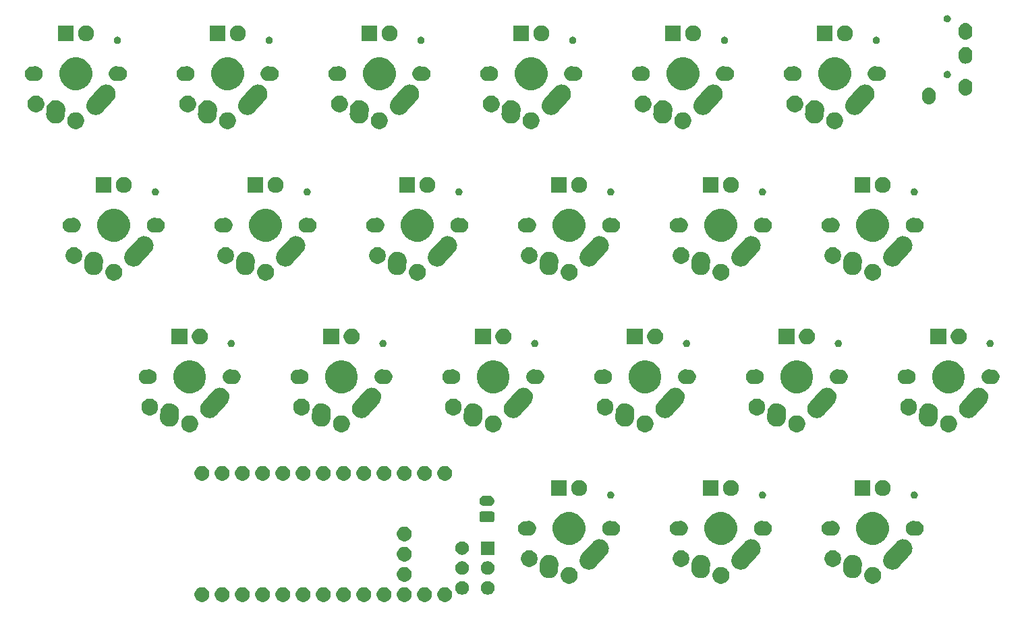
<source format=gts>
G04 #@! TF.GenerationSoftware,KiCad,Pcbnew,(5.1.4)-1*
G04 #@! TF.CreationDate,2021-01-05T09:43:32-08:00*
G04 #@! TF.ProjectId,andante-classic,616e6461-6e74-4652-9d63-6c6173736963,rev?*
G04 #@! TF.SameCoordinates,Original*
G04 #@! TF.FileFunction,Soldermask,Top*
G04 #@! TF.FilePolarity,Negative*
%FSLAX46Y46*%
G04 Gerber Fmt 4.6, Leading zero omitted, Abs format (unit mm)*
G04 Created by KiCad (PCBNEW (5.1.4)-1) date 2021-01-05 09:43:32*
%MOMM*%
%LPD*%
G04 APERTURE LIST*
%ADD10C,0.100000*%
G04 APERTURE END LIST*
D10*
G36*
X68541021Y-94136715D02*
G01*
X68709778Y-94206616D01*
X68861656Y-94308098D01*
X68990820Y-94437262D01*
X69092302Y-94589140D01*
X69162203Y-94757897D01*
X69197838Y-94937048D01*
X69197838Y-95119712D01*
X69162203Y-95298863D01*
X69092302Y-95467620D01*
X68990820Y-95619498D01*
X68861656Y-95748662D01*
X68709778Y-95850144D01*
X68541021Y-95920045D01*
X68361870Y-95955680D01*
X68179206Y-95955680D01*
X68000055Y-95920045D01*
X67831298Y-95850144D01*
X67679420Y-95748662D01*
X67550256Y-95619498D01*
X67448774Y-95467620D01*
X67378873Y-95298863D01*
X67343238Y-95119712D01*
X67343238Y-94937048D01*
X67378873Y-94757897D01*
X67448774Y-94589140D01*
X67550256Y-94437262D01*
X67679420Y-94308098D01*
X67831298Y-94206616D01*
X68000055Y-94136715D01*
X68179206Y-94101080D01*
X68361870Y-94101080D01*
X68541021Y-94136715D01*
X68541021Y-94136715D01*
G37*
G36*
X73621021Y-94136715D02*
G01*
X73789778Y-94206616D01*
X73941656Y-94308098D01*
X74070820Y-94437262D01*
X74172302Y-94589140D01*
X74242203Y-94757897D01*
X74277838Y-94937048D01*
X74277838Y-95119712D01*
X74242203Y-95298863D01*
X74172302Y-95467620D01*
X74070820Y-95619498D01*
X73941656Y-95748662D01*
X73789778Y-95850144D01*
X73621021Y-95920045D01*
X73441870Y-95955680D01*
X73259206Y-95955680D01*
X73080055Y-95920045D01*
X72911298Y-95850144D01*
X72759420Y-95748662D01*
X72630256Y-95619498D01*
X72528774Y-95467620D01*
X72458873Y-95298863D01*
X72423238Y-95119712D01*
X72423238Y-94937048D01*
X72458873Y-94757897D01*
X72528774Y-94589140D01*
X72630256Y-94437262D01*
X72759420Y-94308098D01*
X72911298Y-94206616D01*
X73080055Y-94136715D01*
X73259206Y-94101080D01*
X73441870Y-94101080D01*
X73621021Y-94136715D01*
X73621021Y-94136715D01*
G37*
G36*
X45681021Y-94136715D02*
G01*
X45849778Y-94206616D01*
X46001656Y-94308098D01*
X46130820Y-94437262D01*
X46232302Y-94589140D01*
X46302203Y-94757897D01*
X46337838Y-94937048D01*
X46337838Y-95119712D01*
X46302203Y-95298863D01*
X46232302Y-95467620D01*
X46130820Y-95619498D01*
X46001656Y-95748662D01*
X45849778Y-95850144D01*
X45681021Y-95920045D01*
X45501870Y-95955680D01*
X45319206Y-95955680D01*
X45140055Y-95920045D01*
X44971298Y-95850144D01*
X44819420Y-95748662D01*
X44690256Y-95619498D01*
X44588774Y-95467620D01*
X44518873Y-95298863D01*
X44483238Y-95119712D01*
X44483238Y-94937048D01*
X44518873Y-94757897D01*
X44588774Y-94589140D01*
X44690256Y-94437262D01*
X44819420Y-94308098D01*
X44971298Y-94206616D01*
X45140055Y-94136715D01*
X45319206Y-94101080D01*
X45501870Y-94101080D01*
X45681021Y-94136715D01*
X45681021Y-94136715D01*
G37*
G36*
X71081021Y-94136715D02*
G01*
X71249778Y-94206616D01*
X71401656Y-94308098D01*
X71530820Y-94437262D01*
X71632302Y-94589140D01*
X71702203Y-94757897D01*
X71737838Y-94937048D01*
X71737838Y-95119712D01*
X71702203Y-95298863D01*
X71632302Y-95467620D01*
X71530820Y-95619498D01*
X71401656Y-95748662D01*
X71249778Y-95850144D01*
X71081021Y-95920045D01*
X70901870Y-95955680D01*
X70719206Y-95955680D01*
X70540055Y-95920045D01*
X70371298Y-95850144D01*
X70219420Y-95748662D01*
X70090256Y-95619498D01*
X69988774Y-95467620D01*
X69918873Y-95298863D01*
X69883238Y-95119712D01*
X69883238Y-94937048D01*
X69918873Y-94757897D01*
X69988774Y-94589140D01*
X70090256Y-94437262D01*
X70219420Y-94308098D01*
X70371298Y-94206616D01*
X70540055Y-94136715D01*
X70719206Y-94101080D01*
X70901870Y-94101080D01*
X71081021Y-94136715D01*
X71081021Y-94136715D01*
G37*
G36*
X66001021Y-94136715D02*
G01*
X66169778Y-94206616D01*
X66321656Y-94308098D01*
X66450820Y-94437262D01*
X66552302Y-94589140D01*
X66622203Y-94757897D01*
X66657838Y-94937048D01*
X66657838Y-95119712D01*
X66622203Y-95298863D01*
X66552302Y-95467620D01*
X66450820Y-95619498D01*
X66321656Y-95748662D01*
X66169778Y-95850144D01*
X66001021Y-95920045D01*
X65821870Y-95955680D01*
X65639206Y-95955680D01*
X65460055Y-95920045D01*
X65291298Y-95850144D01*
X65139420Y-95748662D01*
X65010256Y-95619498D01*
X64908774Y-95467620D01*
X64838873Y-95298863D01*
X64803238Y-95119712D01*
X64803238Y-94937048D01*
X64838873Y-94757897D01*
X64908774Y-94589140D01*
X65010256Y-94437262D01*
X65139420Y-94308098D01*
X65291298Y-94206616D01*
X65460055Y-94136715D01*
X65639206Y-94101080D01*
X65821870Y-94101080D01*
X66001021Y-94136715D01*
X66001021Y-94136715D01*
G37*
G36*
X63461021Y-94136715D02*
G01*
X63629778Y-94206616D01*
X63781656Y-94308098D01*
X63910820Y-94437262D01*
X64012302Y-94589140D01*
X64082203Y-94757897D01*
X64117838Y-94937048D01*
X64117838Y-95119712D01*
X64082203Y-95298863D01*
X64012302Y-95467620D01*
X63910820Y-95619498D01*
X63781656Y-95748662D01*
X63629778Y-95850144D01*
X63461021Y-95920045D01*
X63281870Y-95955680D01*
X63099206Y-95955680D01*
X62920055Y-95920045D01*
X62751298Y-95850144D01*
X62599420Y-95748662D01*
X62470256Y-95619498D01*
X62368774Y-95467620D01*
X62298873Y-95298863D01*
X62263238Y-95119712D01*
X62263238Y-94937048D01*
X62298873Y-94757897D01*
X62368774Y-94589140D01*
X62470256Y-94437262D01*
X62599420Y-94308098D01*
X62751298Y-94206616D01*
X62920055Y-94136715D01*
X63099206Y-94101080D01*
X63281870Y-94101080D01*
X63461021Y-94136715D01*
X63461021Y-94136715D01*
G37*
G36*
X60921021Y-94136715D02*
G01*
X61089778Y-94206616D01*
X61241656Y-94308098D01*
X61370820Y-94437262D01*
X61472302Y-94589140D01*
X61542203Y-94757897D01*
X61577838Y-94937048D01*
X61577838Y-95119712D01*
X61542203Y-95298863D01*
X61472302Y-95467620D01*
X61370820Y-95619498D01*
X61241656Y-95748662D01*
X61089778Y-95850144D01*
X60921021Y-95920045D01*
X60741870Y-95955680D01*
X60559206Y-95955680D01*
X60380055Y-95920045D01*
X60211298Y-95850144D01*
X60059420Y-95748662D01*
X59930256Y-95619498D01*
X59828774Y-95467620D01*
X59758873Y-95298863D01*
X59723238Y-95119712D01*
X59723238Y-94937048D01*
X59758873Y-94757897D01*
X59828774Y-94589140D01*
X59930256Y-94437262D01*
X60059420Y-94308098D01*
X60211298Y-94206616D01*
X60380055Y-94136715D01*
X60559206Y-94101080D01*
X60741870Y-94101080D01*
X60921021Y-94136715D01*
X60921021Y-94136715D01*
G37*
G36*
X58381021Y-94136715D02*
G01*
X58549778Y-94206616D01*
X58701656Y-94308098D01*
X58830820Y-94437262D01*
X58932302Y-94589140D01*
X59002203Y-94757897D01*
X59037838Y-94937048D01*
X59037838Y-95119712D01*
X59002203Y-95298863D01*
X58932302Y-95467620D01*
X58830820Y-95619498D01*
X58701656Y-95748662D01*
X58549778Y-95850144D01*
X58381021Y-95920045D01*
X58201870Y-95955680D01*
X58019206Y-95955680D01*
X57840055Y-95920045D01*
X57671298Y-95850144D01*
X57519420Y-95748662D01*
X57390256Y-95619498D01*
X57288774Y-95467620D01*
X57218873Y-95298863D01*
X57183238Y-95119712D01*
X57183238Y-94937048D01*
X57218873Y-94757897D01*
X57288774Y-94589140D01*
X57390256Y-94437262D01*
X57519420Y-94308098D01*
X57671298Y-94206616D01*
X57840055Y-94136715D01*
X58019206Y-94101080D01*
X58201870Y-94101080D01*
X58381021Y-94136715D01*
X58381021Y-94136715D01*
G37*
G36*
X55841021Y-94136715D02*
G01*
X56009778Y-94206616D01*
X56161656Y-94308098D01*
X56290820Y-94437262D01*
X56392302Y-94589140D01*
X56462203Y-94757897D01*
X56497838Y-94937048D01*
X56497838Y-95119712D01*
X56462203Y-95298863D01*
X56392302Y-95467620D01*
X56290820Y-95619498D01*
X56161656Y-95748662D01*
X56009778Y-95850144D01*
X55841021Y-95920045D01*
X55661870Y-95955680D01*
X55479206Y-95955680D01*
X55300055Y-95920045D01*
X55131298Y-95850144D01*
X54979420Y-95748662D01*
X54850256Y-95619498D01*
X54748774Y-95467620D01*
X54678873Y-95298863D01*
X54643238Y-95119712D01*
X54643238Y-94937048D01*
X54678873Y-94757897D01*
X54748774Y-94589140D01*
X54850256Y-94437262D01*
X54979420Y-94308098D01*
X55131298Y-94206616D01*
X55300055Y-94136715D01*
X55479206Y-94101080D01*
X55661870Y-94101080D01*
X55841021Y-94136715D01*
X55841021Y-94136715D01*
G37*
G36*
X53301021Y-94136715D02*
G01*
X53469778Y-94206616D01*
X53621656Y-94308098D01*
X53750820Y-94437262D01*
X53852302Y-94589140D01*
X53922203Y-94757897D01*
X53957838Y-94937048D01*
X53957838Y-95119712D01*
X53922203Y-95298863D01*
X53852302Y-95467620D01*
X53750820Y-95619498D01*
X53621656Y-95748662D01*
X53469778Y-95850144D01*
X53301021Y-95920045D01*
X53121870Y-95955680D01*
X52939206Y-95955680D01*
X52760055Y-95920045D01*
X52591298Y-95850144D01*
X52439420Y-95748662D01*
X52310256Y-95619498D01*
X52208774Y-95467620D01*
X52138873Y-95298863D01*
X52103238Y-95119712D01*
X52103238Y-94937048D01*
X52138873Y-94757897D01*
X52208774Y-94589140D01*
X52310256Y-94437262D01*
X52439420Y-94308098D01*
X52591298Y-94206616D01*
X52760055Y-94136715D01*
X52939206Y-94101080D01*
X53121870Y-94101080D01*
X53301021Y-94136715D01*
X53301021Y-94136715D01*
G37*
G36*
X50761021Y-94136715D02*
G01*
X50929778Y-94206616D01*
X51081656Y-94308098D01*
X51210820Y-94437262D01*
X51312302Y-94589140D01*
X51382203Y-94757897D01*
X51417838Y-94937048D01*
X51417838Y-95119712D01*
X51382203Y-95298863D01*
X51312302Y-95467620D01*
X51210820Y-95619498D01*
X51081656Y-95748662D01*
X50929778Y-95850144D01*
X50761021Y-95920045D01*
X50581870Y-95955680D01*
X50399206Y-95955680D01*
X50220055Y-95920045D01*
X50051298Y-95850144D01*
X49899420Y-95748662D01*
X49770256Y-95619498D01*
X49668774Y-95467620D01*
X49598873Y-95298863D01*
X49563238Y-95119712D01*
X49563238Y-94937048D01*
X49598873Y-94757897D01*
X49668774Y-94589140D01*
X49770256Y-94437262D01*
X49899420Y-94308098D01*
X50051298Y-94206616D01*
X50220055Y-94136715D01*
X50399206Y-94101080D01*
X50581870Y-94101080D01*
X50761021Y-94136715D01*
X50761021Y-94136715D01*
G37*
G36*
X48221021Y-94136715D02*
G01*
X48389778Y-94206616D01*
X48541656Y-94308098D01*
X48670820Y-94437262D01*
X48772302Y-94589140D01*
X48842203Y-94757897D01*
X48877838Y-94937048D01*
X48877838Y-95119712D01*
X48842203Y-95298863D01*
X48772302Y-95467620D01*
X48670820Y-95619498D01*
X48541656Y-95748662D01*
X48389778Y-95850144D01*
X48221021Y-95920045D01*
X48041870Y-95955680D01*
X47859206Y-95955680D01*
X47680055Y-95920045D01*
X47511298Y-95850144D01*
X47359420Y-95748662D01*
X47230256Y-95619498D01*
X47128774Y-95467620D01*
X47058873Y-95298863D01*
X47023238Y-95119712D01*
X47023238Y-94937048D01*
X47058873Y-94757897D01*
X47128774Y-94589140D01*
X47230256Y-94437262D01*
X47359420Y-94308098D01*
X47511298Y-94206616D01*
X47680055Y-94136715D01*
X47859206Y-94101080D01*
X48041870Y-94101080D01*
X48221021Y-94136715D01*
X48221021Y-94136715D01*
G37*
G36*
X76161021Y-94136715D02*
G01*
X76329778Y-94206616D01*
X76481656Y-94308098D01*
X76610820Y-94437262D01*
X76712302Y-94589140D01*
X76782203Y-94757897D01*
X76817838Y-94937048D01*
X76817838Y-95119712D01*
X76782203Y-95298863D01*
X76712302Y-95467620D01*
X76610820Y-95619498D01*
X76481656Y-95748662D01*
X76329778Y-95850144D01*
X76161021Y-95920045D01*
X75981870Y-95955680D01*
X75799206Y-95955680D01*
X75620055Y-95920045D01*
X75451298Y-95850144D01*
X75299420Y-95748662D01*
X75170256Y-95619498D01*
X75068774Y-95467620D01*
X74998873Y-95298863D01*
X74963238Y-95119712D01*
X74963238Y-94937048D01*
X74998873Y-94757897D01*
X75068774Y-94589140D01*
X75170256Y-94437262D01*
X75299420Y-94308098D01*
X75451298Y-94206616D01*
X75620055Y-94136715D01*
X75799206Y-94101080D01*
X75981870Y-94101080D01*
X76161021Y-94136715D01*
X76161021Y-94136715D01*
G37*
G36*
X81512228Y-93370703D02*
G01*
X81667100Y-93434853D01*
X81806481Y-93527985D01*
X81925015Y-93646519D01*
X82018147Y-93785900D01*
X82082297Y-93940772D01*
X82115000Y-94105184D01*
X82115000Y-94272816D01*
X82082297Y-94437228D01*
X82018147Y-94592100D01*
X81925015Y-94731481D01*
X81806481Y-94850015D01*
X81667100Y-94943147D01*
X81512228Y-95007297D01*
X81347816Y-95040000D01*
X81180184Y-95040000D01*
X81015772Y-95007297D01*
X80860900Y-94943147D01*
X80721519Y-94850015D01*
X80602985Y-94731481D01*
X80509853Y-94592100D01*
X80445703Y-94437228D01*
X80413000Y-94272816D01*
X80413000Y-94105184D01*
X80445703Y-93940772D01*
X80509853Y-93785900D01*
X80602985Y-93646519D01*
X80721519Y-93527985D01*
X80860900Y-93434853D01*
X81015772Y-93370703D01*
X81180184Y-93338000D01*
X81347816Y-93338000D01*
X81512228Y-93370703D01*
X81512228Y-93370703D01*
G37*
G36*
X78312228Y-93370703D02*
G01*
X78467100Y-93434853D01*
X78606481Y-93527985D01*
X78725015Y-93646519D01*
X78818147Y-93785900D01*
X78882297Y-93940772D01*
X78915000Y-94105184D01*
X78915000Y-94272816D01*
X78882297Y-94437228D01*
X78818147Y-94592100D01*
X78725015Y-94731481D01*
X78606481Y-94850015D01*
X78467100Y-94943147D01*
X78312228Y-95007297D01*
X78147816Y-95040000D01*
X77980184Y-95040000D01*
X77815772Y-95007297D01*
X77660900Y-94943147D01*
X77521519Y-94850015D01*
X77402985Y-94731481D01*
X77309853Y-94592100D01*
X77245703Y-94437228D01*
X77213000Y-94272816D01*
X77213000Y-94105184D01*
X77245703Y-93940772D01*
X77309853Y-93785900D01*
X77402985Y-93646519D01*
X77521519Y-93527985D01*
X77660900Y-93434853D01*
X77815772Y-93370703D01*
X77980184Y-93338000D01*
X78147816Y-93338000D01*
X78312228Y-93370703D01*
X78312228Y-93370703D01*
G37*
G36*
X129894064Y-91601889D02*
G01*
X130074611Y-91676674D01*
X130085335Y-91681116D01*
X130257473Y-91796135D01*
X130403865Y-91942527D01*
X130509995Y-92101361D01*
X130518885Y-92114667D01*
X130598111Y-92305936D01*
X130638500Y-92508984D01*
X130638500Y-92716016D01*
X130598111Y-92919064D01*
X130531657Y-93079498D01*
X130518884Y-93110335D01*
X130403865Y-93282473D01*
X130257473Y-93428865D01*
X130085335Y-93543884D01*
X130085334Y-93543885D01*
X130085333Y-93543885D01*
X129894064Y-93623111D01*
X129691016Y-93663500D01*
X129483984Y-93663500D01*
X129280936Y-93623111D01*
X129089667Y-93543885D01*
X129089666Y-93543885D01*
X129089665Y-93543884D01*
X128917527Y-93428865D01*
X128771135Y-93282473D01*
X128656116Y-93110335D01*
X128643343Y-93079498D01*
X128576889Y-92919064D01*
X128536500Y-92716016D01*
X128536500Y-92508984D01*
X128576889Y-92305936D01*
X128656115Y-92114667D01*
X128665006Y-92101361D01*
X128771135Y-91942527D01*
X128917527Y-91796135D01*
X129089665Y-91681116D01*
X129100389Y-91676674D01*
X129280936Y-91601889D01*
X129483984Y-91561500D01*
X129691016Y-91561500D01*
X129894064Y-91601889D01*
X129894064Y-91601889D01*
G37*
G36*
X110844064Y-91601889D02*
G01*
X111024611Y-91676674D01*
X111035335Y-91681116D01*
X111207473Y-91796135D01*
X111353865Y-91942527D01*
X111459995Y-92101361D01*
X111468885Y-92114667D01*
X111548111Y-92305936D01*
X111588500Y-92508984D01*
X111588500Y-92716016D01*
X111548111Y-92919064D01*
X111481657Y-93079498D01*
X111468884Y-93110335D01*
X111353865Y-93282473D01*
X111207473Y-93428865D01*
X111035335Y-93543884D01*
X111035334Y-93543885D01*
X111035333Y-93543885D01*
X110844064Y-93623111D01*
X110641016Y-93663500D01*
X110433984Y-93663500D01*
X110230936Y-93623111D01*
X110039667Y-93543885D01*
X110039666Y-93543885D01*
X110039665Y-93543884D01*
X109867527Y-93428865D01*
X109721135Y-93282473D01*
X109606116Y-93110335D01*
X109593343Y-93079498D01*
X109526889Y-92919064D01*
X109486500Y-92716016D01*
X109486500Y-92508984D01*
X109526889Y-92305936D01*
X109606115Y-92114667D01*
X109615006Y-92101361D01*
X109721135Y-91942527D01*
X109867527Y-91796135D01*
X110039665Y-91681116D01*
X110050389Y-91676674D01*
X110230936Y-91601889D01*
X110433984Y-91561500D01*
X110641016Y-91561500D01*
X110844064Y-91601889D01*
X110844064Y-91601889D01*
G37*
G36*
X91794064Y-91601889D02*
G01*
X91974611Y-91676674D01*
X91985335Y-91681116D01*
X92157473Y-91796135D01*
X92303865Y-91942527D01*
X92409995Y-92101361D01*
X92418885Y-92114667D01*
X92498111Y-92305936D01*
X92538500Y-92508984D01*
X92538500Y-92716016D01*
X92498111Y-92919064D01*
X92431657Y-93079498D01*
X92418884Y-93110335D01*
X92303865Y-93282473D01*
X92157473Y-93428865D01*
X91985335Y-93543884D01*
X91985334Y-93543885D01*
X91985333Y-93543885D01*
X91794064Y-93623111D01*
X91591016Y-93663500D01*
X91383984Y-93663500D01*
X91180936Y-93623111D01*
X90989667Y-93543885D01*
X90989666Y-93543885D01*
X90989665Y-93543884D01*
X90817527Y-93428865D01*
X90671135Y-93282473D01*
X90556116Y-93110335D01*
X90543343Y-93079498D01*
X90476889Y-92919064D01*
X90436500Y-92716016D01*
X90436500Y-92508984D01*
X90476889Y-92305936D01*
X90556115Y-92114667D01*
X90565006Y-92101361D01*
X90671135Y-91942527D01*
X90817527Y-91796135D01*
X90989665Y-91681116D01*
X91000389Y-91676674D01*
X91180936Y-91601889D01*
X91383984Y-91561500D01*
X91591016Y-91561500D01*
X91794064Y-91601889D01*
X91794064Y-91601889D01*
G37*
G36*
X71081021Y-91596715D02*
G01*
X71249778Y-91666616D01*
X71401656Y-91768098D01*
X71530820Y-91897262D01*
X71632302Y-92049140D01*
X71702203Y-92217897D01*
X71737838Y-92397048D01*
X71737838Y-92579712D01*
X71702203Y-92758863D01*
X71632302Y-92927620D01*
X71530820Y-93079498D01*
X71401656Y-93208662D01*
X71249778Y-93310144D01*
X71081021Y-93380045D01*
X70901870Y-93415680D01*
X70719206Y-93415680D01*
X70540055Y-93380045D01*
X70371298Y-93310144D01*
X70219420Y-93208662D01*
X70090256Y-93079498D01*
X69988774Y-92927620D01*
X69918873Y-92758863D01*
X69883238Y-92579712D01*
X69883238Y-92397048D01*
X69918873Y-92217897D01*
X69988774Y-92049140D01*
X70090256Y-91897262D01*
X70219420Y-91768098D01*
X70371298Y-91666616D01*
X70540055Y-91596715D01*
X70719206Y-91561080D01*
X70901870Y-91561080D01*
X71081021Y-91596715D01*
X71081021Y-91596715D01*
G37*
G36*
X108346329Y-90071880D02*
G01*
X108346331Y-90071881D01*
X108346333Y-90071881D01*
X108447055Y-90110092D01*
X108562919Y-90154047D01*
X108759318Y-90276889D01*
X108927977Y-90435686D01*
X109062415Y-90624336D01*
X109157467Y-90835589D01*
X109157468Y-90835593D01*
X109209480Y-91061325D01*
X109211735Y-91136227D01*
X109214706Y-91234848D01*
X109173788Y-91835054D01*
X109173500Y-91843532D01*
X109173500Y-91908326D01*
X109157667Y-91987923D01*
X109157015Y-91991482D01*
X109138578Y-92101361D01*
X109138577Y-92101365D01*
X109134966Y-92110883D01*
X109129243Y-92130823D01*
X109128307Y-92135527D01*
X109097011Y-92211083D01*
X109095683Y-92214431D01*
X109056411Y-92317951D01*
X109051071Y-92326488D01*
X109041574Y-92344919D01*
X109039658Y-92349545D01*
X109039656Y-92349548D01*
X108993631Y-92418429D01*
X108991618Y-92421541D01*
X108933569Y-92514350D01*
X108926816Y-92521523D01*
X108913907Y-92537745D01*
X108910961Y-92542154D01*
X108851204Y-92601911D01*
X108848615Y-92604580D01*
X108774772Y-92683009D01*
X108767019Y-92688534D01*
X108751174Y-92701941D01*
X108747154Y-92705961D01*
X108700675Y-92737016D01*
X108675137Y-92754080D01*
X108672104Y-92756174D01*
X108586123Y-92817447D01*
X108577792Y-92821196D01*
X108559645Y-92831250D01*
X108554547Y-92834657D01*
X108554546Y-92834658D01*
X108554545Y-92834658D01*
X108472198Y-92868767D01*
X108468866Y-92870206D01*
X108374870Y-92912499D01*
X108366416Y-92914447D01*
X108346662Y-92920766D01*
X108340527Y-92923307D01*
X108250467Y-92941221D01*
X108246787Y-92942011D01*
X108149133Y-92964511D01*
X108140978Y-92964757D01*
X108120356Y-92967102D01*
X108113326Y-92968500D01*
X108018560Y-92968500D01*
X108014803Y-92968557D01*
X107917587Y-92971485D01*
X107910059Y-92970222D01*
X107889388Y-92968500D01*
X107881674Y-92968500D01*
X107785767Y-92949423D01*
X107782169Y-92948763D01*
X107689129Y-92933152D01*
X107682507Y-92930640D01*
X107662564Y-92924916D01*
X107654473Y-92923307D01*
X107561389Y-92884750D01*
X107558022Y-92883414D01*
X107472539Y-92850985D01*
X107472534Y-92850983D01*
X107466985Y-92847512D01*
X107448544Y-92838009D01*
X107440455Y-92834658D01*
X107354369Y-92777137D01*
X107351300Y-92775154D01*
X107276140Y-92728143D01*
X107271730Y-92723991D01*
X107255501Y-92711076D01*
X107247846Y-92705961D01*
X107172916Y-92631031D01*
X107170243Y-92628438D01*
X107107481Y-92569346D01*
X107104227Y-92564780D01*
X107090821Y-92548936D01*
X107084039Y-92542154D01*
X107024004Y-92452305D01*
X107021866Y-92449207D01*
X107017547Y-92443147D01*
X106973043Y-92380697D01*
X106970893Y-92375918D01*
X106960843Y-92357778D01*
X106955342Y-92349545D01*
X106913346Y-92248157D01*
X106911862Y-92244722D01*
X106898257Y-92214484D01*
X106877991Y-92169444D01*
X106876879Y-92164618D01*
X106870558Y-92144857D01*
X106866693Y-92135526D01*
X106845061Y-92026775D01*
X106844275Y-92023114D01*
X106825978Y-91943706D01*
X106825835Y-91938954D01*
X106823491Y-91918335D01*
X106821500Y-91908325D01*
X106821500Y-91796859D01*
X106821444Y-91793153D01*
X106820752Y-91770185D01*
X106821212Y-91763434D01*
X106821500Y-91754968D01*
X106821500Y-91676672D01*
X106828495Y-91641504D01*
X106830607Y-91625631D01*
X106868153Y-91074879D01*
X106896880Y-90903671D01*
X106979046Y-90687081D01*
X107101889Y-90490682D01*
X107260686Y-90322023D01*
X107449335Y-90187585D01*
X107660588Y-90092533D01*
X107886325Y-90040520D01*
X108009287Y-90036817D01*
X108117871Y-90033547D01*
X108346329Y-90071880D01*
X108346329Y-90071880D01*
G37*
G36*
X127396329Y-90071880D02*
G01*
X127396331Y-90071881D01*
X127396333Y-90071881D01*
X127497055Y-90110092D01*
X127612919Y-90154047D01*
X127809318Y-90276889D01*
X127977977Y-90435686D01*
X128112415Y-90624336D01*
X128207467Y-90835589D01*
X128207468Y-90835593D01*
X128259480Y-91061325D01*
X128261735Y-91136227D01*
X128264706Y-91234848D01*
X128223788Y-91835054D01*
X128223500Y-91843532D01*
X128223500Y-91908326D01*
X128207667Y-91987923D01*
X128207015Y-91991482D01*
X128188578Y-92101361D01*
X128188577Y-92101365D01*
X128184966Y-92110883D01*
X128179243Y-92130823D01*
X128178307Y-92135527D01*
X128147011Y-92211083D01*
X128145683Y-92214431D01*
X128106411Y-92317951D01*
X128101071Y-92326488D01*
X128091574Y-92344919D01*
X128089658Y-92349545D01*
X128089656Y-92349548D01*
X128043631Y-92418429D01*
X128041618Y-92421541D01*
X127983569Y-92514350D01*
X127976816Y-92521523D01*
X127963907Y-92537745D01*
X127960961Y-92542154D01*
X127901204Y-92601911D01*
X127898615Y-92604580D01*
X127824772Y-92683009D01*
X127817019Y-92688534D01*
X127801174Y-92701941D01*
X127797154Y-92705961D01*
X127750675Y-92737016D01*
X127725137Y-92754080D01*
X127722104Y-92756174D01*
X127636123Y-92817447D01*
X127627792Y-92821196D01*
X127609645Y-92831250D01*
X127604547Y-92834657D01*
X127604546Y-92834658D01*
X127604545Y-92834658D01*
X127522198Y-92868767D01*
X127518866Y-92870206D01*
X127424870Y-92912499D01*
X127416416Y-92914447D01*
X127396662Y-92920766D01*
X127390527Y-92923307D01*
X127300467Y-92941221D01*
X127296787Y-92942011D01*
X127199133Y-92964511D01*
X127190978Y-92964757D01*
X127170356Y-92967102D01*
X127163326Y-92968500D01*
X127068560Y-92968500D01*
X127064803Y-92968557D01*
X126967587Y-92971485D01*
X126960059Y-92970222D01*
X126939388Y-92968500D01*
X126931674Y-92968500D01*
X126835767Y-92949423D01*
X126832169Y-92948763D01*
X126739129Y-92933152D01*
X126732507Y-92930640D01*
X126712564Y-92924916D01*
X126704473Y-92923307D01*
X126611389Y-92884750D01*
X126608022Y-92883414D01*
X126522539Y-92850985D01*
X126522534Y-92850983D01*
X126516985Y-92847512D01*
X126498544Y-92838009D01*
X126490455Y-92834658D01*
X126404369Y-92777137D01*
X126401300Y-92775154D01*
X126326140Y-92728143D01*
X126321730Y-92723991D01*
X126305501Y-92711076D01*
X126297846Y-92705961D01*
X126222916Y-92631031D01*
X126220243Y-92628438D01*
X126157481Y-92569346D01*
X126154227Y-92564780D01*
X126140821Y-92548936D01*
X126134039Y-92542154D01*
X126074004Y-92452305D01*
X126071866Y-92449207D01*
X126067547Y-92443147D01*
X126023043Y-92380697D01*
X126020893Y-92375918D01*
X126010843Y-92357778D01*
X126005342Y-92349545D01*
X125963346Y-92248157D01*
X125961862Y-92244722D01*
X125948257Y-92214484D01*
X125927991Y-92169444D01*
X125926879Y-92164618D01*
X125920558Y-92144857D01*
X125916693Y-92135526D01*
X125895061Y-92026775D01*
X125894275Y-92023114D01*
X125875978Y-91943706D01*
X125875835Y-91938954D01*
X125873491Y-91918335D01*
X125871500Y-91908325D01*
X125871500Y-91796859D01*
X125871444Y-91793153D01*
X125870752Y-91770185D01*
X125871212Y-91763434D01*
X125871500Y-91754968D01*
X125871500Y-91676672D01*
X125878495Y-91641504D01*
X125880607Y-91625631D01*
X125918153Y-91074879D01*
X125946880Y-90903671D01*
X126029046Y-90687081D01*
X126151889Y-90490682D01*
X126310686Y-90322023D01*
X126499335Y-90187585D01*
X126710588Y-90092533D01*
X126936325Y-90040520D01*
X127059287Y-90036817D01*
X127167871Y-90033547D01*
X127396329Y-90071880D01*
X127396329Y-90071880D01*
G37*
G36*
X89296329Y-90071880D02*
G01*
X89296331Y-90071881D01*
X89296333Y-90071881D01*
X89397055Y-90110092D01*
X89512919Y-90154047D01*
X89709318Y-90276889D01*
X89877977Y-90435686D01*
X90012415Y-90624336D01*
X90107467Y-90835589D01*
X90107468Y-90835593D01*
X90159480Y-91061325D01*
X90161735Y-91136227D01*
X90164706Y-91234848D01*
X90123788Y-91835054D01*
X90123500Y-91843532D01*
X90123500Y-91908326D01*
X90107667Y-91987923D01*
X90107015Y-91991482D01*
X90088578Y-92101361D01*
X90088577Y-92101365D01*
X90084966Y-92110883D01*
X90079243Y-92130823D01*
X90078307Y-92135527D01*
X90047011Y-92211083D01*
X90045683Y-92214431D01*
X90006411Y-92317951D01*
X90001071Y-92326488D01*
X89991574Y-92344919D01*
X89989658Y-92349545D01*
X89989656Y-92349548D01*
X89943631Y-92418429D01*
X89941618Y-92421541D01*
X89883569Y-92514350D01*
X89876816Y-92521523D01*
X89863907Y-92537745D01*
X89860961Y-92542154D01*
X89801204Y-92601911D01*
X89798615Y-92604580D01*
X89724772Y-92683009D01*
X89717019Y-92688534D01*
X89701174Y-92701941D01*
X89697154Y-92705961D01*
X89650675Y-92737016D01*
X89625137Y-92754080D01*
X89622104Y-92756174D01*
X89536123Y-92817447D01*
X89527792Y-92821196D01*
X89509645Y-92831250D01*
X89504547Y-92834657D01*
X89504546Y-92834658D01*
X89504545Y-92834658D01*
X89422198Y-92868767D01*
X89418866Y-92870206D01*
X89324870Y-92912499D01*
X89316416Y-92914447D01*
X89296662Y-92920766D01*
X89290527Y-92923307D01*
X89200467Y-92941221D01*
X89196787Y-92942011D01*
X89099133Y-92964511D01*
X89090978Y-92964757D01*
X89070356Y-92967102D01*
X89063326Y-92968500D01*
X88968560Y-92968500D01*
X88964803Y-92968557D01*
X88867587Y-92971485D01*
X88860059Y-92970222D01*
X88839388Y-92968500D01*
X88831674Y-92968500D01*
X88735767Y-92949423D01*
X88732169Y-92948763D01*
X88639129Y-92933152D01*
X88632507Y-92930640D01*
X88612564Y-92924916D01*
X88604473Y-92923307D01*
X88511389Y-92884750D01*
X88508022Y-92883414D01*
X88422539Y-92850985D01*
X88422534Y-92850983D01*
X88416985Y-92847512D01*
X88398544Y-92838009D01*
X88390455Y-92834658D01*
X88304369Y-92777137D01*
X88301300Y-92775154D01*
X88226140Y-92728143D01*
X88221730Y-92723991D01*
X88205501Y-92711076D01*
X88197846Y-92705961D01*
X88122916Y-92631031D01*
X88120243Y-92628438D01*
X88057481Y-92569346D01*
X88054227Y-92564780D01*
X88040821Y-92548936D01*
X88034039Y-92542154D01*
X87974004Y-92452305D01*
X87971866Y-92449207D01*
X87967547Y-92443147D01*
X87923043Y-92380697D01*
X87920893Y-92375918D01*
X87910843Y-92357778D01*
X87905342Y-92349545D01*
X87863346Y-92248157D01*
X87861862Y-92244722D01*
X87848257Y-92214484D01*
X87827991Y-92169444D01*
X87826879Y-92164618D01*
X87820558Y-92144857D01*
X87816693Y-92135526D01*
X87795061Y-92026775D01*
X87794275Y-92023114D01*
X87775978Y-91943706D01*
X87775835Y-91938954D01*
X87773491Y-91918335D01*
X87771500Y-91908325D01*
X87771500Y-91796859D01*
X87771444Y-91793153D01*
X87770752Y-91770185D01*
X87771212Y-91763434D01*
X87771500Y-91754968D01*
X87771500Y-91676672D01*
X87778495Y-91641504D01*
X87780607Y-91625631D01*
X87818153Y-91074879D01*
X87846880Y-90903671D01*
X87929046Y-90687081D01*
X88051889Y-90490682D01*
X88210686Y-90322023D01*
X88399335Y-90187585D01*
X88610588Y-90092533D01*
X88836325Y-90040520D01*
X88959287Y-90036817D01*
X89067871Y-90033547D01*
X89296329Y-90071880D01*
X89296329Y-90071880D01*
G37*
G36*
X78312228Y-90870703D02*
G01*
X78467100Y-90934853D01*
X78606481Y-91027985D01*
X78725015Y-91146519D01*
X78818147Y-91285900D01*
X78882297Y-91440772D01*
X78915000Y-91605184D01*
X78915000Y-91772816D01*
X78882297Y-91937228D01*
X78818147Y-92092100D01*
X78725015Y-92231481D01*
X78606481Y-92350015D01*
X78467100Y-92443147D01*
X78312228Y-92507297D01*
X78147816Y-92540000D01*
X77980184Y-92540000D01*
X77815772Y-92507297D01*
X77660900Y-92443147D01*
X77521519Y-92350015D01*
X77402985Y-92231481D01*
X77309853Y-92092100D01*
X77245703Y-91937228D01*
X77213000Y-91772816D01*
X77213000Y-91605184D01*
X77245703Y-91440772D01*
X77309853Y-91285900D01*
X77402985Y-91146519D01*
X77521519Y-91027985D01*
X77660900Y-90934853D01*
X77815772Y-90870703D01*
X77980184Y-90838000D01*
X78147816Y-90838000D01*
X78312228Y-90870703D01*
X78312228Y-90870703D01*
G37*
G36*
X81512228Y-90870703D02*
G01*
X81667100Y-90934853D01*
X81806481Y-91027985D01*
X81925015Y-91146519D01*
X82018147Y-91285900D01*
X82082297Y-91440772D01*
X82115000Y-91605184D01*
X82115000Y-91772816D01*
X82082297Y-91937228D01*
X82018147Y-92092100D01*
X81925015Y-92231481D01*
X81806481Y-92350015D01*
X81667100Y-92443147D01*
X81512228Y-92507297D01*
X81347816Y-92540000D01*
X81180184Y-92540000D01*
X81015772Y-92507297D01*
X80860900Y-92443147D01*
X80721519Y-92350015D01*
X80602985Y-92231481D01*
X80509853Y-92092100D01*
X80445703Y-91937228D01*
X80413000Y-91772816D01*
X80413000Y-91605184D01*
X80445703Y-91440772D01*
X80509853Y-91285900D01*
X80602985Y-91146519D01*
X80721519Y-91027985D01*
X80860900Y-90934853D01*
X81015772Y-90870703D01*
X81180184Y-90838000D01*
X81347816Y-90838000D01*
X81512228Y-90870703D01*
X81512228Y-90870703D01*
G37*
G36*
X114515022Y-88082745D02*
G01*
X114740011Y-88137904D01*
X114937595Y-88230144D01*
X114949920Y-88235898D01*
X115037325Y-88300045D01*
X115136671Y-88372955D01*
X115293097Y-88543815D01*
X115413186Y-88741909D01*
X115485468Y-88940771D01*
X115492321Y-88959626D01*
X115527460Y-89188592D01*
X115527460Y-89188596D01*
X115517255Y-89420022D01*
X115462096Y-89645012D01*
X115396768Y-89784949D01*
X115364104Y-89854918D01*
X115330469Y-89900747D01*
X115261391Y-89994872D01*
X115261385Y-89994879D01*
X115261384Y-89994880D01*
X115008352Y-90276889D01*
X114052564Y-91342132D01*
X113974664Y-91428952D01*
X113963773Y-91442979D01*
X113950959Y-91462156D01*
X113894099Y-91519016D01*
X113889452Y-91523923D01*
X113874239Y-91540878D01*
X113852556Y-91560730D01*
X113848617Y-91564498D01*
X113787155Y-91625960D01*
X113773431Y-91635130D01*
X113758476Y-91646862D01*
X113746195Y-91658105D01*
X113671418Y-91703437D01*
X113666850Y-91706345D01*
X113594545Y-91754658D01*
X113579276Y-91760983D01*
X113562351Y-91769555D01*
X113548101Y-91778194D01*
X113465934Y-91808059D01*
X113460892Y-91810019D01*
X113380527Y-91843307D01*
X113364322Y-91846530D01*
X113346027Y-91851642D01*
X113330385Y-91857328D01*
X113244047Y-91870578D01*
X113238630Y-91871532D01*
X113153327Y-91888500D01*
X113136805Y-91888500D01*
X113117843Y-91889947D01*
X113101418Y-91892468D01*
X113101414Y-91892468D01*
X113014154Y-91888620D01*
X113008686Y-91888500D01*
X112921673Y-91888500D01*
X112905455Y-91885274D01*
X112886595Y-91882995D01*
X112869989Y-91882263D01*
X112785179Y-91861471D01*
X112779886Y-91860297D01*
X112710671Y-91846529D01*
X112694472Y-91843307D01*
X112679179Y-91836972D01*
X112661120Y-91831056D01*
X112644999Y-91827104D01*
X112565940Y-91790196D01*
X112560969Y-91788008D01*
X112480455Y-91754658D01*
X112466671Y-91745448D01*
X112450115Y-91736125D01*
X112435094Y-91729112D01*
X112364831Y-91677546D01*
X112360332Y-91674394D01*
X112287846Y-91625961D01*
X112276116Y-91614231D01*
X112261685Y-91601847D01*
X112248343Y-91592055D01*
X112248340Y-91592053D01*
X112189521Y-91527807D01*
X112185736Y-91523851D01*
X112124041Y-91462156D01*
X112114814Y-91448347D01*
X112103086Y-91433397D01*
X112091913Y-91421193D01*
X112046773Y-91346732D01*
X112043859Y-91342156D01*
X111995342Y-91269545D01*
X111988978Y-91254182D01*
X111980400Y-91237245D01*
X111971824Y-91223099D01*
X111942091Y-91141297D01*
X111940137Y-91136267D01*
X111906693Y-91055527D01*
X111903447Y-91039209D01*
X111898333Y-91020908D01*
X111892690Y-91005383D01*
X111879503Y-90919457D01*
X111878548Y-90914033D01*
X111861500Y-90828327D01*
X111861500Y-90811686D01*
X111860053Y-90792724D01*
X111857550Y-90776416D01*
X111857550Y-90776412D01*
X111861380Y-90689560D01*
X111861500Y-90684092D01*
X111861500Y-90596673D01*
X111864749Y-90580339D01*
X111867028Y-90561480D01*
X111867755Y-90544987D01*
X111888456Y-90460550D01*
X111889631Y-90455252D01*
X111906693Y-90369473D01*
X111913076Y-90354064D01*
X111918987Y-90336016D01*
X111922914Y-90319997D01*
X111959673Y-90241257D01*
X111961854Y-90236301D01*
X111995342Y-90155455D01*
X112004606Y-90141591D01*
X112013934Y-90125027D01*
X112020905Y-90110094D01*
X112033793Y-90092533D01*
X112072301Y-90040063D01*
X112075440Y-90035580D01*
X112124039Y-89962846D01*
X112181228Y-89905657D01*
X112185878Y-89900747D01*
X113510761Y-88424140D01*
X113510767Y-88424135D01*
X113510771Y-88424130D01*
X113638814Y-88306903D01*
X113836908Y-88186814D01*
X114054624Y-88107679D01*
X114130948Y-88095966D01*
X114283591Y-88072540D01*
X114283595Y-88072540D01*
X114515022Y-88082745D01*
X114515022Y-88082745D01*
G37*
G36*
X133565022Y-88082745D02*
G01*
X133790011Y-88137904D01*
X133987595Y-88230144D01*
X133999920Y-88235898D01*
X134087325Y-88300045D01*
X134186671Y-88372955D01*
X134343097Y-88543815D01*
X134463186Y-88741909D01*
X134535468Y-88940771D01*
X134542321Y-88959626D01*
X134577460Y-89188592D01*
X134577460Y-89188596D01*
X134567255Y-89420022D01*
X134512096Y-89645012D01*
X134446768Y-89784949D01*
X134414104Y-89854918D01*
X134380469Y-89900747D01*
X134311391Y-89994872D01*
X134311385Y-89994879D01*
X134311384Y-89994880D01*
X134058352Y-90276889D01*
X133102564Y-91342132D01*
X133024664Y-91428952D01*
X133013773Y-91442979D01*
X133000959Y-91462156D01*
X132944099Y-91519016D01*
X132939452Y-91523923D01*
X132924239Y-91540878D01*
X132902556Y-91560730D01*
X132898617Y-91564498D01*
X132837155Y-91625960D01*
X132823431Y-91635130D01*
X132808476Y-91646862D01*
X132796195Y-91658105D01*
X132721418Y-91703437D01*
X132716850Y-91706345D01*
X132644545Y-91754658D01*
X132629276Y-91760983D01*
X132612351Y-91769555D01*
X132598101Y-91778194D01*
X132515934Y-91808059D01*
X132510892Y-91810019D01*
X132430527Y-91843307D01*
X132414322Y-91846530D01*
X132396027Y-91851642D01*
X132380385Y-91857328D01*
X132294047Y-91870578D01*
X132288630Y-91871532D01*
X132203327Y-91888500D01*
X132186805Y-91888500D01*
X132167843Y-91889947D01*
X132151418Y-91892468D01*
X132151414Y-91892468D01*
X132064154Y-91888620D01*
X132058686Y-91888500D01*
X131971673Y-91888500D01*
X131955455Y-91885274D01*
X131936595Y-91882995D01*
X131919989Y-91882263D01*
X131835179Y-91861471D01*
X131829886Y-91860297D01*
X131760671Y-91846529D01*
X131744472Y-91843307D01*
X131729179Y-91836972D01*
X131711120Y-91831056D01*
X131694999Y-91827104D01*
X131615940Y-91790196D01*
X131610969Y-91788008D01*
X131530455Y-91754658D01*
X131516671Y-91745448D01*
X131500115Y-91736125D01*
X131485094Y-91729112D01*
X131414831Y-91677546D01*
X131410332Y-91674394D01*
X131337846Y-91625961D01*
X131326116Y-91614231D01*
X131311685Y-91601847D01*
X131298343Y-91592055D01*
X131298340Y-91592053D01*
X131239521Y-91527807D01*
X131235736Y-91523851D01*
X131174041Y-91462156D01*
X131164814Y-91448347D01*
X131153086Y-91433397D01*
X131141913Y-91421193D01*
X131096773Y-91346732D01*
X131093859Y-91342156D01*
X131045342Y-91269545D01*
X131038978Y-91254182D01*
X131030400Y-91237245D01*
X131021824Y-91223099D01*
X130992091Y-91141297D01*
X130990137Y-91136267D01*
X130956693Y-91055527D01*
X130953447Y-91039209D01*
X130948333Y-91020908D01*
X130942690Y-91005383D01*
X130929503Y-90919457D01*
X130928548Y-90914033D01*
X130911500Y-90828327D01*
X130911500Y-90811686D01*
X130910053Y-90792724D01*
X130907550Y-90776416D01*
X130907550Y-90776412D01*
X130911380Y-90689560D01*
X130911500Y-90684092D01*
X130911500Y-90596673D01*
X130914749Y-90580339D01*
X130917028Y-90561480D01*
X130917755Y-90544987D01*
X130938456Y-90460550D01*
X130939631Y-90455252D01*
X130956693Y-90369473D01*
X130963076Y-90354064D01*
X130968987Y-90336016D01*
X130972914Y-90319997D01*
X131009673Y-90241257D01*
X131011854Y-90236301D01*
X131045342Y-90155455D01*
X131054606Y-90141591D01*
X131063934Y-90125027D01*
X131070905Y-90110094D01*
X131083793Y-90092533D01*
X131122301Y-90040063D01*
X131125440Y-90035580D01*
X131174039Y-89962846D01*
X131231228Y-89905657D01*
X131235878Y-89900747D01*
X132560761Y-88424140D01*
X132560767Y-88424135D01*
X132560771Y-88424130D01*
X132688814Y-88306903D01*
X132886908Y-88186814D01*
X133104624Y-88107679D01*
X133180948Y-88095966D01*
X133333591Y-88072540D01*
X133333595Y-88072540D01*
X133565022Y-88082745D01*
X133565022Y-88082745D01*
G37*
G36*
X95465022Y-88082745D02*
G01*
X95690011Y-88137904D01*
X95887595Y-88230144D01*
X95899920Y-88235898D01*
X95987325Y-88300045D01*
X96086671Y-88372955D01*
X96243097Y-88543815D01*
X96363186Y-88741909D01*
X96435468Y-88940771D01*
X96442321Y-88959626D01*
X96477460Y-89188592D01*
X96477460Y-89188596D01*
X96467255Y-89420022D01*
X96412096Y-89645012D01*
X96346768Y-89784949D01*
X96314104Y-89854918D01*
X96280469Y-89900747D01*
X96211391Y-89994872D01*
X96211385Y-89994879D01*
X96211384Y-89994880D01*
X95958352Y-90276889D01*
X95002564Y-91342132D01*
X94924664Y-91428952D01*
X94913773Y-91442979D01*
X94900959Y-91462156D01*
X94844099Y-91519016D01*
X94839452Y-91523923D01*
X94824239Y-91540878D01*
X94802556Y-91560730D01*
X94798617Y-91564498D01*
X94737155Y-91625960D01*
X94723431Y-91635130D01*
X94708476Y-91646862D01*
X94696195Y-91658105D01*
X94621418Y-91703437D01*
X94616850Y-91706345D01*
X94544545Y-91754658D01*
X94529276Y-91760983D01*
X94512351Y-91769555D01*
X94498101Y-91778194D01*
X94415934Y-91808059D01*
X94410892Y-91810019D01*
X94330527Y-91843307D01*
X94314322Y-91846530D01*
X94296027Y-91851642D01*
X94280385Y-91857328D01*
X94194047Y-91870578D01*
X94188630Y-91871532D01*
X94103327Y-91888500D01*
X94086805Y-91888500D01*
X94067843Y-91889947D01*
X94051418Y-91892468D01*
X94051414Y-91892468D01*
X93964154Y-91888620D01*
X93958686Y-91888500D01*
X93871673Y-91888500D01*
X93855455Y-91885274D01*
X93836595Y-91882995D01*
X93819989Y-91882263D01*
X93735179Y-91861471D01*
X93729886Y-91860297D01*
X93660671Y-91846529D01*
X93644472Y-91843307D01*
X93629179Y-91836972D01*
X93611120Y-91831056D01*
X93594999Y-91827104D01*
X93515940Y-91790196D01*
X93510969Y-91788008D01*
X93430455Y-91754658D01*
X93416671Y-91745448D01*
X93400115Y-91736125D01*
X93385094Y-91729112D01*
X93314831Y-91677546D01*
X93310332Y-91674394D01*
X93237846Y-91625961D01*
X93226116Y-91614231D01*
X93211685Y-91601847D01*
X93198343Y-91592055D01*
X93198340Y-91592053D01*
X93139521Y-91527807D01*
X93135736Y-91523851D01*
X93074041Y-91462156D01*
X93064814Y-91448347D01*
X93053086Y-91433397D01*
X93041913Y-91421193D01*
X92996773Y-91346732D01*
X92993859Y-91342156D01*
X92945342Y-91269545D01*
X92938978Y-91254182D01*
X92930400Y-91237245D01*
X92921824Y-91223099D01*
X92892091Y-91141297D01*
X92890137Y-91136267D01*
X92856693Y-91055527D01*
X92853447Y-91039209D01*
X92848333Y-91020908D01*
X92842690Y-91005383D01*
X92829503Y-90919457D01*
X92828548Y-90914033D01*
X92811500Y-90828327D01*
X92811500Y-90811686D01*
X92810053Y-90792724D01*
X92807550Y-90776416D01*
X92807550Y-90776412D01*
X92811380Y-90689560D01*
X92811500Y-90684092D01*
X92811500Y-90596673D01*
X92814749Y-90580339D01*
X92817028Y-90561480D01*
X92817755Y-90544987D01*
X92838456Y-90460550D01*
X92839631Y-90455252D01*
X92856693Y-90369473D01*
X92863076Y-90354064D01*
X92868987Y-90336016D01*
X92872914Y-90319997D01*
X92909673Y-90241257D01*
X92911854Y-90236301D01*
X92945342Y-90155455D01*
X92954606Y-90141591D01*
X92963934Y-90125027D01*
X92970905Y-90110094D01*
X92983793Y-90092533D01*
X93022301Y-90040063D01*
X93025440Y-90035580D01*
X93074039Y-89962846D01*
X93131228Y-89905657D01*
X93135878Y-89900747D01*
X94460761Y-88424140D01*
X94460767Y-88424135D01*
X94460771Y-88424130D01*
X94588814Y-88306903D01*
X94786908Y-88186814D01*
X95004624Y-88107679D01*
X95080948Y-88095966D01*
X95233591Y-88072540D01*
X95233595Y-88072540D01*
X95465022Y-88082745D01*
X95465022Y-88082745D01*
G37*
G36*
X124894064Y-89501889D02*
G01*
X125085333Y-89581115D01*
X125085335Y-89581116D01*
X125257473Y-89696135D01*
X125403865Y-89842527D01*
X125513960Y-90007295D01*
X125518885Y-90014667D01*
X125598111Y-90205936D01*
X125638500Y-90408984D01*
X125638500Y-90616016D01*
X125598111Y-90819064D01*
X125520936Y-91005381D01*
X125518884Y-91010335D01*
X125403865Y-91182473D01*
X125257473Y-91328865D01*
X125085335Y-91443884D01*
X125085334Y-91443885D01*
X125085333Y-91443885D01*
X124894064Y-91523111D01*
X124691016Y-91563500D01*
X124483984Y-91563500D01*
X124280936Y-91523111D01*
X124089667Y-91443885D01*
X124089666Y-91443885D01*
X124089665Y-91443884D01*
X123917527Y-91328865D01*
X123771135Y-91182473D01*
X123656116Y-91010335D01*
X123654064Y-91005381D01*
X123576889Y-90819064D01*
X123536500Y-90616016D01*
X123536500Y-90408984D01*
X123576889Y-90205936D01*
X123656115Y-90014667D01*
X123661041Y-90007295D01*
X123771135Y-89842527D01*
X123917527Y-89696135D01*
X124089665Y-89581116D01*
X124089667Y-89581115D01*
X124280936Y-89501889D01*
X124483984Y-89461500D01*
X124691016Y-89461500D01*
X124894064Y-89501889D01*
X124894064Y-89501889D01*
G37*
G36*
X86794064Y-89501889D02*
G01*
X86985333Y-89581115D01*
X86985335Y-89581116D01*
X87157473Y-89696135D01*
X87303865Y-89842527D01*
X87413960Y-90007295D01*
X87418885Y-90014667D01*
X87498111Y-90205936D01*
X87538500Y-90408984D01*
X87538500Y-90616016D01*
X87498111Y-90819064D01*
X87420936Y-91005381D01*
X87418884Y-91010335D01*
X87303865Y-91182473D01*
X87157473Y-91328865D01*
X86985335Y-91443884D01*
X86985334Y-91443885D01*
X86985333Y-91443885D01*
X86794064Y-91523111D01*
X86591016Y-91563500D01*
X86383984Y-91563500D01*
X86180936Y-91523111D01*
X85989667Y-91443885D01*
X85989666Y-91443885D01*
X85989665Y-91443884D01*
X85817527Y-91328865D01*
X85671135Y-91182473D01*
X85556116Y-91010335D01*
X85554064Y-91005381D01*
X85476889Y-90819064D01*
X85436500Y-90616016D01*
X85436500Y-90408984D01*
X85476889Y-90205936D01*
X85556115Y-90014667D01*
X85561041Y-90007295D01*
X85671135Y-89842527D01*
X85817527Y-89696135D01*
X85989665Y-89581116D01*
X85989667Y-89581115D01*
X86180936Y-89501889D01*
X86383984Y-89461500D01*
X86591016Y-89461500D01*
X86794064Y-89501889D01*
X86794064Y-89501889D01*
G37*
G36*
X105844064Y-89501889D02*
G01*
X106035333Y-89581115D01*
X106035335Y-89581116D01*
X106207473Y-89696135D01*
X106353865Y-89842527D01*
X106463960Y-90007295D01*
X106468885Y-90014667D01*
X106548111Y-90205936D01*
X106588500Y-90408984D01*
X106588500Y-90616016D01*
X106548111Y-90819064D01*
X106470936Y-91005381D01*
X106468884Y-91010335D01*
X106353865Y-91182473D01*
X106207473Y-91328865D01*
X106035335Y-91443884D01*
X106035334Y-91443885D01*
X106035333Y-91443885D01*
X105844064Y-91523111D01*
X105641016Y-91563500D01*
X105433984Y-91563500D01*
X105230936Y-91523111D01*
X105039667Y-91443885D01*
X105039666Y-91443885D01*
X105039665Y-91443884D01*
X104867527Y-91328865D01*
X104721135Y-91182473D01*
X104606116Y-91010335D01*
X104604064Y-91005381D01*
X104526889Y-90819064D01*
X104486500Y-90616016D01*
X104486500Y-90408984D01*
X104526889Y-90205936D01*
X104606115Y-90014667D01*
X104611041Y-90007295D01*
X104721135Y-89842527D01*
X104867527Y-89696135D01*
X105039665Y-89581116D01*
X105039667Y-89581115D01*
X105230936Y-89501889D01*
X105433984Y-89461500D01*
X105641016Y-89461500D01*
X105844064Y-89501889D01*
X105844064Y-89501889D01*
G37*
G36*
X71081021Y-89056715D02*
G01*
X71249778Y-89126616D01*
X71401656Y-89228098D01*
X71530820Y-89357262D01*
X71632302Y-89509140D01*
X71702203Y-89677897D01*
X71737838Y-89857048D01*
X71737838Y-90039712D01*
X71702203Y-90218863D01*
X71632302Y-90387620D01*
X71530820Y-90539498D01*
X71401656Y-90668662D01*
X71249778Y-90770144D01*
X71081021Y-90840045D01*
X70901870Y-90875680D01*
X70719206Y-90875680D01*
X70540055Y-90840045D01*
X70371298Y-90770144D01*
X70219420Y-90668662D01*
X70090256Y-90539498D01*
X69988774Y-90387620D01*
X69918873Y-90218863D01*
X69883238Y-90039712D01*
X69883238Y-89857048D01*
X69918873Y-89677897D01*
X69988774Y-89509140D01*
X70090256Y-89357262D01*
X70219420Y-89228098D01*
X70371298Y-89126616D01*
X70540055Y-89056715D01*
X70719206Y-89021080D01*
X70901870Y-89021080D01*
X71081021Y-89056715D01*
X71081021Y-89056715D01*
G37*
G36*
X82115000Y-90040000D02*
G01*
X80413000Y-90040000D01*
X80413000Y-88338000D01*
X82115000Y-88338000D01*
X82115000Y-90040000D01*
X82115000Y-90040000D01*
G37*
G36*
X78312228Y-88370703D02*
G01*
X78467100Y-88434853D01*
X78606481Y-88527985D01*
X78725015Y-88646519D01*
X78818147Y-88785900D01*
X78882297Y-88940772D01*
X78915000Y-89105184D01*
X78915000Y-89272816D01*
X78882297Y-89437228D01*
X78818147Y-89592100D01*
X78725015Y-89731481D01*
X78606481Y-89850015D01*
X78467100Y-89943147D01*
X78312228Y-90007297D01*
X78147816Y-90040000D01*
X77980184Y-90040000D01*
X77815772Y-90007297D01*
X77660900Y-89943147D01*
X77521519Y-89850015D01*
X77402985Y-89731481D01*
X77309853Y-89592100D01*
X77245703Y-89437228D01*
X77213000Y-89272816D01*
X77213000Y-89105184D01*
X77245703Y-88940772D01*
X77309853Y-88785900D01*
X77402985Y-88646519D01*
X77521519Y-88527985D01*
X77660900Y-88434853D01*
X77815772Y-88370703D01*
X77980184Y-88338000D01*
X78147816Y-88338000D01*
X78312228Y-88370703D01*
X78312228Y-88370703D01*
G37*
G36*
X92083974Y-84746184D02*
G01*
X92227112Y-84805474D01*
X92456123Y-84900333D01*
X92791048Y-85124123D01*
X93075877Y-85408952D01*
X93299667Y-85743877D01*
X93332062Y-85822086D01*
X93453816Y-86116026D01*
X93532400Y-86511094D01*
X93532400Y-86913906D01*
X93453816Y-87308974D01*
X93402951Y-87431772D01*
X93299667Y-87681123D01*
X93075877Y-88016048D01*
X92791048Y-88300877D01*
X92456123Y-88524667D01*
X92409895Y-88543815D01*
X92083974Y-88678816D01*
X91688906Y-88757400D01*
X91286094Y-88757400D01*
X90891026Y-88678816D01*
X90565105Y-88543815D01*
X90518877Y-88524667D01*
X90183952Y-88300877D01*
X89899123Y-88016048D01*
X89675333Y-87681123D01*
X89572049Y-87431772D01*
X89521184Y-87308974D01*
X89442600Y-86913906D01*
X89442600Y-86511094D01*
X89521184Y-86116026D01*
X89642938Y-85822086D01*
X89675333Y-85743877D01*
X89899123Y-85408952D01*
X90183952Y-85124123D01*
X90518877Y-84900333D01*
X90747888Y-84805474D01*
X90891026Y-84746184D01*
X91286094Y-84667600D01*
X91688906Y-84667600D01*
X92083974Y-84746184D01*
X92083974Y-84746184D01*
G37*
G36*
X130183974Y-84746184D02*
G01*
X130327112Y-84805474D01*
X130556123Y-84900333D01*
X130891048Y-85124123D01*
X131175877Y-85408952D01*
X131399667Y-85743877D01*
X131432062Y-85822086D01*
X131553816Y-86116026D01*
X131632400Y-86511094D01*
X131632400Y-86913906D01*
X131553816Y-87308974D01*
X131502951Y-87431772D01*
X131399667Y-87681123D01*
X131175877Y-88016048D01*
X130891048Y-88300877D01*
X130556123Y-88524667D01*
X130509895Y-88543815D01*
X130183974Y-88678816D01*
X129788906Y-88757400D01*
X129386094Y-88757400D01*
X128991026Y-88678816D01*
X128665105Y-88543815D01*
X128618877Y-88524667D01*
X128283952Y-88300877D01*
X127999123Y-88016048D01*
X127775333Y-87681123D01*
X127672049Y-87431772D01*
X127621184Y-87308974D01*
X127542600Y-86913906D01*
X127542600Y-86511094D01*
X127621184Y-86116026D01*
X127742938Y-85822086D01*
X127775333Y-85743877D01*
X127999123Y-85408952D01*
X128283952Y-85124123D01*
X128618877Y-84900333D01*
X128847888Y-84805474D01*
X128991026Y-84746184D01*
X129386094Y-84667600D01*
X129788906Y-84667600D01*
X130183974Y-84746184D01*
X130183974Y-84746184D01*
G37*
G36*
X111133974Y-84746184D02*
G01*
X111277112Y-84805474D01*
X111506123Y-84900333D01*
X111841048Y-85124123D01*
X112125877Y-85408952D01*
X112349667Y-85743877D01*
X112382062Y-85822086D01*
X112503816Y-86116026D01*
X112582400Y-86511094D01*
X112582400Y-86913906D01*
X112503816Y-87308974D01*
X112452951Y-87431772D01*
X112349667Y-87681123D01*
X112125877Y-88016048D01*
X111841048Y-88300877D01*
X111506123Y-88524667D01*
X111459895Y-88543815D01*
X111133974Y-88678816D01*
X110738906Y-88757400D01*
X110336094Y-88757400D01*
X109941026Y-88678816D01*
X109615105Y-88543815D01*
X109568877Y-88524667D01*
X109233952Y-88300877D01*
X108949123Y-88016048D01*
X108725333Y-87681123D01*
X108622049Y-87431772D01*
X108571184Y-87308974D01*
X108492600Y-86913906D01*
X108492600Y-86511094D01*
X108571184Y-86116026D01*
X108692938Y-85822086D01*
X108725333Y-85743877D01*
X108949123Y-85408952D01*
X109233952Y-85124123D01*
X109568877Y-84900333D01*
X109797888Y-84805474D01*
X109941026Y-84746184D01*
X110336094Y-84667600D01*
X110738906Y-84667600D01*
X111133974Y-84746184D01*
X111133974Y-84746184D01*
G37*
G36*
X71081021Y-86516715D02*
G01*
X71249778Y-86586616D01*
X71401656Y-86688098D01*
X71530820Y-86817262D01*
X71632302Y-86969140D01*
X71702203Y-87137897D01*
X71737838Y-87317048D01*
X71737838Y-87499712D01*
X71702203Y-87678863D01*
X71632302Y-87847620D01*
X71530820Y-87999498D01*
X71401656Y-88128662D01*
X71249778Y-88230144D01*
X71081021Y-88300045D01*
X70901870Y-88335680D01*
X70719206Y-88335680D01*
X70540055Y-88300045D01*
X70371298Y-88230144D01*
X70219420Y-88128662D01*
X70090256Y-87999498D01*
X69988774Y-87847620D01*
X69918873Y-87678863D01*
X69883238Y-87499712D01*
X69883238Y-87317048D01*
X69918873Y-87137897D01*
X69988774Y-86969140D01*
X70090256Y-86817262D01*
X70219420Y-86688098D01*
X70371298Y-86586616D01*
X70540055Y-86516715D01*
X70719206Y-86481080D01*
X70901870Y-86481080D01*
X71081021Y-86516715D01*
X71081021Y-86516715D01*
G37*
G36*
X105727604Y-85822085D02*
G01*
X105896126Y-85891889D01*
X106047791Y-85993228D01*
X106176772Y-86122209D01*
X106278111Y-86273874D01*
X106347915Y-86442396D01*
X106383500Y-86621297D01*
X106383500Y-86803703D01*
X106347915Y-86982604D01*
X106278111Y-87151126D01*
X106176772Y-87302791D01*
X106047791Y-87431772D01*
X105896126Y-87533111D01*
X105727604Y-87602915D01*
X105548703Y-87638500D01*
X105366297Y-87638500D01*
X105207800Y-87606974D01*
X105183429Y-87604573D01*
X105159050Y-87606974D01*
X105126241Y-87613500D01*
X104948758Y-87613500D01*
X104915955Y-87606975D01*
X104774688Y-87578876D01*
X104610716Y-87510956D01*
X104463146Y-87412353D01*
X104337647Y-87286854D01*
X104239044Y-87139284D01*
X104171124Y-86975312D01*
X104136500Y-86801241D01*
X104136500Y-86623759D01*
X104171124Y-86449688D01*
X104239044Y-86285716D01*
X104337647Y-86138146D01*
X104463146Y-86012647D01*
X104610716Y-85914044D01*
X104774688Y-85846124D01*
X104933601Y-85814515D01*
X104948758Y-85811500D01*
X105126241Y-85811500D01*
X105159050Y-85818026D01*
X105183426Y-85820427D01*
X105207800Y-85818026D01*
X105366297Y-85786500D01*
X105548703Y-85786500D01*
X105727604Y-85822085D01*
X105727604Y-85822085D01*
G37*
G36*
X115867200Y-85818026D02*
G01*
X115891571Y-85820427D01*
X115915950Y-85818026D01*
X115948759Y-85811500D01*
X116126242Y-85811500D01*
X116141399Y-85814515D01*
X116300312Y-85846124D01*
X116464284Y-85914044D01*
X116611854Y-86012647D01*
X116737353Y-86138146D01*
X116835956Y-86285716D01*
X116903876Y-86449688D01*
X116938500Y-86623759D01*
X116938500Y-86801241D01*
X116903876Y-86975312D01*
X116835956Y-87139284D01*
X116737353Y-87286854D01*
X116611854Y-87412353D01*
X116464284Y-87510956D01*
X116300312Y-87578876D01*
X116159045Y-87606975D01*
X116126242Y-87613500D01*
X115948759Y-87613500D01*
X115915950Y-87606974D01*
X115891574Y-87604573D01*
X115867200Y-87606974D01*
X115708703Y-87638500D01*
X115526297Y-87638500D01*
X115347396Y-87602915D01*
X115178874Y-87533111D01*
X115027209Y-87431772D01*
X114898228Y-87302791D01*
X114796889Y-87151126D01*
X114727085Y-86982604D01*
X114691500Y-86803703D01*
X114691500Y-86621297D01*
X114727085Y-86442396D01*
X114796889Y-86273874D01*
X114898228Y-86122209D01*
X115027209Y-85993228D01*
X115178874Y-85891889D01*
X115347396Y-85822085D01*
X115526297Y-85786500D01*
X115708703Y-85786500D01*
X115867200Y-85818026D01*
X115867200Y-85818026D01*
G37*
G36*
X134917200Y-85818026D02*
G01*
X134941571Y-85820427D01*
X134965950Y-85818026D01*
X134998759Y-85811500D01*
X135176242Y-85811500D01*
X135191399Y-85814515D01*
X135350312Y-85846124D01*
X135514284Y-85914044D01*
X135661854Y-86012647D01*
X135787353Y-86138146D01*
X135885956Y-86285716D01*
X135953876Y-86449688D01*
X135988500Y-86623759D01*
X135988500Y-86801241D01*
X135953876Y-86975312D01*
X135885956Y-87139284D01*
X135787353Y-87286854D01*
X135661854Y-87412353D01*
X135514284Y-87510956D01*
X135350312Y-87578876D01*
X135209045Y-87606975D01*
X135176242Y-87613500D01*
X134998759Y-87613500D01*
X134965950Y-87606974D01*
X134941574Y-87604573D01*
X134917200Y-87606974D01*
X134758703Y-87638500D01*
X134576297Y-87638500D01*
X134397396Y-87602915D01*
X134228874Y-87533111D01*
X134077209Y-87431772D01*
X133948228Y-87302791D01*
X133846889Y-87151126D01*
X133777085Y-86982604D01*
X133741500Y-86803703D01*
X133741500Y-86621297D01*
X133777085Y-86442396D01*
X133846889Y-86273874D01*
X133948228Y-86122209D01*
X134077209Y-85993228D01*
X134228874Y-85891889D01*
X134397396Y-85822085D01*
X134576297Y-85786500D01*
X134758703Y-85786500D01*
X134917200Y-85818026D01*
X134917200Y-85818026D01*
G37*
G36*
X124777604Y-85822085D02*
G01*
X124946126Y-85891889D01*
X125097791Y-85993228D01*
X125226772Y-86122209D01*
X125328111Y-86273874D01*
X125397915Y-86442396D01*
X125433500Y-86621297D01*
X125433500Y-86803703D01*
X125397915Y-86982604D01*
X125328111Y-87151126D01*
X125226772Y-87302791D01*
X125097791Y-87431772D01*
X124946126Y-87533111D01*
X124777604Y-87602915D01*
X124598703Y-87638500D01*
X124416297Y-87638500D01*
X124257800Y-87606974D01*
X124233429Y-87604573D01*
X124209050Y-87606974D01*
X124176241Y-87613500D01*
X123998758Y-87613500D01*
X123965955Y-87606975D01*
X123824688Y-87578876D01*
X123660716Y-87510956D01*
X123513146Y-87412353D01*
X123387647Y-87286854D01*
X123289044Y-87139284D01*
X123221124Y-86975312D01*
X123186500Y-86801241D01*
X123186500Y-86623759D01*
X123221124Y-86449688D01*
X123289044Y-86285716D01*
X123387647Y-86138146D01*
X123513146Y-86012647D01*
X123660716Y-85914044D01*
X123824688Y-85846124D01*
X123983601Y-85814515D01*
X123998758Y-85811500D01*
X124176241Y-85811500D01*
X124209050Y-85818026D01*
X124233426Y-85820427D01*
X124257800Y-85818026D01*
X124416297Y-85786500D01*
X124598703Y-85786500D01*
X124777604Y-85822085D01*
X124777604Y-85822085D01*
G37*
G36*
X96817200Y-85818026D02*
G01*
X96841571Y-85820427D01*
X96865950Y-85818026D01*
X96898759Y-85811500D01*
X97076242Y-85811500D01*
X97091399Y-85814515D01*
X97250312Y-85846124D01*
X97414284Y-85914044D01*
X97561854Y-86012647D01*
X97687353Y-86138146D01*
X97785956Y-86285716D01*
X97853876Y-86449688D01*
X97888500Y-86623759D01*
X97888500Y-86801241D01*
X97853876Y-86975312D01*
X97785956Y-87139284D01*
X97687353Y-87286854D01*
X97561854Y-87412353D01*
X97414284Y-87510956D01*
X97250312Y-87578876D01*
X97109045Y-87606975D01*
X97076242Y-87613500D01*
X96898759Y-87613500D01*
X96865950Y-87606974D01*
X96841574Y-87604573D01*
X96817200Y-87606974D01*
X96658703Y-87638500D01*
X96476297Y-87638500D01*
X96297396Y-87602915D01*
X96128874Y-87533111D01*
X95977209Y-87431772D01*
X95848228Y-87302791D01*
X95746889Y-87151126D01*
X95677085Y-86982604D01*
X95641500Y-86803703D01*
X95641500Y-86621297D01*
X95677085Y-86442396D01*
X95746889Y-86273874D01*
X95848228Y-86122209D01*
X95977209Y-85993228D01*
X96128874Y-85891889D01*
X96297396Y-85822085D01*
X96476297Y-85786500D01*
X96658703Y-85786500D01*
X96817200Y-85818026D01*
X96817200Y-85818026D01*
G37*
G36*
X86677604Y-85822085D02*
G01*
X86846126Y-85891889D01*
X86997791Y-85993228D01*
X87126772Y-86122209D01*
X87228111Y-86273874D01*
X87297915Y-86442396D01*
X87333500Y-86621297D01*
X87333500Y-86803703D01*
X87297915Y-86982604D01*
X87228111Y-87151126D01*
X87126772Y-87302791D01*
X86997791Y-87431772D01*
X86846126Y-87533111D01*
X86677604Y-87602915D01*
X86498703Y-87638500D01*
X86316297Y-87638500D01*
X86157800Y-87606974D01*
X86133429Y-87604573D01*
X86109050Y-87606974D01*
X86076241Y-87613500D01*
X85898758Y-87613500D01*
X85865955Y-87606975D01*
X85724688Y-87578876D01*
X85560716Y-87510956D01*
X85413146Y-87412353D01*
X85287647Y-87286854D01*
X85189044Y-87139284D01*
X85121124Y-86975312D01*
X85086500Y-86801241D01*
X85086500Y-86623759D01*
X85121124Y-86449688D01*
X85189044Y-86285716D01*
X85287647Y-86138146D01*
X85413146Y-86012647D01*
X85560716Y-85914044D01*
X85724688Y-85846124D01*
X85883601Y-85814515D01*
X85898758Y-85811500D01*
X86076241Y-85811500D01*
X86109050Y-85818026D01*
X86133426Y-85820427D01*
X86157800Y-85818026D01*
X86316297Y-85786500D01*
X86498703Y-85786500D01*
X86677604Y-85822085D01*
X86677604Y-85822085D01*
G37*
G36*
X81934992Y-84605404D02*
G01*
X81972087Y-84616657D01*
X82006265Y-84634925D01*
X82036231Y-84659519D01*
X82060825Y-84689485D01*
X82079093Y-84723663D01*
X82090346Y-84760758D01*
X82094750Y-84805474D01*
X82094750Y-85698526D01*
X82090346Y-85743242D01*
X82079093Y-85780337D01*
X82060825Y-85814515D01*
X82036231Y-85844481D01*
X82006265Y-85869075D01*
X81972087Y-85887343D01*
X81934992Y-85898596D01*
X81890276Y-85903000D01*
X80447224Y-85903000D01*
X80402508Y-85898596D01*
X80365413Y-85887343D01*
X80331235Y-85869075D01*
X80301269Y-85844481D01*
X80276675Y-85814515D01*
X80258407Y-85780337D01*
X80247154Y-85743242D01*
X80242750Y-85698526D01*
X80242750Y-84805474D01*
X80247154Y-84760758D01*
X80258407Y-84723663D01*
X80276675Y-84689485D01*
X80301269Y-84659519D01*
X80331235Y-84634925D01*
X80365413Y-84616657D01*
X80402508Y-84605404D01*
X80447224Y-84601000D01*
X81890276Y-84601000D01*
X81934992Y-84605404D01*
X81934992Y-84605404D01*
G37*
G36*
X81507605Y-82604140D02*
G01*
X81571368Y-82610420D01*
X81655694Y-82636000D01*
X81694086Y-82647646D01*
X81807175Y-82708094D01*
X81906304Y-82789446D01*
X81987656Y-82888575D01*
X82048104Y-83001664D01*
X82048105Y-83001668D01*
X82085330Y-83124382D01*
X82097899Y-83252000D01*
X82085330Y-83379618D01*
X82057790Y-83470404D01*
X82048104Y-83502336D01*
X81987656Y-83615425D01*
X81906304Y-83714554D01*
X81807175Y-83795906D01*
X81694086Y-83856354D01*
X81662154Y-83866040D01*
X81571368Y-83893580D01*
X81507605Y-83899860D01*
X81475724Y-83903000D01*
X80861776Y-83903000D01*
X80829895Y-83899860D01*
X80766132Y-83893580D01*
X80675346Y-83866040D01*
X80643414Y-83856354D01*
X80530325Y-83795906D01*
X80431196Y-83714554D01*
X80349844Y-83615425D01*
X80289396Y-83502336D01*
X80279710Y-83470404D01*
X80252170Y-83379618D01*
X80239601Y-83252000D01*
X80252170Y-83124382D01*
X80289395Y-83001668D01*
X80289396Y-83001664D01*
X80349844Y-82888575D01*
X80431196Y-82789446D01*
X80530325Y-82708094D01*
X80643414Y-82647646D01*
X80681806Y-82636000D01*
X80766132Y-82610420D01*
X80829895Y-82604140D01*
X80861776Y-82601000D01*
X81475724Y-82601000D01*
X81507605Y-82604140D01*
X81507605Y-82604140D01*
G37*
G36*
X134939052Y-82078831D02*
G01*
X135009075Y-82107836D01*
X135021129Y-82112829D01*
X135058313Y-82137675D01*
X135094995Y-82162185D01*
X135157815Y-82225005D01*
X135207172Y-82298873D01*
X135241169Y-82380948D01*
X135258500Y-82468079D01*
X135258500Y-82556921D01*
X135241169Y-82644052D01*
X135207172Y-82726127D01*
X135164864Y-82789446D01*
X135157814Y-82799996D01*
X135094996Y-82862814D01*
X135021129Y-82912171D01*
X135021128Y-82912172D01*
X135021127Y-82912172D01*
X134939052Y-82946169D01*
X134851921Y-82963500D01*
X134763079Y-82963500D01*
X134675948Y-82946169D01*
X134593873Y-82912172D01*
X134593872Y-82912172D01*
X134593871Y-82912171D01*
X134520004Y-82862814D01*
X134457186Y-82799996D01*
X134450137Y-82789446D01*
X134407828Y-82726127D01*
X134373831Y-82644052D01*
X134356500Y-82556921D01*
X134356500Y-82468079D01*
X134373831Y-82380948D01*
X134407828Y-82298873D01*
X134457185Y-82225005D01*
X134520005Y-82162185D01*
X134556687Y-82137675D01*
X134593871Y-82112829D01*
X134605925Y-82107836D01*
X134675948Y-82078831D01*
X134763079Y-82061500D01*
X134851921Y-82061500D01*
X134939052Y-82078831D01*
X134939052Y-82078831D01*
G37*
G36*
X115889052Y-82078831D02*
G01*
X115959075Y-82107836D01*
X115971129Y-82112829D01*
X116008313Y-82137675D01*
X116044995Y-82162185D01*
X116107815Y-82225005D01*
X116157172Y-82298873D01*
X116191169Y-82380948D01*
X116208500Y-82468079D01*
X116208500Y-82556921D01*
X116191169Y-82644052D01*
X116157172Y-82726127D01*
X116114864Y-82789446D01*
X116107814Y-82799996D01*
X116044996Y-82862814D01*
X115971129Y-82912171D01*
X115971128Y-82912172D01*
X115971127Y-82912172D01*
X115889052Y-82946169D01*
X115801921Y-82963500D01*
X115713079Y-82963500D01*
X115625948Y-82946169D01*
X115543873Y-82912172D01*
X115543872Y-82912172D01*
X115543871Y-82912171D01*
X115470004Y-82862814D01*
X115407186Y-82799996D01*
X115400137Y-82789446D01*
X115357828Y-82726127D01*
X115323831Y-82644052D01*
X115306500Y-82556921D01*
X115306500Y-82468079D01*
X115323831Y-82380948D01*
X115357828Y-82298873D01*
X115407185Y-82225005D01*
X115470005Y-82162185D01*
X115506687Y-82137675D01*
X115543871Y-82112829D01*
X115555925Y-82107836D01*
X115625948Y-82078831D01*
X115713079Y-82061500D01*
X115801921Y-82061500D01*
X115889052Y-82078831D01*
X115889052Y-82078831D01*
G37*
G36*
X96839052Y-82078831D02*
G01*
X96909075Y-82107836D01*
X96921129Y-82112829D01*
X96958313Y-82137675D01*
X96994995Y-82162185D01*
X97057815Y-82225005D01*
X97107172Y-82298873D01*
X97141169Y-82380948D01*
X97158500Y-82468079D01*
X97158500Y-82556921D01*
X97141169Y-82644052D01*
X97107172Y-82726127D01*
X97064864Y-82789446D01*
X97057814Y-82799996D01*
X96994996Y-82862814D01*
X96921129Y-82912171D01*
X96921128Y-82912172D01*
X96921127Y-82912172D01*
X96839052Y-82946169D01*
X96751921Y-82963500D01*
X96663079Y-82963500D01*
X96575948Y-82946169D01*
X96493873Y-82912172D01*
X96493872Y-82912172D01*
X96493871Y-82912171D01*
X96420004Y-82862814D01*
X96357186Y-82799996D01*
X96350137Y-82789446D01*
X96307828Y-82726127D01*
X96273831Y-82644052D01*
X96256500Y-82556921D01*
X96256500Y-82468079D01*
X96273831Y-82380948D01*
X96307828Y-82298873D01*
X96357185Y-82225005D01*
X96420005Y-82162185D01*
X96456687Y-82137675D01*
X96493871Y-82112829D01*
X96505925Y-82107836D01*
X96575948Y-82078831D01*
X96663079Y-82061500D01*
X96751921Y-82061500D01*
X96839052Y-82078831D01*
X96839052Y-82078831D01*
G37*
G36*
X110271000Y-82636000D02*
G01*
X108264000Y-82636000D01*
X108264000Y-80629000D01*
X110271000Y-80629000D01*
X110271000Y-82636000D01*
X110271000Y-82636000D01*
G37*
G36*
X111933925Y-80634488D02*
G01*
X112100210Y-80667563D01*
X112282836Y-80743209D01*
X112447194Y-80853030D01*
X112586970Y-80992806D01*
X112696791Y-81157164D01*
X112772437Y-81339790D01*
X112811000Y-81533664D01*
X112811000Y-81731336D01*
X112772437Y-81925210D01*
X112696791Y-82107836D01*
X112586970Y-82272194D01*
X112447194Y-82411970D01*
X112282836Y-82521791D01*
X112100210Y-82597437D01*
X111933925Y-82630512D01*
X111906337Y-82636000D01*
X111708663Y-82636000D01*
X111681075Y-82630512D01*
X111514790Y-82597437D01*
X111332164Y-82521791D01*
X111167806Y-82411970D01*
X111028030Y-82272194D01*
X110918209Y-82107836D01*
X110842563Y-81925210D01*
X110804000Y-81731336D01*
X110804000Y-81533664D01*
X110842563Y-81339790D01*
X110918209Y-81157164D01*
X111028030Y-80992806D01*
X111167806Y-80853030D01*
X111332164Y-80743209D01*
X111514790Y-80667563D01*
X111681075Y-80634488D01*
X111708663Y-80629000D01*
X111906337Y-80629000D01*
X111933925Y-80634488D01*
X111933925Y-80634488D01*
G37*
G36*
X91221000Y-82636000D02*
G01*
X89214000Y-82636000D01*
X89214000Y-80629000D01*
X91221000Y-80629000D01*
X91221000Y-82636000D01*
X91221000Y-82636000D01*
G37*
G36*
X130983925Y-80634488D02*
G01*
X131150210Y-80667563D01*
X131332836Y-80743209D01*
X131497194Y-80853030D01*
X131636970Y-80992806D01*
X131746791Y-81157164D01*
X131822437Y-81339790D01*
X131861000Y-81533664D01*
X131861000Y-81731336D01*
X131822437Y-81925210D01*
X131746791Y-82107836D01*
X131636970Y-82272194D01*
X131497194Y-82411970D01*
X131332836Y-82521791D01*
X131150210Y-82597437D01*
X130983925Y-82630512D01*
X130956337Y-82636000D01*
X130758663Y-82636000D01*
X130731075Y-82630512D01*
X130564790Y-82597437D01*
X130382164Y-82521791D01*
X130217806Y-82411970D01*
X130078030Y-82272194D01*
X129968209Y-82107836D01*
X129892563Y-81925210D01*
X129854000Y-81731336D01*
X129854000Y-81533664D01*
X129892563Y-81339790D01*
X129968209Y-81157164D01*
X130078030Y-80992806D01*
X130217806Y-80853030D01*
X130382164Y-80743209D01*
X130564790Y-80667563D01*
X130731075Y-80634488D01*
X130758663Y-80629000D01*
X130956337Y-80629000D01*
X130983925Y-80634488D01*
X130983925Y-80634488D01*
G37*
G36*
X129321000Y-82636000D02*
G01*
X127314000Y-82636000D01*
X127314000Y-80629000D01*
X129321000Y-80629000D01*
X129321000Y-82636000D01*
X129321000Y-82636000D01*
G37*
G36*
X92883925Y-80634488D02*
G01*
X93050210Y-80667563D01*
X93232836Y-80743209D01*
X93397194Y-80853030D01*
X93536970Y-80992806D01*
X93646791Y-81157164D01*
X93722437Y-81339790D01*
X93761000Y-81533664D01*
X93761000Y-81731336D01*
X93722437Y-81925210D01*
X93646791Y-82107836D01*
X93536970Y-82272194D01*
X93397194Y-82411970D01*
X93232836Y-82521791D01*
X93050210Y-82597437D01*
X92883925Y-82630512D01*
X92856337Y-82636000D01*
X92658663Y-82636000D01*
X92631075Y-82630512D01*
X92464790Y-82597437D01*
X92282164Y-82521791D01*
X92117806Y-82411970D01*
X91978030Y-82272194D01*
X91868209Y-82107836D01*
X91792563Y-81925210D01*
X91754000Y-81731336D01*
X91754000Y-81533664D01*
X91792563Y-81339790D01*
X91868209Y-81157164D01*
X91978030Y-80992806D01*
X92117806Y-80853030D01*
X92282164Y-80743209D01*
X92464790Y-80667563D01*
X92631075Y-80634488D01*
X92658663Y-80629000D01*
X92856337Y-80629000D01*
X92883925Y-80634488D01*
X92883925Y-80634488D01*
G37*
G36*
X63461021Y-78896715D02*
G01*
X63629778Y-78966616D01*
X63781656Y-79068098D01*
X63910820Y-79197262D01*
X64012302Y-79349140D01*
X64082203Y-79517897D01*
X64117838Y-79697048D01*
X64117838Y-79879712D01*
X64082203Y-80058863D01*
X64012302Y-80227620D01*
X63910820Y-80379498D01*
X63781656Y-80508662D01*
X63629778Y-80610144D01*
X63461021Y-80680045D01*
X63281870Y-80715680D01*
X63099206Y-80715680D01*
X62920055Y-80680045D01*
X62751298Y-80610144D01*
X62599420Y-80508662D01*
X62470256Y-80379498D01*
X62368774Y-80227620D01*
X62298873Y-80058863D01*
X62263238Y-79879712D01*
X62263238Y-79697048D01*
X62298873Y-79517897D01*
X62368774Y-79349140D01*
X62470256Y-79197262D01*
X62599420Y-79068098D01*
X62751298Y-78966616D01*
X62920055Y-78896715D01*
X63099206Y-78861080D01*
X63281870Y-78861080D01*
X63461021Y-78896715D01*
X63461021Y-78896715D01*
G37*
G36*
X45681021Y-78896715D02*
G01*
X45849778Y-78966616D01*
X46001656Y-79068098D01*
X46130820Y-79197262D01*
X46232302Y-79349140D01*
X46302203Y-79517897D01*
X46337838Y-79697048D01*
X46337838Y-79879712D01*
X46302203Y-80058863D01*
X46232302Y-80227620D01*
X46130820Y-80379498D01*
X46001656Y-80508662D01*
X45849778Y-80610144D01*
X45681021Y-80680045D01*
X45501870Y-80715680D01*
X45319206Y-80715680D01*
X45140055Y-80680045D01*
X44971298Y-80610144D01*
X44819420Y-80508662D01*
X44690256Y-80379498D01*
X44588774Y-80227620D01*
X44518873Y-80058863D01*
X44483238Y-79879712D01*
X44483238Y-79697048D01*
X44518873Y-79517897D01*
X44588774Y-79349140D01*
X44690256Y-79197262D01*
X44819420Y-79068098D01*
X44971298Y-78966616D01*
X45140055Y-78896715D01*
X45319206Y-78861080D01*
X45501870Y-78861080D01*
X45681021Y-78896715D01*
X45681021Y-78896715D01*
G37*
G36*
X50761021Y-78896715D02*
G01*
X50929778Y-78966616D01*
X51081656Y-79068098D01*
X51210820Y-79197262D01*
X51312302Y-79349140D01*
X51382203Y-79517897D01*
X51417838Y-79697048D01*
X51417838Y-79879712D01*
X51382203Y-80058863D01*
X51312302Y-80227620D01*
X51210820Y-80379498D01*
X51081656Y-80508662D01*
X50929778Y-80610144D01*
X50761021Y-80680045D01*
X50581870Y-80715680D01*
X50399206Y-80715680D01*
X50220055Y-80680045D01*
X50051298Y-80610144D01*
X49899420Y-80508662D01*
X49770256Y-80379498D01*
X49668774Y-80227620D01*
X49598873Y-80058863D01*
X49563238Y-79879712D01*
X49563238Y-79697048D01*
X49598873Y-79517897D01*
X49668774Y-79349140D01*
X49770256Y-79197262D01*
X49899420Y-79068098D01*
X50051298Y-78966616D01*
X50220055Y-78896715D01*
X50399206Y-78861080D01*
X50581870Y-78861080D01*
X50761021Y-78896715D01*
X50761021Y-78896715D01*
G37*
G36*
X48221021Y-78896715D02*
G01*
X48389778Y-78966616D01*
X48541656Y-79068098D01*
X48670820Y-79197262D01*
X48772302Y-79349140D01*
X48842203Y-79517897D01*
X48877838Y-79697048D01*
X48877838Y-79879712D01*
X48842203Y-80058863D01*
X48772302Y-80227620D01*
X48670820Y-80379498D01*
X48541656Y-80508662D01*
X48389778Y-80610144D01*
X48221021Y-80680045D01*
X48041870Y-80715680D01*
X47859206Y-80715680D01*
X47680055Y-80680045D01*
X47511298Y-80610144D01*
X47359420Y-80508662D01*
X47230256Y-80379498D01*
X47128774Y-80227620D01*
X47058873Y-80058863D01*
X47023238Y-79879712D01*
X47023238Y-79697048D01*
X47058873Y-79517897D01*
X47128774Y-79349140D01*
X47230256Y-79197262D01*
X47359420Y-79068098D01*
X47511298Y-78966616D01*
X47680055Y-78896715D01*
X47859206Y-78861080D01*
X48041870Y-78861080D01*
X48221021Y-78896715D01*
X48221021Y-78896715D01*
G37*
G36*
X55841021Y-78896715D02*
G01*
X56009778Y-78966616D01*
X56161656Y-79068098D01*
X56290820Y-79197262D01*
X56392302Y-79349140D01*
X56462203Y-79517897D01*
X56497838Y-79697048D01*
X56497838Y-79879712D01*
X56462203Y-80058863D01*
X56392302Y-80227620D01*
X56290820Y-80379498D01*
X56161656Y-80508662D01*
X56009778Y-80610144D01*
X55841021Y-80680045D01*
X55661870Y-80715680D01*
X55479206Y-80715680D01*
X55300055Y-80680045D01*
X55131298Y-80610144D01*
X54979420Y-80508662D01*
X54850256Y-80379498D01*
X54748774Y-80227620D01*
X54678873Y-80058863D01*
X54643238Y-79879712D01*
X54643238Y-79697048D01*
X54678873Y-79517897D01*
X54748774Y-79349140D01*
X54850256Y-79197262D01*
X54979420Y-79068098D01*
X55131298Y-78966616D01*
X55300055Y-78896715D01*
X55479206Y-78861080D01*
X55661870Y-78861080D01*
X55841021Y-78896715D01*
X55841021Y-78896715D01*
G37*
G36*
X58381021Y-78896715D02*
G01*
X58549778Y-78966616D01*
X58701656Y-79068098D01*
X58830820Y-79197262D01*
X58932302Y-79349140D01*
X59002203Y-79517897D01*
X59037838Y-79697048D01*
X59037838Y-79879712D01*
X59002203Y-80058863D01*
X58932302Y-80227620D01*
X58830820Y-80379498D01*
X58701656Y-80508662D01*
X58549778Y-80610144D01*
X58381021Y-80680045D01*
X58201870Y-80715680D01*
X58019206Y-80715680D01*
X57840055Y-80680045D01*
X57671298Y-80610144D01*
X57519420Y-80508662D01*
X57390256Y-80379498D01*
X57288774Y-80227620D01*
X57218873Y-80058863D01*
X57183238Y-79879712D01*
X57183238Y-79697048D01*
X57218873Y-79517897D01*
X57288774Y-79349140D01*
X57390256Y-79197262D01*
X57519420Y-79068098D01*
X57671298Y-78966616D01*
X57840055Y-78896715D01*
X58019206Y-78861080D01*
X58201870Y-78861080D01*
X58381021Y-78896715D01*
X58381021Y-78896715D01*
G37*
G36*
X60921021Y-78896715D02*
G01*
X61089778Y-78966616D01*
X61241656Y-79068098D01*
X61370820Y-79197262D01*
X61472302Y-79349140D01*
X61542203Y-79517897D01*
X61577838Y-79697048D01*
X61577838Y-79879712D01*
X61542203Y-80058863D01*
X61472302Y-80227620D01*
X61370820Y-80379498D01*
X61241656Y-80508662D01*
X61089778Y-80610144D01*
X60921021Y-80680045D01*
X60741870Y-80715680D01*
X60559206Y-80715680D01*
X60380055Y-80680045D01*
X60211298Y-80610144D01*
X60059420Y-80508662D01*
X59930256Y-80379498D01*
X59828774Y-80227620D01*
X59758873Y-80058863D01*
X59723238Y-79879712D01*
X59723238Y-79697048D01*
X59758873Y-79517897D01*
X59828774Y-79349140D01*
X59930256Y-79197262D01*
X60059420Y-79068098D01*
X60211298Y-78966616D01*
X60380055Y-78896715D01*
X60559206Y-78861080D01*
X60741870Y-78861080D01*
X60921021Y-78896715D01*
X60921021Y-78896715D01*
G37*
G36*
X66001021Y-78896715D02*
G01*
X66169778Y-78966616D01*
X66321656Y-79068098D01*
X66450820Y-79197262D01*
X66552302Y-79349140D01*
X66622203Y-79517897D01*
X66657838Y-79697048D01*
X66657838Y-79879712D01*
X66622203Y-80058863D01*
X66552302Y-80227620D01*
X66450820Y-80379498D01*
X66321656Y-80508662D01*
X66169778Y-80610144D01*
X66001021Y-80680045D01*
X65821870Y-80715680D01*
X65639206Y-80715680D01*
X65460055Y-80680045D01*
X65291298Y-80610144D01*
X65139420Y-80508662D01*
X65010256Y-80379498D01*
X64908774Y-80227620D01*
X64838873Y-80058863D01*
X64803238Y-79879712D01*
X64803238Y-79697048D01*
X64838873Y-79517897D01*
X64908774Y-79349140D01*
X65010256Y-79197262D01*
X65139420Y-79068098D01*
X65291298Y-78966616D01*
X65460055Y-78896715D01*
X65639206Y-78861080D01*
X65821870Y-78861080D01*
X66001021Y-78896715D01*
X66001021Y-78896715D01*
G37*
G36*
X68541021Y-78896715D02*
G01*
X68709778Y-78966616D01*
X68861656Y-79068098D01*
X68990820Y-79197262D01*
X69092302Y-79349140D01*
X69162203Y-79517897D01*
X69197838Y-79697048D01*
X69197838Y-79879712D01*
X69162203Y-80058863D01*
X69092302Y-80227620D01*
X68990820Y-80379498D01*
X68861656Y-80508662D01*
X68709778Y-80610144D01*
X68541021Y-80680045D01*
X68361870Y-80715680D01*
X68179206Y-80715680D01*
X68000055Y-80680045D01*
X67831298Y-80610144D01*
X67679420Y-80508662D01*
X67550256Y-80379498D01*
X67448774Y-80227620D01*
X67378873Y-80058863D01*
X67343238Y-79879712D01*
X67343238Y-79697048D01*
X67378873Y-79517897D01*
X67448774Y-79349140D01*
X67550256Y-79197262D01*
X67679420Y-79068098D01*
X67831298Y-78966616D01*
X68000055Y-78896715D01*
X68179206Y-78861080D01*
X68361870Y-78861080D01*
X68541021Y-78896715D01*
X68541021Y-78896715D01*
G37*
G36*
X71081021Y-78896715D02*
G01*
X71249778Y-78966616D01*
X71401656Y-79068098D01*
X71530820Y-79197262D01*
X71632302Y-79349140D01*
X71702203Y-79517897D01*
X71737838Y-79697048D01*
X71737838Y-79879712D01*
X71702203Y-80058863D01*
X71632302Y-80227620D01*
X71530820Y-80379498D01*
X71401656Y-80508662D01*
X71249778Y-80610144D01*
X71081021Y-80680045D01*
X70901870Y-80715680D01*
X70719206Y-80715680D01*
X70540055Y-80680045D01*
X70371298Y-80610144D01*
X70219420Y-80508662D01*
X70090256Y-80379498D01*
X69988774Y-80227620D01*
X69918873Y-80058863D01*
X69883238Y-79879712D01*
X69883238Y-79697048D01*
X69918873Y-79517897D01*
X69988774Y-79349140D01*
X70090256Y-79197262D01*
X70219420Y-79068098D01*
X70371298Y-78966616D01*
X70540055Y-78896715D01*
X70719206Y-78861080D01*
X70901870Y-78861080D01*
X71081021Y-78896715D01*
X71081021Y-78896715D01*
G37*
G36*
X73621021Y-78896715D02*
G01*
X73789778Y-78966616D01*
X73941656Y-79068098D01*
X74070820Y-79197262D01*
X74172302Y-79349140D01*
X74242203Y-79517897D01*
X74277838Y-79697048D01*
X74277838Y-79879712D01*
X74242203Y-80058863D01*
X74172302Y-80227620D01*
X74070820Y-80379498D01*
X73941656Y-80508662D01*
X73789778Y-80610144D01*
X73621021Y-80680045D01*
X73441870Y-80715680D01*
X73259206Y-80715680D01*
X73080055Y-80680045D01*
X72911298Y-80610144D01*
X72759420Y-80508662D01*
X72630256Y-80379498D01*
X72528774Y-80227620D01*
X72458873Y-80058863D01*
X72423238Y-79879712D01*
X72423238Y-79697048D01*
X72458873Y-79517897D01*
X72528774Y-79349140D01*
X72630256Y-79197262D01*
X72759420Y-79068098D01*
X72911298Y-78966616D01*
X73080055Y-78896715D01*
X73259206Y-78861080D01*
X73441870Y-78861080D01*
X73621021Y-78896715D01*
X73621021Y-78896715D01*
G37*
G36*
X76161021Y-78896715D02*
G01*
X76329778Y-78966616D01*
X76481656Y-79068098D01*
X76610820Y-79197262D01*
X76712302Y-79349140D01*
X76782203Y-79517897D01*
X76817838Y-79697048D01*
X76817838Y-79879712D01*
X76782203Y-80058863D01*
X76712302Y-80227620D01*
X76610820Y-80379498D01*
X76481656Y-80508662D01*
X76329778Y-80610144D01*
X76161021Y-80680045D01*
X75981870Y-80715680D01*
X75799206Y-80715680D01*
X75620055Y-80680045D01*
X75451298Y-80610144D01*
X75299420Y-80508662D01*
X75170256Y-80379498D01*
X75068774Y-80227620D01*
X74998873Y-80058863D01*
X74963238Y-79879712D01*
X74963238Y-79697048D01*
X74998873Y-79517897D01*
X75068774Y-79349140D01*
X75170256Y-79197262D01*
X75299420Y-79068098D01*
X75451298Y-78966616D01*
X75620055Y-78896715D01*
X75799206Y-78861080D01*
X75981870Y-78861080D01*
X76161021Y-78896715D01*
X76161021Y-78896715D01*
G37*
G36*
X53301021Y-78896715D02*
G01*
X53469778Y-78966616D01*
X53621656Y-79068098D01*
X53750820Y-79197262D01*
X53852302Y-79349140D01*
X53922203Y-79517897D01*
X53957838Y-79697048D01*
X53957838Y-79879712D01*
X53922203Y-80058863D01*
X53852302Y-80227620D01*
X53750820Y-80379498D01*
X53621656Y-80508662D01*
X53469778Y-80610144D01*
X53301021Y-80680045D01*
X53121870Y-80715680D01*
X52939206Y-80715680D01*
X52760055Y-80680045D01*
X52591298Y-80610144D01*
X52439420Y-80508662D01*
X52310256Y-80379498D01*
X52208774Y-80227620D01*
X52138873Y-80058863D01*
X52103238Y-79879712D01*
X52103238Y-79697048D01*
X52138873Y-79517897D01*
X52208774Y-79349140D01*
X52310256Y-79197262D01*
X52439420Y-79068098D01*
X52591298Y-78966616D01*
X52760055Y-78896715D01*
X52939206Y-78861080D01*
X53121870Y-78861080D01*
X53301021Y-78896715D01*
X53301021Y-78896715D01*
G37*
G36*
X139419064Y-72551889D02*
G01*
X139599611Y-72626674D01*
X139610335Y-72631116D01*
X139782473Y-72746135D01*
X139928865Y-72892527D01*
X140034995Y-73051361D01*
X140043885Y-73064667D01*
X140123111Y-73255936D01*
X140163500Y-73458984D01*
X140163500Y-73666016D01*
X140123111Y-73869064D01*
X140043885Y-74060333D01*
X140043884Y-74060335D01*
X139928865Y-74232473D01*
X139782473Y-74378865D01*
X139610335Y-74493884D01*
X139610334Y-74493885D01*
X139610333Y-74493885D01*
X139419064Y-74573111D01*
X139216016Y-74613500D01*
X139008984Y-74613500D01*
X138805936Y-74573111D01*
X138614667Y-74493885D01*
X138614666Y-74493885D01*
X138614665Y-74493884D01*
X138442527Y-74378865D01*
X138296135Y-74232473D01*
X138181116Y-74060335D01*
X138181115Y-74060333D01*
X138101889Y-73869064D01*
X138061500Y-73666016D01*
X138061500Y-73458984D01*
X138101889Y-73255936D01*
X138181115Y-73064667D01*
X138190006Y-73051361D01*
X138296135Y-72892527D01*
X138442527Y-72746135D01*
X138614665Y-72631116D01*
X138625389Y-72626674D01*
X138805936Y-72551889D01*
X139008984Y-72511500D01*
X139216016Y-72511500D01*
X139419064Y-72551889D01*
X139419064Y-72551889D01*
G37*
G36*
X120369064Y-72551889D02*
G01*
X120549611Y-72626674D01*
X120560335Y-72631116D01*
X120732473Y-72746135D01*
X120878865Y-72892527D01*
X120984995Y-73051361D01*
X120993885Y-73064667D01*
X121073111Y-73255936D01*
X121113500Y-73458984D01*
X121113500Y-73666016D01*
X121073111Y-73869064D01*
X120993885Y-74060333D01*
X120993884Y-74060335D01*
X120878865Y-74232473D01*
X120732473Y-74378865D01*
X120560335Y-74493884D01*
X120560334Y-74493885D01*
X120560333Y-74493885D01*
X120369064Y-74573111D01*
X120166016Y-74613500D01*
X119958984Y-74613500D01*
X119755936Y-74573111D01*
X119564667Y-74493885D01*
X119564666Y-74493885D01*
X119564665Y-74493884D01*
X119392527Y-74378865D01*
X119246135Y-74232473D01*
X119131116Y-74060335D01*
X119131115Y-74060333D01*
X119051889Y-73869064D01*
X119011500Y-73666016D01*
X119011500Y-73458984D01*
X119051889Y-73255936D01*
X119131115Y-73064667D01*
X119140006Y-73051361D01*
X119246135Y-72892527D01*
X119392527Y-72746135D01*
X119564665Y-72631116D01*
X119575389Y-72626674D01*
X119755936Y-72551889D01*
X119958984Y-72511500D01*
X120166016Y-72511500D01*
X120369064Y-72551889D01*
X120369064Y-72551889D01*
G37*
G36*
X82269064Y-72551889D02*
G01*
X82449611Y-72626674D01*
X82460335Y-72631116D01*
X82632473Y-72746135D01*
X82778865Y-72892527D01*
X82884995Y-73051361D01*
X82893885Y-73064667D01*
X82973111Y-73255936D01*
X83013500Y-73458984D01*
X83013500Y-73666016D01*
X82973111Y-73869064D01*
X82893885Y-74060333D01*
X82893884Y-74060335D01*
X82778865Y-74232473D01*
X82632473Y-74378865D01*
X82460335Y-74493884D01*
X82460334Y-74493885D01*
X82460333Y-74493885D01*
X82269064Y-74573111D01*
X82066016Y-74613500D01*
X81858984Y-74613500D01*
X81655936Y-74573111D01*
X81464667Y-74493885D01*
X81464666Y-74493885D01*
X81464665Y-74493884D01*
X81292527Y-74378865D01*
X81146135Y-74232473D01*
X81031116Y-74060335D01*
X81031115Y-74060333D01*
X80951889Y-73869064D01*
X80911500Y-73666016D01*
X80911500Y-73458984D01*
X80951889Y-73255936D01*
X81031115Y-73064667D01*
X81040006Y-73051361D01*
X81146135Y-72892527D01*
X81292527Y-72746135D01*
X81464665Y-72631116D01*
X81475389Y-72626674D01*
X81655936Y-72551889D01*
X81858984Y-72511500D01*
X82066016Y-72511500D01*
X82269064Y-72551889D01*
X82269064Y-72551889D01*
G37*
G36*
X63219064Y-72551889D02*
G01*
X63399611Y-72626674D01*
X63410335Y-72631116D01*
X63582473Y-72746135D01*
X63728865Y-72892527D01*
X63834995Y-73051361D01*
X63843885Y-73064667D01*
X63923111Y-73255936D01*
X63963500Y-73458984D01*
X63963500Y-73666016D01*
X63923111Y-73869064D01*
X63843885Y-74060333D01*
X63843884Y-74060335D01*
X63728865Y-74232473D01*
X63582473Y-74378865D01*
X63410335Y-74493884D01*
X63410334Y-74493885D01*
X63410333Y-74493885D01*
X63219064Y-74573111D01*
X63016016Y-74613500D01*
X62808984Y-74613500D01*
X62605936Y-74573111D01*
X62414667Y-74493885D01*
X62414666Y-74493885D01*
X62414665Y-74493884D01*
X62242527Y-74378865D01*
X62096135Y-74232473D01*
X61981116Y-74060335D01*
X61981115Y-74060333D01*
X61901889Y-73869064D01*
X61861500Y-73666016D01*
X61861500Y-73458984D01*
X61901889Y-73255936D01*
X61981115Y-73064667D01*
X61990006Y-73051361D01*
X62096135Y-72892527D01*
X62242527Y-72746135D01*
X62414665Y-72631116D01*
X62425389Y-72626674D01*
X62605936Y-72551889D01*
X62808984Y-72511500D01*
X63016016Y-72511500D01*
X63219064Y-72551889D01*
X63219064Y-72551889D01*
G37*
G36*
X101319064Y-72551889D02*
G01*
X101499611Y-72626674D01*
X101510335Y-72631116D01*
X101682473Y-72746135D01*
X101828865Y-72892527D01*
X101934995Y-73051361D01*
X101943885Y-73064667D01*
X102023111Y-73255936D01*
X102063500Y-73458984D01*
X102063500Y-73666016D01*
X102023111Y-73869064D01*
X101943885Y-74060333D01*
X101943884Y-74060335D01*
X101828865Y-74232473D01*
X101682473Y-74378865D01*
X101510335Y-74493884D01*
X101510334Y-74493885D01*
X101510333Y-74493885D01*
X101319064Y-74573111D01*
X101116016Y-74613500D01*
X100908984Y-74613500D01*
X100705936Y-74573111D01*
X100514667Y-74493885D01*
X100514666Y-74493885D01*
X100514665Y-74493884D01*
X100342527Y-74378865D01*
X100196135Y-74232473D01*
X100081116Y-74060335D01*
X100081115Y-74060333D01*
X100001889Y-73869064D01*
X99961500Y-73666016D01*
X99961500Y-73458984D01*
X100001889Y-73255936D01*
X100081115Y-73064667D01*
X100090006Y-73051361D01*
X100196135Y-72892527D01*
X100342527Y-72746135D01*
X100514665Y-72631116D01*
X100525389Y-72626674D01*
X100705936Y-72551889D01*
X100908984Y-72511500D01*
X101116016Y-72511500D01*
X101319064Y-72551889D01*
X101319064Y-72551889D01*
G37*
G36*
X44169064Y-72551889D02*
G01*
X44349611Y-72626674D01*
X44360335Y-72631116D01*
X44532473Y-72746135D01*
X44678865Y-72892527D01*
X44784995Y-73051361D01*
X44793885Y-73064667D01*
X44873111Y-73255936D01*
X44913500Y-73458984D01*
X44913500Y-73666016D01*
X44873111Y-73869064D01*
X44793885Y-74060333D01*
X44793884Y-74060335D01*
X44678865Y-74232473D01*
X44532473Y-74378865D01*
X44360335Y-74493884D01*
X44360334Y-74493885D01*
X44360333Y-74493885D01*
X44169064Y-74573111D01*
X43966016Y-74613500D01*
X43758984Y-74613500D01*
X43555936Y-74573111D01*
X43364667Y-74493885D01*
X43364666Y-74493885D01*
X43364665Y-74493884D01*
X43192527Y-74378865D01*
X43046135Y-74232473D01*
X42931116Y-74060335D01*
X42931115Y-74060333D01*
X42851889Y-73869064D01*
X42811500Y-73666016D01*
X42811500Y-73458984D01*
X42851889Y-73255936D01*
X42931115Y-73064667D01*
X42940006Y-73051361D01*
X43046135Y-72892527D01*
X43192527Y-72746135D01*
X43364665Y-72631116D01*
X43375389Y-72626674D01*
X43555936Y-72551889D01*
X43758984Y-72511500D01*
X43966016Y-72511500D01*
X44169064Y-72551889D01*
X44169064Y-72551889D01*
G37*
G36*
X136921329Y-71021880D02*
G01*
X136921331Y-71021881D01*
X136921333Y-71021881D01*
X137022055Y-71060092D01*
X137137919Y-71104047D01*
X137334318Y-71226889D01*
X137502977Y-71385686D01*
X137637415Y-71574336D01*
X137732467Y-71785589D01*
X137732468Y-71785593D01*
X137784480Y-72011325D01*
X137786735Y-72086227D01*
X137789706Y-72184848D01*
X137748788Y-72785054D01*
X137748500Y-72793532D01*
X137748500Y-72858326D01*
X137732667Y-72937923D01*
X137732015Y-72941482D01*
X137713578Y-73051361D01*
X137713577Y-73051365D01*
X137709966Y-73060883D01*
X137704243Y-73080823D01*
X137703307Y-73085527D01*
X137672011Y-73161083D01*
X137670683Y-73164431D01*
X137631411Y-73267951D01*
X137626071Y-73276488D01*
X137616574Y-73294919D01*
X137614658Y-73299545D01*
X137614656Y-73299548D01*
X137568631Y-73368429D01*
X137566618Y-73371541D01*
X137508569Y-73464350D01*
X137501816Y-73471523D01*
X137488907Y-73487745D01*
X137485961Y-73492154D01*
X137426204Y-73551911D01*
X137423615Y-73554580D01*
X137349772Y-73633009D01*
X137342019Y-73638534D01*
X137326174Y-73651941D01*
X137322154Y-73655961D01*
X137275675Y-73687016D01*
X137250137Y-73704080D01*
X137247104Y-73706174D01*
X137161123Y-73767447D01*
X137152792Y-73771196D01*
X137134645Y-73781250D01*
X137129547Y-73784657D01*
X137129546Y-73784658D01*
X137129545Y-73784658D01*
X137047198Y-73818767D01*
X137043866Y-73820206D01*
X136949870Y-73862499D01*
X136941416Y-73864447D01*
X136921662Y-73870766D01*
X136915527Y-73873307D01*
X136825467Y-73891221D01*
X136821787Y-73892011D01*
X136724133Y-73914511D01*
X136715978Y-73914757D01*
X136695356Y-73917102D01*
X136688326Y-73918500D01*
X136593560Y-73918500D01*
X136589803Y-73918557D01*
X136492587Y-73921485D01*
X136485059Y-73920222D01*
X136464388Y-73918500D01*
X136456674Y-73918500D01*
X136360767Y-73899423D01*
X136357169Y-73898763D01*
X136264129Y-73883152D01*
X136257507Y-73880640D01*
X136237564Y-73874916D01*
X136229473Y-73873307D01*
X136136389Y-73834750D01*
X136133022Y-73833414D01*
X136047539Y-73800985D01*
X136047534Y-73800983D01*
X136041985Y-73797512D01*
X136023544Y-73788009D01*
X136015455Y-73784658D01*
X135929369Y-73727137D01*
X135926300Y-73725154D01*
X135851140Y-73678143D01*
X135846730Y-73673991D01*
X135830501Y-73661076D01*
X135822846Y-73655961D01*
X135747916Y-73581031D01*
X135745243Y-73578438D01*
X135682481Y-73519346D01*
X135679227Y-73514780D01*
X135665821Y-73498936D01*
X135659039Y-73492154D01*
X135599004Y-73402305D01*
X135596866Y-73399207D01*
X135548043Y-73330697D01*
X135545893Y-73325918D01*
X135535843Y-73307778D01*
X135530342Y-73299545D01*
X135488346Y-73198157D01*
X135486862Y-73194722D01*
X135473257Y-73164484D01*
X135452991Y-73119444D01*
X135451879Y-73114618D01*
X135445558Y-73094857D01*
X135441693Y-73085526D01*
X135420061Y-72976775D01*
X135419275Y-72973114D01*
X135400978Y-72893706D01*
X135400835Y-72888954D01*
X135398491Y-72868335D01*
X135396500Y-72858325D01*
X135396500Y-72746859D01*
X135396444Y-72743153D01*
X135395752Y-72720185D01*
X135396212Y-72713434D01*
X135396500Y-72704968D01*
X135396500Y-72626672D01*
X135403495Y-72591504D01*
X135405607Y-72575631D01*
X135443153Y-72024879D01*
X135471880Y-71853671D01*
X135554046Y-71637081D01*
X135676889Y-71440682D01*
X135835686Y-71272023D01*
X136024335Y-71137585D01*
X136235588Y-71042533D01*
X136461325Y-70990520D01*
X136584287Y-70986817D01*
X136692871Y-70983547D01*
X136921329Y-71021880D01*
X136921329Y-71021880D01*
G37*
G36*
X79771329Y-71021880D02*
G01*
X79771331Y-71021881D01*
X79771333Y-71021881D01*
X79872055Y-71060092D01*
X79987919Y-71104047D01*
X80184318Y-71226889D01*
X80352977Y-71385686D01*
X80487415Y-71574336D01*
X80582467Y-71785589D01*
X80582468Y-71785593D01*
X80634480Y-72011325D01*
X80636735Y-72086227D01*
X80639706Y-72184848D01*
X80598788Y-72785054D01*
X80598500Y-72793532D01*
X80598500Y-72858326D01*
X80582667Y-72937923D01*
X80582015Y-72941482D01*
X80563578Y-73051361D01*
X80563577Y-73051365D01*
X80559966Y-73060883D01*
X80554243Y-73080823D01*
X80553307Y-73085527D01*
X80522011Y-73161083D01*
X80520683Y-73164431D01*
X80481411Y-73267951D01*
X80476071Y-73276488D01*
X80466574Y-73294919D01*
X80464658Y-73299545D01*
X80464656Y-73299548D01*
X80418631Y-73368429D01*
X80416618Y-73371541D01*
X80358569Y-73464350D01*
X80351816Y-73471523D01*
X80338907Y-73487745D01*
X80335961Y-73492154D01*
X80276204Y-73551911D01*
X80273615Y-73554580D01*
X80199772Y-73633009D01*
X80192019Y-73638534D01*
X80176174Y-73651941D01*
X80172154Y-73655961D01*
X80125675Y-73687016D01*
X80100137Y-73704080D01*
X80097104Y-73706174D01*
X80011123Y-73767447D01*
X80002792Y-73771196D01*
X79984645Y-73781250D01*
X79979547Y-73784657D01*
X79979546Y-73784658D01*
X79979545Y-73784658D01*
X79897198Y-73818767D01*
X79893866Y-73820206D01*
X79799870Y-73862499D01*
X79791416Y-73864447D01*
X79771662Y-73870766D01*
X79765527Y-73873307D01*
X79675467Y-73891221D01*
X79671787Y-73892011D01*
X79574133Y-73914511D01*
X79565978Y-73914757D01*
X79545356Y-73917102D01*
X79538326Y-73918500D01*
X79443560Y-73918500D01*
X79439803Y-73918557D01*
X79342587Y-73921485D01*
X79335059Y-73920222D01*
X79314388Y-73918500D01*
X79306674Y-73918500D01*
X79210767Y-73899423D01*
X79207169Y-73898763D01*
X79114129Y-73883152D01*
X79107507Y-73880640D01*
X79087564Y-73874916D01*
X79079473Y-73873307D01*
X78986389Y-73834750D01*
X78983022Y-73833414D01*
X78897539Y-73800985D01*
X78897534Y-73800983D01*
X78891985Y-73797512D01*
X78873544Y-73788009D01*
X78865455Y-73784658D01*
X78779369Y-73727137D01*
X78776300Y-73725154D01*
X78701140Y-73678143D01*
X78696730Y-73673991D01*
X78680501Y-73661076D01*
X78672846Y-73655961D01*
X78597916Y-73581031D01*
X78595243Y-73578438D01*
X78532481Y-73519346D01*
X78529227Y-73514780D01*
X78515821Y-73498936D01*
X78509039Y-73492154D01*
X78449004Y-73402305D01*
X78446866Y-73399207D01*
X78398043Y-73330697D01*
X78395893Y-73325918D01*
X78385843Y-73307778D01*
X78380342Y-73299545D01*
X78338346Y-73198157D01*
X78336862Y-73194722D01*
X78323257Y-73164484D01*
X78302991Y-73119444D01*
X78301879Y-73114618D01*
X78295558Y-73094857D01*
X78291693Y-73085526D01*
X78270061Y-72976775D01*
X78269275Y-72973114D01*
X78250978Y-72893706D01*
X78250835Y-72888954D01*
X78248491Y-72868335D01*
X78246500Y-72858325D01*
X78246500Y-72746859D01*
X78246444Y-72743153D01*
X78245752Y-72720185D01*
X78246212Y-72713434D01*
X78246500Y-72704968D01*
X78246500Y-72626672D01*
X78253495Y-72591504D01*
X78255607Y-72575631D01*
X78293153Y-72024879D01*
X78321880Y-71853671D01*
X78404046Y-71637081D01*
X78526889Y-71440682D01*
X78685686Y-71272023D01*
X78874335Y-71137585D01*
X79085588Y-71042533D01*
X79311325Y-70990520D01*
X79434287Y-70986817D01*
X79542871Y-70983547D01*
X79771329Y-71021880D01*
X79771329Y-71021880D01*
G37*
G36*
X60721329Y-71021880D02*
G01*
X60721331Y-71021881D01*
X60721333Y-71021881D01*
X60822055Y-71060092D01*
X60937919Y-71104047D01*
X61134318Y-71226889D01*
X61302977Y-71385686D01*
X61437415Y-71574336D01*
X61532467Y-71785589D01*
X61532468Y-71785593D01*
X61584480Y-72011325D01*
X61586735Y-72086227D01*
X61589706Y-72184848D01*
X61548788Y-72785054D01*
X61548500Y-72793532D01*
X61548500Y-72858326D01*
X61532667Y-72937923D01*
X61532015Y-72941482D01*
X61513578Y-73051361D01*
X61513577Y-73051365D01*
X61509966Y-73060883D01*
X61504243Y-73080823D01*
X61503307Y-73085527D01*
X61472011Y-73161083D01*
X61470683Y-73164431D01*
X61431411Y-73267951D01*
X61426071Y-73276488D01*
X61416574Y-73294919D01*
X61414658Y-73299545D01*
X61414656Y-73299548D01*
X61368631Y-73368429D01*
X61366618Y-73371541D01*
X61308569Y-73464350D01*
X61301816Y-73471523D01*
X61288907Y-73487745D01*
X61285961Y-73492154D01*
X61226204Y-73551911D01*
X61223615Y-73554580D01*
X61149772Y-73633009D01*
X61142019Y-73638534D01*
X61126174Y-73651941D01*
X61122154Y-73655961D01*
X61075675Y-73687016D01*
X61050137Y-73704080D01*
X61047104Y-73706174D01*
X60961123Y-73767447D01*
X60952792Y-73771196D01*
X60934645Y-73781250D01*
X60929547Y-73784657D01*
X60929546Y-73784658D01*
X60929545Y-73784658D01*
X60847198Y-73818767D01*
X60843866Y-73820206D01*
X60749870Y-73862499D01*
X60741416Y-73864447D01*
X60721662Y-73870766D01*
X60715527Y-73873307D01*
X60625467Y-73891221D01*
X60621787Y-73892011D01*
X60524133Y-73914511D01*
X60515978Y-73914757D01*
X60495356Y-73917102D01*
X60488326Y-73918500D01*
X60393560Y-73918500D01*
X60389803Y-73918557D01*
X60292587Y-73921485D01*
X60285059Y-73920222D01*
X60264388Y-73918500D01*
X60256674Y-73918500D01*
X60160767Y-73899423D01*
X60157169Y-73898763D01*
X60064129Y-73883152D01*
X60057507Y-73880640D01*
X60037564Y-73874916D01*
X60029473Y-73873307D01*
X59936389Y-73834750D01*
X59933022Y-73833414D01*
X59847539Y-73800985D01*
X59847534Y-73800983D01*
X59841985Y-73797512D01*
X59823544Y-73788009D01*
X59815455Y-73784658D01*
X59729369Y-73727137D01*
X59726300Y-73725154D01*
X59651140Y-73678143D01*
X59646730Y-73673991D01*
X59630501Y-73661076D01*
X59622846Y-73655961D01*
X59547916Y-73581031D01*
X59545243Y-73578438D01*
X59482481Y-73519346D01*
X59479227Y-73514780D01*
X59465821Y-73498936D01*
X59459039Y-73492154D01*
X59399004Y-73402305D01*
X59396866Y-73399207D01*
X59348043Y-73330697D01*
X59345893Y-73325918D01*
X59335843Y-73307778D01*
X59330342Y-73299545D01*
X59288346Y-73198157D01*
X59286862Y-73194722D01*
X59273257Y-73164484D01*
X59252991Y-73119444D01*
X59251879Y-73114618D01*
X59245558Y-73094857D01*
X59241693Y-73085526D01*
X59220061Y-72976775D01*
X59219275Y-72973114D01*
X59200978Y-72893706D01*
X59200835Y-72888954D01*
X59198491Y-72868335D01*
X59196500Y-72858325D01*
X59196500Y-72746859D01*
X59196444Y-72743153D01*
X59195752Y-72720185D01*
X59196212Y-72713434D01*
X59196500Y-72704968D01*
X59196500Y-72626672D01*
X59203495Y-72591504D01*
X59205607Y-72575631D01*
X59243153Y-72024879D01*
X59271880Y-71853671D01*
X59354046Y-71637081D01*
X59476889Y-71440682D01*
X59635686Y-71272023D01*
X59824335Y-71137585D01*
X60035588Y-71042533D01*
X60261325Y-70990520D01*
X60384287Y-70986817D01*
X60492871Y-70983547D01*
X60721329Y-71021880D01*
X60721329Y-71021880D01*
G37*
G36*
X117871329Y-71021880D02*
G01*
X117871331Y-71021881D01*
X117871333Y-71021881D01*
X117972055Y-71060092D01*
X118087919Y-71104047D01*
X118284318Y-71226889D01*
X118452977Y-71385686D01*
X118587415Y-71574336D01*
X118682467Y-71785589D01*
X118682468Y-71785593D01*
X118734480Y-72011325D01*
X118736735Y-72086227D01*
X118739706Y-72184848D01*
X118698788Y-72785054D01*
X118698500Y-72793532D01*
X118698500Y-72858326D01*
X118682667Y-72937923D01*
X118682015Y-72941482D01*
X118663578Y-73051361D01*
X118663577Y-73051365D01*
X118659966Y-73060883D01*
X118654243Y-73080823D01*
X118653307Y-73085527D01*
X118622011Y-73161083D01*
X118620683Y-73164431D01*
X118581411Y-73267951D01*
X118576071Y-73276488D01*
X118566574Y-73294919D01*
X118564658Y-73299545D01*
X118564656Y-73299548D01*
X118518631Y-73368429D01*
X118516618Y-73371541D01*
X118458569Y-73464350D01*
X118451816Y-73471523D01*
X118438907Y-73487745D01*
X118435961Y-73492154D01*
X118376204Y-73551911D01*
X118373615Y-73554580D01*
X118299772Y-73633009D01*
X118292019Y-73638534D01*
X118276174Y-73651941D01*
X118272154Y-73655961D01*
X118225675Y-73687016D01*
X118200137Y-73704080D01*
X118197104Y-73706174D01*
X118111123Y-73767447D01*
X118102792Y-73771196D01*
X118084645Y-73781250D01*
X118079547Y-73784657D01*
X118079546Y-73784658D01*
X118079545Y-73784658D01*
X117997198Y-73818767D01*
X117993866Y-73820206D01*
X117899870Y-73862499D01*
X117891416Y-73864447D01*
X117871662Y-73870766D01*
X117865527Y-73873307D01*
X117775467Y-73891221D01*
X117771787Y-73892011D01*
X117674133Y-73914511D01*
X117665978Y-73914757D01*
X117645356Y-73917102D01*
X117638326Y-73918500D01*
X117543560Y-73918500D01*
X117539803Y-73918557D01*
X117442587Y-73921485D01*
X117435059Y-73920222D01*
X117414388Y-73918500D01*
X117406674Y-73918500D01*
X117310767Y-73899423D01*
X117307169Y-73898763D01*
X117214129Y-73883152D01*
X117207507Y-73880640D01*
X117187564Y-73874916D01*
X117179473Y-73873307D01*
X117086389Y-73834750D01*
X117083022Y-73833414D01*
X116997539Y-73800985D01*
X116997534Y-73800983D01*
X116991985Y-73797512D01*
X116973544Y-73788009D01*
X116965455Y-73784658D01*
X116879369Y-73727137D01*
X116876300Y-73725154D01*
X116801140Y-73678143D01*
X116796730Y-73673991D01*
X116780501Y-73661076D01*
X116772846Y-73655961D01*
X116697916Y-73581031D01*
X116695243Y-73578438D01*
X116632481Y-73519346D01*
X116629227Y-73514780D01*
X116615821Y-73498936D01*
X116609039Y-73492154D01*
X116549004Y-73402305D01*
X116546866Y-73399207D01*
X116498043Y-73330697D01*
X116495893Y-73325918D01*
X116485843Y-73307778D01*
X116480342Y-73299545D01*
X116438346Y-73198157D01*
X116436862Y-73194722D01*
X116423257Y-73164484D01*
X116402991Y-73119444D01*
X116401879Y-73114618D01*
X116395558Y-73094857D01*
X116391693Y-73085526D01*
X116370061Y-72976775D01*
X116369275Y-72973114D01*
X116350978Y-72893706D01*
X116350835Y-72888954D01*
X116348491Y-72868335D01*
X116346500Y-72858325D01*
X116346500Y-72746859D01*
X116346444Y-72743153D01*
X116345752Y-72720185D01*
X116346212Y-72713434D01*
X116346500Y-72704968D01*
X116346500Y-72626672D01*
X116353495Y-72591504D01*
X116355607Y-72575631D01*
X116393153Y-72024879D01*
X116421880Y-71853671D01*
X116504046Y-71637081D01*
X116626889Y-71440682D01*
X116785686Y-71272023D01*
X116974335Y-71137585D01*
X117185588Y-71042533D01*
X117411325Y-70990520D01*
X117534287Y-70986817D01*
X117642871Y-70983547D01*
X117871329Y-71021880D01*
X117871329Y-71021880D01*
G37*
G36*
X41671329Y-71021880D02*
G01*
X41671331Y-71021881D01*
X41671333Y-71021881D01*
X41772055Y-71060092D01*
X41887919Y-71104047D01*
X42084318Y-71226889D01*
X42252977Y-71385686D01*
X42387415Y-71574336D01*
X42482467Y-71785589D01*
X42482468Y-71785593D01*
X42534480Y-72011325D01*
X42536735Y-72086227D01*
X42539706Y-72184848D01*
X42498788Y-72785054D01*
X42498500Y-72793532D01*
X42498500Y-72858326D01*
X42482667Y-72937923D01*
X42482015Y-72941482D01*
X42463578Y-73051361D01*
X42463577Y-73051365D01*
X42459966Y-73060883D01*
X42454243Y-73080823D01*
X42453307Y-73085527D01*
X42422011Y-73161083D01*
X42420683Y-73164431D01*
X42381411Y-73267951D01*
X42376071Y-73276488D01*
X42366574Y-73294919D01*
X42364658Y-73299545D01*
X42364656Y-73299548D01*
X42318631Y-73368429D01*
X42316618Y-73371541D01*
X42258569Y-73464350D01*
X42251816Y-73471523D01*
X42238907Y-73487745D01*
X42235961Y-73492154D01*
X42176204Y-73551911D01*
X42173615Y-73554580D01*
X42099772Y-73633009D01*
X42092019Y-73638534D01*
X42076174Y-73651941D01*
X42072154Y-73655961D01*
X42025675Y-73687016D01*
X42000137Y-73704080D01*
X41997104Y-73706174D01*
X41911123Y-73767447D01*
X41902792Y-73771196D01*
X41884645Y-73781250D01*
X41879547Y-73784657D01*
X41879546Y-73784658D01*
X41879545Y-73784658D01*
X41797198Y-73818767D01*
X41793866Y-73820206D01*
X41699870Y-73862499D01*
X41691416Y-73864447D01*
X41671662Y-73870766D01*
X41665527Y-73873307D01*
X41575467Y-73891221D01*
X41571787Y-73892011D01*
X41474133Y-73914511D01*
X41465978Y-73914757D01*
X41445356Y-73917102D01*
X41438326Y-73918500D01*
X41343560Y-73918500D01*
X41339803Y-73918557D01*
X41242587Y-73921485D01*
X41235059Y-73920222D01*
X41214388Y-73918500D01*
X41206674Y-73918500D01*
X41110767Y-73899423D01*
X41107169Y-73898763D01*
X41014129Y-73883152D01*
X41007507Y-73880640D01*
X40987564Y-73874916D01*
X40979473Y-73873307D01*
X40886389Y-73834750D01*
X40883022Y-73833414D01*
X40797539Y-73800985D01*
X40797534Y-73800983D01*
X40791985Y-73797512D01*
X40773544Y-73788009D01*
X40765455Y-73784658D01*
X40679369Y-73727137D01*
X40676300Y-73725154D01*
X40601140Y-73678143D01*
X40596730Y-73673991D01*
X40580501Y-73661076D01*
X40572846Y-73655961D01*
X40497916Y-73581031D01*
X40495243Y-73578438D01*
X40432481Y-73519346D01*
X40429227Y-73514780D01*
X40415821Y-73498936D01*
X40409039Y-73492154D01*
X40349004Y-73402305D01*
X40346866Y-73399207D01*
X40298043Y-73330697D01*
X40295893Y-73325918D01*
X40285843Y-73307778D01*
X40280342Y-73299545D01*
X40238346Y-73198157D01*
X40236862Y-73194722D01*
X40223257Y-73164484D01*
X40202991Y-73119444D01*
X40201879Y-73114618D01*
X40195558Y-73094857D01*
X40191693Y-73085526D01*
X40170061Y-72976775D01*
X40169275Y-72973114D01*
X40150978Y-72893706D01*
X40150835Y-72888954D01*
X40148491Y-72868335D01*
X40146500Y-72858325D01*
X40146500Y-72746859D01*
X40146444Y-72743153D01*
X40145752Y-72720185D01*
X40146212Y-72713434D01*
X40146500Y-72704968D01*
X40146500Y-72626672D01*
X40153495Y-72591504D01*
X40155607Y-72575631D01*
X40193153Y-72024879D01*
X40221880Y-71853671D01*
X40304046Y-71637081D01*
X40426889Y-71440682D01*
X40585686Y-71272023D01*
X40774335Y-71137585D01*
X40985588Y-71042533D01*
X41211325Y-70990520D01*
X41334287Y-70986817D01*
X41442871Y-70983547D01*
X41671329Y-71021880D01*
X41671329Y-71021880D01*
G37*
G36*
X98821329Y-71021880D02*
G01*
X98821331Y-71021881D01*
X98821333Y-71021881D01*
X98922055Y-71060092D01*
X99037919Y-71104047D01*
X99234318Y-71226889D01*
X99402977Y-71385686D01*
X99537415Y-71574336D01*
X99632467Y-71785589D01*
X99632468Y-71785593D01*
X99684480Y-72011325D01*
X99686735Y-72086227D01*
X99689706Y-72184848D01*
X99648788Y-72785054D01*
X99648500Y-72793532D01*
X99648500Y-72858326D01*
X99632667Y-72937923D01*
X99632015Y-72941482D01*
X99613578Y-73051361D01*
X99613577Y-73051365D01*
X99609966Y-73060883D01*
X99604243Y-73080823D01*
X99603307Y-73085527D01*
X99572011Y-73161083D01*
X99570683Y-73164431D01*
X99531411Y-73267951D01*
X99526071Y-73276488D01*
X99516574Y-73294919D01*
X99514658Y-73299545D01*
X99514656Y-73299548D01*
X99468631Y-73368429D01*
X99466618Y-73371541D01*
X99408569Y-73464350D01*
X99401816Y-73471523D01*
X99388907Y-73487745D01*
X99385961Y-73492154D01*
X99326204Y-73551911D01*
X99323615Y-73554580D01*
X99249772Y-73633009D01*
X99242019Y-73638534D01*
X99226174Y-73651941D01*
X99222154Y-73655961D01*
X99175675Y-73687016D01*
X99150137Y-73704080D01*
X99147104Y-73706174D01*
X99061123Y-73767447D01*
X99052792Y-73771196D01*
X99034645Y-73781250D01*
X99029547Y-73784657D01*
X99029546Y-73784658D01*
X99029545Y-73784658D01*
X98947198Y-73818767D01*
X98943866Y-73820206D01*
X98849870Y-73862499D01*
X98841416Y-73864447D01*
X98821662Y-73870766D01*
X98815527Y-73873307D01*
X98725467Y-73891221D01*
X98721787Y-73892011D01*
X98624133Y-73914511D01*
X98615978Y-73914757D01*
X98595356Y-73917102D01*
X98588326Y-73918500D01*
X98493560Y-73918500D01*
X98489803Y-73918557D01*
X98392587Y-73921485D01*
X98385059Y-73920222D01*
X98364388Y-73918500D01*
X98356674Y-73918500D01*
X98260767Y-73899423D01*
X98257169Y-73898763D01*
X98164129Y-73883152D01*
X98157507Y-73880640D01*
X98137564Y-73874916D01*
X98129473Y-73873307D01*
X98036389Y-73834750D01*
X98033022Y-73833414D01*
X97947539Y-73800985D01*
X97947534Y-73800983D01*
X97941985Y-73797512D01*
X97923544Y-73788009D01*
X97915455Y-73784658D01*
X97829369Y-73727137D01*
X97826300Y-73725154D01*
X97751140Y-73678143D01*
X97746730Y-73673991D01*
X97730501Y-73661076D01*
X97722846Y-73655961D01*
X97647916Y-73581031D01*
X97645243Y-73578438D01*
X97582481Y-73519346D01*
X97579227Y-73514780D01*
X97565821Y-73498936D01*
X97559039Y-73492154D01*
X97499004Y-73402305D01*
X97496866Y-73399207D01*
X97448043Y-73330697D01*
X97445893Y-73325918D01*
X97435843Y-73307778D01*
X97430342Y-73299545D01*
X97388346Y-73198157D01*
X97386862Y-73194722D01*
X97373257Y-73164484D01*
X97352991Y-73119444D01*
X97351879Y-73114618D01*
X97345558Y-73094857D01*
X97341693Y-73085526D01*
X97320061Y-72976775D01*
X97319275Y-72973114D01*
X97300978Y-72893706D01*
X97300835Y-72888954D01*
X97298491Y-72868335D01*
X97296500Y-72858325D01*
X97296500Y-72746859D01*
X97296444Y-72743153D01*
X97295752Y-72720185D01*
X97296212Y-72713434D01*
X97296500Y-72704968D01*
X97296500Y-72626672D01*
X97303495Y-72591504D01*
X97305607Y-72575631D01*
X97343153Y-72024879D01*
X97371880Y-71853671D01*
X97454046Y-71637081D01*
X97576889Y-71440682D01*
X97735686Y-71272023D01*
X97924335Y-71137585D01*
X98135588Y-71042533D01*
X98361325Y-70990520D01*
X98484287Y-70986817D01*
X98592871Y-70983547D01*
X98821329Y-71021880D01*
X98821329Y-71021880D01*
G37*
G36*
X66890022Y-69032745D02*
G01*
X67115011Y-69087904D01*
X67219779Y-69136814D01*
X67324920Y-69185898D01*
X67413458Y-69250877D01*
X67511671Y-69322955D01*
X67668097Y-69493815D01*
X67788186Y-69691909D01*
X67867321Y-69909625D01*
X67867321Y-69909626D01*
X67902460Y-70138592D01*
X67902460Y-70138596D01*
X67892255Y-70370022D01*
X67837096Y-70595012D01*
X67771768Y-70734949D01*
X67739104Y-70804918D01*
X67705469Y-70850747D01*
X67636391Y-70944872D01*
X67636385Y-70944879D01*
X67636384Y-70944880D01*
X67383352Y-71226889D01*
X66427564Y-72292132D01*
X66349664Y-72378952D01*
X66338773Y-72392979D01*
X66325959Y-72412156D01*
X66269099Y-72469016D01*
X66264452Y-72473923D01*
X66249239Y-72490878D01*
X66227556Y-72510730D01*
X66223617Y-72514498D01*
X66162155Y-72575960D01*
X66148431Y-72585130D01*
X66133476Y-72596862D01*
X66121195Y-72608105D01*
X66046418Y-72653437D01*
X66041850Y-72656345D01*
X65969545Y-72704658D01*
X65954276Y-72710983D01*
X65937351Y-72719555D01*
X65923101Y-72728194D01*
X65840934Y-72758059D01*
X65835892Y-72760019D01*
X65755527Y-72793307D01*
X65739322Y-72796530D01*
X65721027Y-72801642D01*
X65705385Y-72807328D01*
X65619047Y-72820578D01*
X65613630Y-72821532D01*
X65528327Y-72838500D01*
X65511805Y-72838500D01*
X65492843Y-72839947D01*
X65476418Y-72842468D01*
X65476414Y-72842468D01*
X65389154Y-72838620D01*
X65383686Y-72838500D01*
X65296673Y-72838500D01*
X65280455Y-72835274D01*
X65261595Y-72832995D01*
X65244989Y-72832263D01*
X65160179Y-72811471D01*
X65154886Y-72810297D01*
X65085671Y-72796529D01*
X65069472Y-72793307D01*
X65054179Y-72786972D01*
X65036120Y-72781056D01*
X65019999Y-72777104D01*
X64940940Y-72740196D01*
X64935969Y-72738008D01*
X64855455Y-72704658D01*
X64841671Y-72695448D01*
X64825115Y-72686125D01*
X64810094Y-72679112D01*
X64739831Y-72627546D01*
X64735332Y-72624394D01*
X64662846Y-72575961D01*
X64651116Y-72564231D01*
X64636685Y-72551847D01*
X64623343Y-72542055D01*
X64623340Y-72542053D01*
X64564521Y-72477807D01*
X64560736Y-72473851D01*
X64499041Y-72412156D01*
X64489814Y-72398347D01*
X64478086Y-72383397D01*
X64466913Y-72371193D01*
X64421773Y-72296732D01*
X64418859Y-72292156D01*
X64370342Y-72219545D01*
X64363978Y-72204182D01*
X64355400Y-72187245D01*
X64346824Y-72173099D01*
X64317091Y-72091297D01*
X64315137Y-72086267D01*
X64281693Y-72005527D01*
X64278447Y-71989209D01*
X64273333Y-71970908D01*
X64267690Y-71955383D01*
X64254503Y-71869457D01*
X64253548Y-71864033D01*
X64236500Y-71778327D01*
X64236500Y-71761686D01*
X64235053Y-71742724D01*
X64232550Y-71726416D01*
X64233700Y-71700342D01*
X64236380Y-71639560D01*
X64236500Y-71634092D01*
X64236500Y-71546673D01*
X64239749Y-71530339D01*
X64242028Y-71511480D01*
X64242755Y-71494987D01*
X64263456Y-71410550D01*
X64264631Y-71405252D01*
X64281693Y-71319473D01*
X64288076Y-71304064D01*
X64293987Y-71286016D01*
X64297914Y-71269997D01*
X64334673Y-71191257D01*
X64336854Y-71186301D01*
X64370342Y-71105455D01*
X64379606Y-71091591D01*
X64388934Y-71075027D01*
X64395905Y-71060094D01*
X64408793Y-71042533D01*
X64447301Y-70990063D01*
X64450440Y-70985580D01*
X64499039Y-70912846D01*
X64556228Y-70855657D01*
X64560878Y-70850747D01*
X65885761Y-69374140D01*
X65885767Y-69374135D01*
X65885771Y-69374130D01*
X66013814Y-69256903D01*
X66211908Y-69136814D01*
X66429624Y-69057679D01*
X66505948Y-69045966D01*
X66658591Y-69022540D01*
X66658595Y-69022540D01*
X66890022Y-69032745D01*
X66890022Y-69032745D01*
G37*
G36*
X124040022Y-69032745D02*
G01*
X124265011Y-69087904D01*
X124369779Y-69136814D01*
X124474920Y-69185898D01*
X124563458Y-69250877D01*
X124661671Y-69322955D01*
X124818097Y-69493815D01*
X124938186Y-69691909D01*
X125017321Y-69909625D01*
X125017321Y-69909626D01*
X125052460Y-70138592D01*
X125052460Y-70138596D01*
X125042255Y-70370022D01*
X124987096Y-70595012D01*
X124921768Y-70734949D01*
X124889104Y-70804918D01*
X124855469Y-70850747D01*
X124786391Y-70944872D01*
X124786385Y-70944879D01*
X124786384Y-70944880D01*
X124533352Y-71226889D01*
X123577564Y-72292132D01*
X123499664Y-72378952D01*
X123488773Y-72392979D01*
X123475959Y-72412156D01*
X123419099Y-72469016D01*
X123414452Y-72473923D01*
X123399239Y-72490878D01*
X123377556Y-72510730D01*
X123373617Y-72514498D01*
X123312155Y-72575960D01*
X123298431Y-72585130D01*
X123283476Y-72596862D01*
X123271195Y-72608105D01*
X123196418Y-72653437D01*
X123191850Y-72656345D01*
X123119545Y-72704658D01*
X123104276Y-72710983D01*
X123087351Y-72719555D01*
X123073101Y-72728194D01*
X122990934Y-72758059D01*
X122985892Y-72760019D01*
X122905527Y-72793307D01*
X122889322Y-72796530D01*
X122871027Y-72801642D01*
X122855385Y-72807328D01*
X122769047Y-72820578D01*
X122763630Y-72821532D01*
X122678327Y-72838500D01*
X122661805Y-72838500D01*
X122642843Y-72839947D01*
X122626418Y-72842468D01*
X122626414Y-72842468D01*
X122539154Y-72838620D01*
X122533686Y-72838500D01*
X122446673Y-72838500D01*
X122430455Y-72835274D01*
X122411595Y-72832995D01*
X122394989Y-72832263D01*
X122310179Y-72811471D01*
X122304886Y-72810297D01*
X122235671Y-72796529D01*
X122219472Y-72793307D01*
X122204179Y-72786972D01*
X122186120Y-72781056D01*
X122169999Y-72777104D01*
X122090940Y-72740196D01*
X122085969Y-72738008D01*
X122005455Y-72704658D01*
X121991671Y-72695448D01*
X121975115Y-72686125D01*
X121960094Y-72679112D01*
X121889831Y-72627546D01*
X121885332Y-72624394D01*
X121812846Y-72575961D01*
X121801116Y-72564231D01*
X121786685Y-72551847D01*
X121773343Y-72542055D01*
X121773340Y-72542053D01*
X121714521Y-72477807D01*
X121710736Y-72473851D01*
X121649041Y-72412156D01*
X121639814Y-72398347D01*
X121628086Y-72383397D01*
X121616913Y-72371193D01*
X121571773Y-72296732D01*
X121568859Y-72292156D01*
X121520342Y-72219545D01*
X121513978Y-72204182D01*
X121505400Y-72187245D01*
X121496824Y-72173099D01*
X121467091Y-72091297D01*
X121465137Y-72086267D01*
X121431693Y-72005527D01*
X121428447Y-71989209D01*
X121423333Y-71970908D01*
X121417690Y-71955383D01*
X121404503Y-71869457D01*
X121403548Y-71864033D01*
X121386500Y-71778327D01*
X121386500Y-71761686D01*
X121385053Y-71742724D01*
X121382550Y-71726416D01*
X121383700Y-71700342D01*
X121386380Y-71639560D01*
X121386500Y-71634092D01*
X121386500Y-71546673D01*
X121389749Y-71530339D01*
X121392028Y-71511480D01*
X121392755Y-71494987D01*
X121413456Y-71410550D01*
X121414631Y-71405252D01*
X121431693Y-71319473D01*
X121438076Y-71304064D01*
X121443987Y-71286016D01*
X121447914Y-71269997D01*
X121484673Y-71191257D01*
X121486854Y-71186301D01*
X121520342Y-71105455D01*
X121529606Y-71091591D01*
X121538934Y-71075027D01*
X121545905Y-71060094D01*
X121558793Y-71042533D01*
X121597301Y-70990063D01*
X121600440Y-70985580D01*
X121649039Y-70912846D01*
X121706228Y-70855657D01*
X121710878Y-70850747D01*
X123035761Y-69374140D01*
X123035767Y-69374135D01*
X123035771Y-69374130D01*
X123163814Y-69256903D01*
X123361908Y-69136814D01*
X123579624Y-69057679D01*
X123655948Y-69045966D01*
X123808591Y-69022540D01*
X123808595Y-69022540D01*
X124040022Y-69032745D01*
X124040022Y-69032745D01*
G37*
G36*
X47840022Y-69032745D02*
G01*
X48065011Y-69087904D01*
X48169779Y-69136814D01*
X48274920Y-69185898D01*
X48363458Y-69250877D01*
X48461671Y-69322955D01*
X48618097Y-69493815D01*
X48738186Y-69691909D01*
X48817321Y-69909625D01*
X48817321Y-69909626D01*
X48852460Y-70138592D01*
X48852460Y-70138596D01*
X48842255Y-70370022D01*
X48787096Y-70595012D01*
X48721768Y-70734949D01*
X48689104Y-70804918D01*
X48655469Y-70850747D01*
X48586391Y-70944872D01*
X48586385Y-70944879D01*
X48586384Y-70944880D01*
X48333352Y-71226889D01*
X47377564Y-72292132D01*
X47299664Y-72378952D01*
X47288773Y-72392979D01*
X47275959Y-72412156D01*
X47219099Y-72469016D01*
X47214452Y-72473923D01*
X47199239Y-72490878D01*
X47177556Y-72510730D01*
X47173617Y-72514498D01*
X47112155Y-72575960D01*
X47098431Y-72585130D01*
X47083476Y-72596862D01*
X47071195Y-72608105D01*
X46996418Y-72653437D01*
X46991850Y-72656345D01*
X46919545Y-72704658D01*
X46904276Y-72710983D01*
X46887351Y-72719555D01*
X46873101Y-72728194D01*
X46790934Y-72758059D01*
X46785892Y-72760019D01*
X46705527Y-72793307D01*
X46689322Y-72796530D01*
X46671027Y-72801642D01*
X46655385Y-72807328D01*
X46569047Y-72820578D01*
X46563630Y-72821532D01*
X46478327Y-72838500D01*
X46461805Y-72838500D01*
X46442843Y-72839947D01*
X46426418Y-72842468D01*
X46426414Y-72842468D01*
X46339154Y-72838620D01*
X46333686Y-72838500D01*
X46246673Y-72838500D01*
X46230455Y-72835274D01*
X46211595Y-72832995D01*
X46194989Y-72832263D01*
X46110179Y-72811471D01*
X46104886Y-72810297D01*
X46035671Y-72796529D01*
X46019472Y-72793307D01*
X46004179Y-72786972D01*
X45986120Y-72781056D01*
X45969999Y-72777104D01*
X45890940Y-72740196D01*
X45885969Y-72738008D01*
X45805455Y-72704658D01*
X45791671Y-72695448D01*
X45775115Y-72686125D01*
X45760094Y-72679112D01*
X45689831Y-72627546D01*
X45685332Y-72624394D01*
X45612846Y-72575961D01*
X45601116Y-72564231D01*
X45586685Y-72551847D01*
X45573343Y-72542055D01*
X45573340Y-72542053D01*
X45514521Y-72477807D01*
X45510736Y-72473851D01*
X45449041Y-72412156D01*
X45439814Y-72398347D01*
X45428086Y-72383397D01*
X45416913Y-72371193D01*
X45371773Y-72296732D01*
X45368859Y-72292156D01*
X45320342Y-72219545D01*
X45313978Y-72204182D01*
X45305400Y-72187245D01*
X45296824Y-72173099D01*
X45267091Y-72091297D01*
X45265137Y-72086267D01*
X45231693Y-72005527D01*
X45228447Y-71989209D01*
X45223333Y-71970908D01*
X45217690Y-71955383D01*
X45204503Y-71869457D01*
X45203548Y-71864033D01*
X45186500Y-71778327D01*
X45186500Y-71761686D01*
X45185053Y-71742724D01*
X45182550Y-71726416D01*
X45183700Y-71700342D01*
X45186380Y-71639560D01*
X45186500Y-71634092D01*
X45186500Y-71546673D01*
X45189749Y-71530339D01*
X45192028Y-71511480D01*
X45192755Y-71494987D01*
X45213456Y-71410550D01*
X45214631Y-71405252D01*
X45231693Y-71319473D01*
X45238076Y-71304064D01*
X45243987Y-71286016D01*
X45247914Y-71269997D01*
X45284673Y-71191257D01*
X45286854Y-71186301D01*
X45320342Y-71105455D01*
X45329606Y-71091591D01*
X45338934Y-71075027D01*
X45345905Y-71060094D01*
X45358793Y-71042533D01*
X45397301Y-70990063D01*
X45400440Y-70985580D01*
X45449039Y-70912846D01*
X45506228Y-70855657D01*
X45510878Y-70850747D01*
X46835761Y-69374140D01*
X46835767Y-69374135D01*
X46835771Y-69374130D01*
X46963814Y-69256903D01*
X47161908Y-69136814D01*
X47379624Y-69057679D01*
X47455948Y-69045966D01*
X47608591Y-69022540D01*
X47608595Y-69022540D01*
X47840022Y-69032745D01*
X47840022Y-69032745D01*
G37*
G36*
X85940022Y-69032745D02*
G01*
X86165011Y-69087904D01*
X86269779Y-69136814D01*
X86374920Y-69185898D01*
X86463458Y-69250877D01*
X86561671Y-69322955D01*
X86718097Y-69493815D01*
X86838186Y-69691909D01*
X86917321Y-69909625D01*
X86917321Y-69909626D01*
X86952460Y-70138592D01*
X86952460Y-70138596D01*
X86942255Y-70370022D01*
X86887096Y-70595012D01*
X86821768Y-70734949D01*
X86789104Y-70804918D01*
X86755469Y-70850747D01*
X86686391Y-70944872D01*
X86686385Y-70944879D01*
X86686384Y-70944880D01*
X86433352Y-71226889D01*
X85477564Y-72292132D01*
X85399664Y-72378952D01*
X85388773Y-72392979D01*
X85375959Y-72412156D01*
X85319099Y-72469016D01*
X85314452Y-72473923D01*
X85299239Y-72490878D01*
X85277556Y-72510730D01*
X85273617Y-72514498D01*
X85212155Y-72575960D01*
X85198431Y-72585130D01*
X85183476Y-72596862D01*
X85171195Y-72608105D01*
X85096418Y-72653437D01*
X85091850Y-72656345D01*
X85019545Y-72704658D01*
X85004276Y-72710983D01*
X84987351Y-72719555D01*
X84973101Y-72728194D01*
X84890934Y-72758059D01*
X84885892Y-72760019D01*
X84805527Y-72793307D01*
X84789322Y-72796530D01*
X84771027Y-72801642D01*
X84755385Y-72807328D01*
X84669047Y-72820578D01*
X84663630Y-72821532D01*
X84578327Y-72838500D01*
X84561805Y-72838500D01*
X84542843Y-72839947D01*
X84526418Y-72842468D01*
X84526414Y-72842468D01*
X84439154Y-72838620D01*
X84433686Y-72838500D01*
X84346673Y-72838500D01*
X84330455Y-72835274D01*
X84311595Y-72832995D01*
X84294989Y-72832263D01*
X84210179Y-72811471D01*
X84204886Y-72810297D01*
X84135671Y-72796529D01*
X84119472Y-72793307D01*
X84104179Y-72786972D01*
X84086120Y-72781056D01*
X84069999Y-72777104D01*
X83990940Y-72740196D01*
X83985969Y-72738008D01*
X83905455Y-72704658D01*
X83891671Y-72695448D01*
X83875115Y-72686125D01*
X83860094Y-72679112D01*
X83789831Y-72627546D01*
X83785332Y-72624394D01*
X83712846Y-72575961D01*
X83701116Y-72564231D01*
X83686685Y-72551847D01*
X83673343Y-72542055D01*
X83673340Y-72542053D01*
X83614521Y-72477807D01*
X83610736Y-72473851D01*
X83549041Y-72412156D01*
X83539814Y-72398347D01*
X83528086Y-72383397D01*
X83516913Y-72371193D01*
X83471773Y-72296732D01*
X83468859Y-72292156D01*
X83420342Y-72219545D01*
X83413978Y-72204182D01*
X83405400Y-72187245D01*
X83396824Y-72173099D01*
X83367091Y-72091297D01*
X83365137Y-72086267D01*
X83331693Y-72005527D01*
X83328447Y-71989209D01*
X83323333Y-71970908D01*
X83317690Y-71955383D01*
X83304503Y-71869457D01*
X83303548Y-71864033D01*
X83286500Y-71778327D01*
X83286500Y-71761686D01*
X83285053Y-71742724D01*
X83282550Y-71726416D01*
X83283700Y-71700342D01*
X83286380Y-71639560D01*
X83286500Y-71634092D01*
X83286500Y-71546673D01*
X83289749Y-71530339D01*
X83292028Y-71511480D01*
X83292755Y-71494987D01*
X83313456Y-71410550D01*
X83314631Y-71405252D01*
X83331693Y-71319473D01*
X83338076Y-71304064D01*
X83343987Y-71286016D01*
X83347914Y-71269997D01*
X83384673Y-71191257D01*
X83386854Y-71186301D01*
X83420342Y-71105455D01*
X83429606Y-71091591D01*
X83438934Y-71075027D01*
X83445905Y-71060094D01*
X83458793Y-71042533D01*
X83497301Y-70990063D01*
X83500440Y-70985580D01*
X83549039Y-70912846D01*
X83606228Y-70855657D01*
X83610878Y-70850747D01*
X84935761Y-69374140D01*
X84935767Y-69374135D01*
X84935771Y-69374130D01*
X85063814Y-69256903D01*
X85261908Y-69136814D01*
X85479624Y-69057679D01*
X85555948Y-69045966D01*
X85708591Y-69022540D01*
X85708595Y-69022540D01*
X85940022Y-69032745D01*
X85940022Y-69032745D01*
G37*
G36*
X143090022Y-69032745D02*
G01*
X143315011Y-69087904D01*
X143419779Y-69136814D01*
X143524920Y-69185898D01*
X143613458Y-69250877D01*
X143711671Y-69322955D01*
X143868097Y-69493815D01*
X143988186Y-69691909D01*
X144067321Y-69909625D01*
X144067321Y-69909626D01*
X144102460Y-70138592D01*
X144102460Y-70138596D01*
X144092255Y-70370022D01*
X144037096Y-70595012D01*
X143971768Y-70734949D01*
X143939104Y-70804918D01*
X143905469Y-70850747D01*
X143836391Y-70944872D01*
X143836385Y-70944879D01*
X143836384Y-70944880D01*
X143583352Y-71226889D01*
X142627564Y-72292132D01*
X142549664Y-72378952D01*
X142538773Y-72392979D01*
X142525959Y-72412156D01*
X142469099Y-72469016D01*
X142464452Y-72473923D01*
X142449239Y-72490878D01*
X142427556Y-72510730D01*
X142423617Y-72514498D01*
X142362155Y-72575960D01*
X142348431Y-72585130D01*
X142333476Y-72596862D01*
X142321195Y-72608105D01*
X142246418Y-72653437D01*
X142241850Y-72656345D01*
X142169545Y-72704658D01*
X142154276Y-72710983D01*
X142137351Y-72719555D01*
X142123101Y-72728194D01*
X142040934Y-72758059D01*
X142035892Y-72760019D01*
X141955527Y-72793307D01*
X141939322Y-72796530D01*
X141921027Y-72801642D01*
X141905385Y-72807328D01*
X141819047Y-72820578D01*
X141813630Y-72821532D01*
X141728327Y-72838500D01*
X141711805Y-72838500D01*
X141692843Y-72839947D01*
X141676418Y-72842468D01*
X141676414Y-72842468D01*
X141589154Y-72838620D01*
X141583686Y-72838500D01*
X141496673Y-72838500D01*
X141480455Y-72835274D01*
X141461595Y-72832995D01*
X141444989Y-72832263D01*
X141360179Y-72811471D01*
X141354886Y-72810297D01*
X141285671Y-72796529D01*
X141269472Y-72793307D01*
X141254179Y-72786972D01*
X141236120Y-72781056D01*
X141219999Y-72777104D01*
X141140940Y-72740196D01*
X141135969Y-72738008D01*
X141055455Y-72704658D01*
X141041671Y-72695448D01*
X141025115Y-72686125D01*
X141010094Y-72679112D01*
X140939831Y-72627546D01*
X140935332Y-72624394D01*
X140862846Y-72575961D01*
X140851116Y-72564231D01*
X140836685Y-72551847D01*
X140823343Y-72542055D01*
X140823340Y-72542053D01*
X140764521Y-72477807D01*
X140760736Y-72473851D01*
X140699041Y-72412156D01*
X140689814Y-72398347D01*
X140678086Y-72383397D01*
X140666913Y-72371193D01*
X140621773Y-72296732D01*
X140618859Y-72292156D01*
X140570342Y-72219545D01*
X140563978Y-72204182D01*
X140555400Y-72187245D01*
X140546824Y-72173099D01*
X140517091Y-72091297D01*
X140515137Y-72086267D01*
X140481693Y-72005527D01*
X140478447Y-71989209D01*
X140473333Y-71970908D01*
X140467690Y-71955383D01*
X140454503Y-71869457D01*
X140453548Y-71864033D01*
X140436500Y-71778327D01*
X140436500Y-71761686D01*
X140435053Y-71742724D01*
X140432550Y-71726416D01*
X140433700Y-71700342D01*
X140436380Y-71639560D01*
X140436500Y-71634092D01*
X140436500Y-71546673D01*
X140439749Y-71530339D01*
X140442028Y-71511480D01*
X140442755Y-71494987D01*
X140463456Y-71410550D01*
X140464631Y-71405252D01*
X140481693Y-71319473D01*
X140488076Y-71304064D01*
X140493987Y-71286016D01*
X140497914Y-71269997D01*
X140534673Y-71191257D01*
X140536854Y-71186301D01*
X140570342Y-71105455D01*
X140579606Y-71091591D01*
X140588934Y-71075027D01*
X140595905Y-71060094D01*
X140608793Y-71042533D01*
X140647301Y-70990063D01*
X140650440Y-70985580D01*
X140699039Y-70912846D01*
X140756228Y-70855657D01*
X140760878Y-70850747D01*
X142085761Y-69374140D01*
X142085767Y-69374135D01*
X142085771Y-69374130D01*
X142213814Y-69256903D01*
X142411908Y-69136814D01*
X142629624Y-69057679D01*
X142705948Y-69045966D01*
X142858591Y-69022540D01*
X142858595Y-69022540D01*
X143090022Y-69032745D01*
X143090022Y-69032745D01*
G37*
G36*
X104990022Y-69032745D02*
G01*
X105215011Y-69087904D01*
X105319779Y-69136814D01*
X105424920Y-69185898D01*
X105513458Y-69250877D01*
X105611671Y-69322955D01*
X105768097Y-69493815D01*
X105888186Y-69691909D01*
X105967321Y-69909625D01*
X105967321Y-69909626D01*
X106002460Y-70138592D01*
X106002460Y-70138596D01*
X105992255Y-70370022D01*
X105937096Y-70595012D01*
X105871768Y-70734949D01*
X105839104Y-70804918D01*
X105805469Y-70850747D01*
X105736391Y-70944872D01*
X105736385Y-70944879D01*
X105736384Y-70944880D01*
X105483352Y-71226889D01*
X104527564Y-72292132D01*
X104449664Y-72378952D01*
X104438773Y-72392979D01*
X104425959Y-72412156D01*
X104369099Y-72469016D01*
X104364452Y-72473923D01*
X104349239Y-72490878D01*
X104327556Y-72510730D01*
X104323617Y-72514498D01*
X104262155Y-72575960D01*
X104248431Y-72585130D01*
X104233476Y-72596862D01*
X104221195Y-72608105D01*
X104146418Y-72653437D01*
X104141850Y-72656345D01*
X104069545Y-72704658D01*
X104054276Y-72710983D01*
X104037351Y-72719555D01*
X104023101Y-72728194D01*
X103940934Y-72758059D01*
X103935892Y-72760019D01*
X103855527Y-72793307D01*
X103839322Y-72796530D01*
X103821027Y-72801642D01*
X103805385Y-72807328D01*
X103719047Y-72820578D01*
X103713630Y-72821532D01*
X103628327Y-72838500D01*
X103611805Y-72838500D01*
X103592843Y-72839947D01*
X103576418Y-72842468D01*
X103576414Y-72842468D01*
X103489154Y-72838620D01*
X103483686Y-72838500D01*
X103396673Y-72838500D01*
X103380455Y-72835274D01*
X103361595Y-72832995D01*
X103344989Y-72832263D01*
X103260179Y-72811471D01*
X103254886Y-72810297D01*
X103185671Y-72796529D01*
X103169472Y-72793307D01*
X103154179Y-72786972D01*
X103136120Y-72781056D01*
X103119999Y-72777104D01*
X103040940Y-72740196D01*
X103035969Y-72738008D01*
X102955455Y-72704658D01*
X102941671Y-72695448D01*
X102925115Y-72686125D01*
X102910094Y-72679112D01*
X102839831Y-72627546D01*
X102835332Y-72624394D01*
X102762846Y-72575961D01*
X102751116Y-72564231D01*
X102736685Y-72551847D01*
X102723343Y-72542055D01*
X102723340Y-72542053D01*
X102664521Y-72477807D01*
X102660736Y-72473851D01*
X102599041Y-72412156D01*
X102589814Y-72398347D01*
X102578086Y-72383397D01*
X102566913Y-72371193D01*
X102521773Y-72296732D01*
X102518859Y-72292156D01*
X102470342Y-72219545D01*
X102463978Y-72204182D01*
X102455400Y-72187245D01*
X102446824Y-72173099D01*
X102417091Y-72091297D01*
X102415137Y-72086267D01*
X102381693Y-72005527D01*
X102378447Y-71989209D01*
X102373333Y-71970908D01*
X102367690Y-71955383D01*
X102354503Y-71869457D01*
X102353548Y-71864033D01*
X102336500Y-71778327D01*
X102336500Y-71761686D01*
X102335053Y-71742724D01*
X102332550Y-71726416D01*
X102333700Y-71700342D01*
X102336380Y-71639560D01*
X102336500Y-71634092D01*
X102336500Y-71546673D01*
X102339749Y-71530339D01*
X102342028Y-71511480D01*
X102342755Y-71494987D01*
X102363456Y-71410550D01*
X102364631Y-71405252D01*
X102381693Y-71319473D01*
X102388076Y-71304064D01*
X102393987Y-71286016D01*
X102397914Y-71269997D01*
X102434673Y-71191257D01*
X102436854Y-71186301D01*
X102470342Y-71105455D01*
X102479606Y-71091591D01*
X102488934Y-71075027D01*
X102495905Y-71060094D01*
X102508793Y-71042533D01*
X102547301Y-70990063D01*
X102550440Y-70985580D01*
X102599039Y-70912846D01*
X102656228Y-70855657D01*
X102660878Y-70850747D01*
X103985761Y-69374140D01*
X103985767Y-69374135D01*
X103985771Y-69374130D01*
X104113814Y-69256903D01*
X104311908Y-69136814D01*
X104529624Y-69057679D01*
X104605948Y-69045966D01*
X104758591Y-69022540D01*
X104758595Y-69022540D01*
X104990022Y-69032745D01*
X104990022Y-69032745D01*
G37*
G36*
X77269064Y-70451889D02*
G01*
X77460333Y-70531115D01*
X77460335Y-70531116D01*
X77632473Y-70646135D01*
X77778865Y-70792527D01*
X77880659Y-70944872D01*
X77893885Y-70964667D01*
X77973111Y-71155936D01*
X78013500Y-71358984D01*
X78013500Y-71566016D01*
X77973111Y-71769064D01*
X77931527Y-71869457D01*
X77893884Y-71960335D01*
X77778865Y-72132473D01*
X77632473Y-72278865D01*
X77460335Y-72393884D01*
X77460334Y-72393885D01*
X77460333Y-72393885D01*
X77269064Y-72473111D01*
X77066016Y-72513500D01*
X76858984Y-72513500D01*
X76655936Y-72473111D01*
X76464667Y-72393885D01*
X76464666Y-72393885D01*
X76464665Y-72393884D01*
X76292527Y-72278865D01*
X76146135Y-72132473D01*
X76031116Y-71960335D01*
X75993473Y-71869457D01*
X75951889Y-71769064D01*
X75911500Y-71566016D01*
X75911500Y-71358984D01*
X75951889Y-71155936D01*
X76031115Y-70964667D01*
X76044342Y-70944872D01*
X76146135Y-70792527D01*
X76292527Y-70646135D01*
X76464665Y-70531116D01*
X76464667Y-70531115D01*
X76655936Y-70451889D01*
X76858984Y-70411500D01*
X77066016Y-70411500D01*
X77269064Y-70451889D01*
X77269064Y-70451889D01*
G37*
G36*
X58219064Y-70451889D02*
G01*
X58410333Y-70531115D01*
X58410335Y-70531116D01*
X58582473Y-70646135D01*
X58728865Y-70792527D01*
X58830659Y-70944872D01*
X58843885Y-70964667D01*
X58923111Y-71155936D01*
X58963500Y-71358984D01*
X58963500Y-71566016D01*
X58923111Y-71769064D01*
X58881527Y-71869457D01*
X58843884Y-71960335D01*
X58728865Y-72132473D01*
X58582473Y-72278865D01*
X58410335Y-72393884D01*
X58410334Y-72393885D01*
X58410333Y-72393885D01*
X58219064Y-72473111D01*
X58016016Y-72513500D01*
X57808984Y-72513500D01*
X57605936Y-72473111D01*
X57414667Y-72393885D01*
X57414666Y-72393885D01*
X57414665Y-72393884D01*
X57242527Y-72278865D01*
X57096135Y-72132473D01*
X56981116Y-71960335D01*
X56943473Y-71869457D01*
X56901889Y-71769064D01*
X56861500Y-71566016D01*
X56861500Y-71358984D01*
X56901889Y-71155936D01*
X56981115Y-70964667D01*
X56994342Y-70944872D01*
X57096135Y-70792527D01*
X57242527Y-70646135D01*
X57414665Y-70531116D01*
X57414667Y-70531115D01*
X57605936Y-70451889D01*
X57808984Y-70411500D01*
X58016016Y-70411500D01*
X58219064Y-70451889D01*
X58219064Y-70451889D01*
G37*
G36*
X96319064Y-70451889D02*
G01*
X96510333Y-70531115D01*
X96510335Y-70531116D01*
X96682473Y-70646135D01*
X96828865Y-70792527D01*
X96930659Y-70944872D01*
X96943885Y-70964667D01*
X97023111Y-71155936D01*
X97063500Y-71358984D01*
X97063500Y-71566016D01*
X97023111Y-71769064D01*
X96981527Y-71869457D01*
X96943884Y-71960335D01*
X96828865Y-72132473D01*
X96682473Y-72278865D01*
X96510335Y-72393884D01*
X96510334Y-72393885D01*
X96510333Y-72393885D01*
X96319064Y-72473111D01*
X96116016Y-72513500D01*
X95908984Y-72513500D01*
X95705936Y-72473111D01*
X95514667Y-72393885D01*
X95514666Y-72393885D01*
X95514665Y-72393884D01*
X95342527Y-72278865D01*
X95196135Y-72132473D01*
X95081116Y-71960335D01*
X95043473Y-71869457D01*
X95001889Y-71769064D01*
X94961500Y-71566016D01*
X94961500Y-71358984D01*
X95001889Y-71155936D01*
X95081115Y-70964667D01*
X95094342Y-70944872D01*
X95196135Y-70792527D01*
X95342527Y-70646135D01*
X95514665Y-70531116D01*
X95514667Y-70531115D01*
X95705936Y-70451889D01*
X95908984Y-70411500D01*
X96116016Y-70411500D01*
X96319064Y-70451889D01*
X96319064Y-70451889D01*
G37*
G36*
X39169064Y-70451889D02*
G01*
X39360333Y-70531115D01*
X39360335Y-70531116D01*
X39532473Y-70646135D01*
X39678865Y-70792527D01*
X39780659Y-70944872D01*
X39793885Y-70964667D01*
X39873111Y-71155936D01*
X39913500Y-71358984D01*
X39913500Y-71566016D01*
X39873111Y-71769064D01*
X39831527Y-71869457D01*
X39793884Y-71960335D01*
X39678865Y-72132473D01*
X39532473Y-72278865D01*
X39360335Y-72393884D01*
X39360334Y-72393885D01*
X39360333Y-72393885D01*
X39169064Y-72473111D01*
X38966016Y-72513500D01*
X38758984Y-72513500D01*
X38555936Y-72473111D01*
X38364667Y-72393885D01*
X38364666Y-72393885D01*
X38364665Y-72393884D01*
X38192527Y-72278865D01*
X38046135Y-72132473D01*
X37931116Y-71960335D01*
X37893473Y-71869457D01*
X37851889Y-71769064D01*
X37811500Y-71566016D01*
X37811500Y-71358984D01*
X37851889Y-71155936D01*
X37931115Y-70964667D01*
X37944342Y-70944872D01*
X38046135Y-70792527D01*
X38192527Y-70646135D01*
X38364665Y-70531116D01*
X38364667Y-70531115D01*
X38555936Y-70451889D01*
X38758984Y-70411500D01*
X38966016Y-70411500D01*
X39169064Y-70451889D01*
X39169064Y-70451889D01*
G37*
G36*
X115369064Y-70451889D02*
G01*
X115560333Y-70531115D01*
X115560335Y-70531116D01*
X115732473Y-70646135D01*
X115878865Y-70792527D01*
X115980659Y-70944872D01*
X115993885Y-70964667D01*
X116073111Y-71155936D01*
X116113500Y-71358984D01*
X116113500Y-71566016D01*
X116073111Y-71769064D01*
X116031527Y-71869457D01*
X115993884Y-71960335D01*
X115878865Y-72132473D01*
X115732473Y-72278865D01*
X115560335Y-72393884D01*
X115560334Y-72393885D01*
X115560333Y-72393885D01*
X115369064Y-72473111D01*
X115166016Y-72513500D01*
X114958984Y-72513500D01*
X114755936Y-72473111D01*
X114564667Y-72393885D01*
X114564666Y-72393885D01*
X114564665Y-72393884D01*
X114392527Y-72278865D01*
X114246135Y-72132473D01*
X114131116Y-71960335D01*
X114093473Y-71869457D01*
X114051889Y-71769064D01*
X114011500Y-71566016D01*
X114011500Y-71358984D01*
X114051889Y-71155936D01*
X114131115Y-70964667D01*
X114144342Y-70944872D01*
X114246135Y-70792527D01*
X114392527Y-70646135D01*
X114564665Y-70531116D01*
X114564667Y-70531115D01*
X114755936Y-70451889D01*
X114958984Y-70411500D01*
X115166016Y-70411500D01*
X115369064Y-70451889D01*
X115369064Y-70451889D01*
G37*
G36*
X134419064Y-70451889D02*
G01*
X134610333Y-70531115D01*
X134610335Y-70531116D01*
X134782473Y-70646135D01*
X134928865Y-70792527D01*
X135030659Y-70944872D01*
X135043885Y-70964667D01*
X135123111Y-71155936D01*
X135163500Y-71358984D01*
X135163500Y-71566016D01*
X135123111Y-71769064D01*
X135081527Y-71869457D01*
X135043884Y-71960335D01*
X134928865Y-72132473D01*
X134782473Y-72278865D01*
X134610335Y-72393884D01*
X134610334Y-72393885D01*
X134610333Y-72393885D01*
X134419064Y-72473111D01*
X134216016Y-72513500D01*
X134008984Y-72513500D01*
X133805936Y-72473111D01*
X133614667Y-72393885D01*
X133614666Y-72393885D01*
X133614665Y-72393884D01*
X133442527Y-72278865D01*
X133296135Y-72132473D01*
X133181116Y-71960335D01*
X133143473Y-71869457D01*
X133101889Y-71769064D01*
X133061500Y-71566016D01*
X133061500Y-71358984D01*
X133101889Y-71155936D01*
X133181115Y-70964667D01*
X133194342Y-70944872D01*
X133296135Y-70792527D01*
X133442527Y-70646135D01*
X133614665Y-70531116D01*
X133614667Y-70531115D01*
X133805936Y-70451889D01*
X134008984Y-70411500D01*
X134216016Y-70411500D01*
X134419064Y-70451889D01*
X134419064Y-70451889D01*
G37*
G36*
X63508974Y-65696184D02*
G01*
X63726974Y-65786483D01*
X63881123Y-65850333D01*
X64216048Y-66074123D01*
X64500877Y-66358952D01*
X64724667Y-66693877D01*
X64757062Y-66772086D01*
X64878816Y-67066026D01*
X64957400Y-67461094D01*
X64957400Y-67863906D01*
X64878816Y-68258974D01*
X64827951Y-68381772D01*
X64724667Y-68631123D01*
X64500877Y-68966048D01*
X64216048Y-69250877D01*
X63881123Y-69474667D01*
X63834895Y-69493815D01*
X63508974Y-69628816D01*
X63113906Y-69707400D01*
X62711094Y-69707400D01*
X62316026Y-69628816D01*
X61990105Y-69493815D01*
X61943877Y-69474667D01*
X61608952Y-69250877D01*
X61324123Y-68966048D01*
X61100333Y-68631123D01*
X60997049Y-68381772D01*
X60946184Y-68258974D01*
X60867600Y-67863906D01*
X60867600Y-67461094D01*
X60946184Y-67066026D01*
X61067938Y-66772086D01*
X61100333Y-66693877D01*
X61324123Y-66358952D01*
X61608952Y-66074123D01*
X61943877Y-65850333D01*
X62098026Y-65786483D01*
X62316026Y-65696184D01*
X62711094Y-65617600D01*
X63113906Y-65617600D01*
X63508974Y-65696184D01*
X63508974Y-65696184D01*
G37*
G36*
X101608974Y-65696184D02*
G01*
X101826974Y-65786483D01*
X101981123Y-65850333D01*
X102316048Y-66074123D01*
X102600877Y-66358952D01*
X102824667Y-66693877D01*
X102857062Y-66772086D01*
X102978816Y-67066026D01*
X103057400Y-67461094D01*
X103057400Y-67863906D01*
X102978816Y-68258974D01*
X102927951Y-68381772D01*
X102824667Y-68631123D01*
X102600877Y-68966048D01*
X102316048Y-69250877D01*
X101981123Y-69474667D01*
X101934895Y-69493815D01*
X101608974Y-69628816D01*
X101213906Y-69707400D01*
X100811094Y-69707400D01*
X100416026Y-69628816D01*
X100090105Y-69493815D01*
X100043877Y-69474667D01*
X99708952Y-69250877D01*
X99424123Y-68966048D01*
X99200333Y-68631123D01*
X99097049Y-68381772D01*
X99046184Y-68258974D01*
X98967600Y-67863906D01*
X98967600Y-67461094D01*
X99046184Y-67066026D01*
X99167938Y-66772086D01*
X99200333Y-66693877D01*
X99424123Y-66358952D01*
X99708952Y-66074123D01*
X100043877Y-65850333D01*
X100198026Y-65786483D01*
X100416026Y-65696184D01*
X100811094Y-65617600D01*
X101213906Y-65617600D01*
X101608974Y-65696184D01*
X101608974Y-65696184D01*
G37*
G36*
X82558974Y-65696184D02*
G01*
X82776974Y-65786483D01*
X82931123Y-65850333D01*
X83266048Y-66074123D01*
X83550877Y-66358952D01*
X83774667Y-66693877D01*
X83807062Y-66772086D01*
X83928816Y-67066026D01*
X84007400Y-67461094D01*
X84007400Y-67863906D01*
X83928816Y-68258974D01*
X83877951Y-68381772D01*
X83774667Y-68631123D01*
X83550877Y-68966048D01*
X83266048Y-69250877D01*
X82931123Y-69474667D01*
X82884895Y-69493815D01*
X82558974Y-69628816D01*
X82163906Y-69707400D01*
X81761094Y-69707400D01*
X81366026Y-69628816D01*
X81040105Y-69493815D01*
X80993877Y-69474667D01*
X80658952Y-69250877D01*
X80374123Y-68966048D01*
X80150333Y-68631123D01*
X80047049Y-68381772D01*
X79996184Y-68258974D01*
X79917600Y-67863906D01*
X79917600Y-67461094D01*
X79996184Y-67066026D01*
X80117938Y-66772086D01*
X80150333Y-66693877D01*
X80374123Y-66358952D01*
X80658952Y-66074123D01*
X80993877Y-65850333D01*
X81148026Y-65786483D01*
X81366026Y-65696184D01*
X81761094Y-65617600D01*
X82163906Y-65617600D01*
X82558974Y-65696184D01*
X82558974Y-65696184D01*
G37*
G36*
X120658974Y-65696184D02*
G01*
X120876974Y-65786483D01*
X121031123Y-65850333D01*
X121366048Y-66074123D01*
X121650877Y-66358952D01*
X121874667Y-66693877D01*
X121907062Y-66772086D01*
X122028816Y-67066026D01*
X122107400Y-67461094D01*
X122107400Y-67863906D01*
X122028816Y-68258974D01*
X121977951Y-68381772D01*
X121874667Y-68631123D01*
X121650877Y-68966048D01*
X121366048Y-69250877D01*
X121031123Y-69474667D01*
X120984895Y-69493815D01*
X120658974Y-69628816D01*
X120263906Y-69707400D01*
X119861094Y-69707400D01*
X119466026Y-69628816D01*
X119140105Y-69493815D01*
X119093877Y-69474667D01*
X118758952Y-69250877D01*
X118474123Y-68966048D01*
X118250333Y-68631123D01*
X118147049Y-68381772D01*
X118096184Y-68258974D01*
X118017600Y-67863906D01*
X118017600Y-67461094D01*
X118096184Y-67066026D01*
X118217938Y-66772086D01*
X118250333Y-66693877D01*
X118474123Y-66358952D01*
X118758952Y-66074123D01*
X119093877Y-65850333D01*
X119248026Y-65786483D01*
X119466026Y-65696184D01*
X119861094Y-65617600D01*
X120263906Y-65617600D01*
X120658974Y-65696184D01*
X120658974Y-65696184D01*
G37*
G36*
X139708974Y-65696184D02*
G01*
X139926974Y-65786483D01*
X140081123Y-65850333D01*
X140416048Y-66074123D01*
X140700877Y-66358952D01*
X140924667Y-66693877D01*
X140957062Y-66772086D01*
X141078816Y-67066026D01*
X141157400Y-67461094D01*
X141157400Y-67863906D01*
X141078816Y-68258974D01*
X141027951Y-68381772D01*
X140924667Y-68631123D01*
X140700877Y-68966048D01*
X140416048Y-69250877D01*
X140081123Y-69474667D01*
X140034895Y-69493815D01*
X139708974Y-69628816D01*
X139313906Y-69707400D01*
X138911094Y-69707400D01*
X138516026Y-69628816D01*
X138190105Y-69493815D01*
X138143877Y-69474667D01*
X137808952Y-69250877D01*
X137524123Y-68966048D01*
X137300333Y-68631123D01*
X137197049Y-68381772D01*
X137146184Y-68258974D01*
X137067600Y-67863906D01*
X137067600Y-67461094D01*
X137146184Y-67066026D01*
X137267938Y-66772086D01*
X137300333Y-66693877D01*
X137524123Y-66358952D01*
X137808952Y-66074123D01*
X138143877Y-65850333D01*
X138298026Y-65786483D01*
X138516026Y-65696184D01*
X138911094Y-65617600D01*
X139313906Y-65617600D01*
X139708974Y-65696184D01*
X139708974Y-65696184D01*
G37*
G36*
X44458974Y-65696184D02*
G01*
X44676974Y-65786483D01*
X44831123Y-65850333D01*
X45166048Y-66074123D01*
X45450877Y-66358952D01*
X45674667Y-66693877D01*
X45707062Y-66772086D01*
X45828816Y-67066026D01*
X45907400Y-67461094D01*
X45907400Y-67863906D01*
X45828816Y-68258974D01*
X45777951Y-68381772D01*
X45674667Y-68631123D01*
X45450877Y-68966048D01*
X45166048Y-69250877D01*
X44831123Y-69474667D01*
X44784895Y-69493815D01*
X44458974Y-69628816D01*
X44063906Y-69707400D01*
X43661094Y-69707400D01*
X43266026Y-69628816D01*
X42940105Y-69493815D01*
X42893877Y-69474667D01*
X42558952Y-69250877D01*
X42274123Y-68966048D01*
X42050333Y-68631123D01*
X41947049Y-68381772D01*
X41896184Y-68258974D01*
X41817600Y-67863906D01*
X41817600Y-67461094D01*
X41896184Y-67066026D01*
X42017938Y-66772086D01*
X42050333Y-66693877D01*
X42274123Y-66358952D01*
X42558952Y-66074123D01*
X42893877Y-65850333D01*
X43048026Y-65786483D01*
X43266026Y-65696184D01*
X43661094Y-65617600D01*
X44063906Y-65617600D01*
X44458974Y-65696184D01*
X44458974Y-65696184D01*
G37*
G36*
X58102604Y-66772085D02*
G01*
X58271126Y-66841889D01*
X58422791Y-66943228D01*
X58551772Y-67072209D01*
X58653111Y-67223874D01*
X58722915Y-67392396D01*
X58758500Y-67571297D01*
X58758500Y-67753703D01*
X58722915Y-67932604D01*
X58653111Y-68101126D01*
X58551772Y-68252791D01*
X58422791Y-68381772D01*
X58271126Y-68483111D01*
X58102604Y-68552915D01*
X57923703Y-68588500D01*
X57741297Y-68588500D01*
X57582800Y-68556974D01*
X57558429Y-68554573D01*
X57534050Y-68556974D01*
X57501241Y-68563500D01*
X57323758Y-68563500D01*
X57290955Y-68556975D01*
X57149688Y-68528876D01*
X56985716Y-68460956D01*
X56838146Y-68362353D01*
X56712647Y-68236854D01*
X56614044Y-68089284D01*
X56546124Y-67925312D01*
X56511500Y-67751241D01*
X56511500Y-67573759D01*
X56546124Y-67399688D01*
X56614044Y-67235716D01*
X56712647Y-67088146D01*
X56838146Y-66962647D01*
X56985716Y-66864044D01*
X57149688Y-66796124D01*
X57298988Y-66766427D01*
X57323758Y-66761500D01*
X57501241Y-66761500D01*
X57534050Y-66768026D01*
X57558426Y-66770427D01*
X57582800Y-66768026D01*
X57741297Y-66736500D01*
X57923703Y-66736500D01*
X58102604Y-66772085D01*
X58102604Y-66772085D01*
G37*
G36*
X87292200Y-66768026D02*
G01*
X87316571Y-66770427D01*
X87340950Y-66768026D01*
X87373759Y-66761500D01*
X87551242Y-66761500D01*
X87576012Y-66766427D01*
X87725312Y-66796124D01*
X87889284Y-66864044D01*
X88036854Y-66962647D01*
X88162353Y-67088146D01*
X88260956Y-67235716D01*
X88328876Y-67399688D01*
X88363500Y-67573759D01*
X88363500Y-67751241D01*
X88328876Y-67925312D01*
X88260956Y-68089284D01*
X88162353Y-68236854D01*
X88036854Y-68362353D01*
X87889284Y-68460956D01*
X87725312Y-68528876D01*
X87584045Y-68556975D01*
X87551242Y-68563500D01*
X87373759Y-68563500D01*
X87340950Y-68556974D01*
X87316574Y-68554573D01*
X87292200Y-68556974D01*
X87133703Y-68588500D01*
X86951297Y-68588500D01*
X86772396Y-68552915D01*
X86603874Y-68483111D01*
X86452209Y-68381772D01*
X86323228Y-68252791D01*
X86221889Y-68101126D01*
X86152085Y-67932604D01*
X86116500Y-67753703D01*
X86116500Y-67571297D01*
X86152085Y-67392396D01*
X86221889Y-67223874D01*
X86323228Y-67072209D01*
X86452209Y-66943228D01*
X86603874Y-66841889D01*
X86772396Y-66772085D01*
X86951297Y-66736500D01*
X87133703Y-66736500D01*
X87292200Y-66768026D01*
X87292200Y-66768026D01*
G37*
G36*
X115252604Y-66772085D02*
G01*
X115421126Y-66841889D01*
X115572791Y-66943228D01*
X115701772Y-67072209D01*
X115803111Y-67223874D01*
X115872915Y-67392396D01*
X115908500Y-67571297D01*
X115908500Y-67753703D01*
X115872915Y-67932604D01*
X115803111Y-68101126D01*
X115701772Y-68252791D01*
X115572791Y-68381772D01*
X115421126Y-68483111D01*
X115252604Y-68552915D01*
X115073703Y-68588500D01*
X114891297Y-68588500D01*
X114732800Y-68556974D01*
X114708429Y-68554573D01*
X114684050Y-68556974D01*
X114651241Y-68563500D01*
X114473758Y-68563500D01*
X114440955Y-68556975D01*
X114299688Y-68528876D01*
X114135716Y-68460956D01*
X113988146Y-68362353D01*
X113862647Y-68236854D01*
X113764044Y-68089284D01*
X113696124Y-67925312D01*
X113661500Y-67751241D01*
X113661500Y-67573759D01*
X113696124Y-67399688D01*
X113764044Y-67235716D01*
X113862647Y-67088146D01*
X113988146Y-66962647D01*
X114135716Y-66864044D01*
X114299688Y-66796124D01*
X114448988Y-66766427D01*
X114473758Y-66761500D01*
X114651241Y-66761500D01*
X114684050Y-66768026D01*
X114708426Y-66770427D01*
X114732800Y-66768026D01*
X114891297Y-66736500D01*
X115073703Y-66736500D01*
X115252604Y-66772085D01*
X115252604Y-66772085D01*
G37*
G36*
X77152604Y-66772085D02*
G01*
X77321126Y-66841889D01*
X77472791Y-66943228D01*
X77601772Y-67072209D01*
X77703111Y-67223874D01*
X77772915Y-67392396D01*
X77808500Y-67571297D01*
X77808500Y-67753703D01*
X77772915Y-67932604D01*
X77703111Y-68101126D01*
X77601772Y-68252791D01*
X77472791Y-68381772D01*
X77321126Y-68483111D01*
X77152604Y-68552915D01*
X76973703Y-68588500D01*
X76791297Y-68588500D01*
X76632800Y-68556974D01*
X76608429Y-68554573D01*
X76584050Y-68556974D01*
X76551241Y-68563500D01*
X76373758Y-68563500D01*
X76340955Y-68556975D01*
X76199688Y-68528876D01*
X76035716Y-68460956D01*
X75888146Y-68362353D01*
X75762647Y-68236854D01*
X75664044Y-68089284D01*
X75596124Y-67925312D01*
X75561500Y-67751241D01*
X75561500Y-67573759D01*
X75596124Y-67399688D01*
X75664044Y-67235716D01*
X75762647Y-67088146D01*
X75888146Y-66962647D01*
X76035716Y-66864044D01*
X76199688Y-66796124D01*
X76348988Y-66766427D01*
X76373758Y-66761500D01*
X76551241Y-66761500D01*
X76584050Y-66768026D01*
X76608426Y-66770427D01*
X76632800Y-66768026D01*
X76791297Y-66736500D01*
X76973703Y-66736500D01*
X77152604Y-66772085D01*
X77152604Y-66772085D01*
G37*
G36*
X106342200Y-66768026D02*
G01*
X106366571Y-66770427D01*
X106390950Y-66768026D01*
X106423759Y-66761500D01*
X106601242Y-66761500D01*
X106626012Y-66766427D01*
X106775312Y-66796124D01*
X106939284Y-66864044D01*
X107086854Y-66962647D01*
X107212353Y-67088146D01*
X107310956Y-67235716D01*
X107378876Y-67399688D01*
X107413500Y-67573759D01*
X107413500Y-67751241D01*
X107378876Y-67925312D01*
X107310956Y-68089284D01*
X107212353Y-68236854D01*
X107086854Y-68362353D01*
X106939284Y-68460956D01*
X106775312Y-68528876D01*
X106634045Y-68556975D01*
X106601242Y-68563500D01*
X106423759Y-68563500D01*
X106390950Y-68556974D01*
X106366574Y-68554573D01*
X106342200Y-68556974D01*
X106183703Y-68588500D01*
X106001297Y-68588500D01*
X105822396Y-68552915D01*
X105653874Y-68483111D01*
X105502209Y-68381772D01*
X105373228Y-68252791D01*
X105271889Y-68101126D01*
X105202085Y-67932604D01*
X105166500Y-67753703D01*
X105166500Y-67571297D01*
X105202085Y-67392396D01*
X105271889Y-67223874D01*
X105373228Y-67072209D01*
X105502209Y-66943228D01*
X105653874Y-66841889D01*
X105822396Y-66772085D01*
X106001297Y-66736500D01*
X106183703Y-66736500D01*
X106342200Y-66768026D01*
X106342200Y-66768026D01*
G37*
G36*
X39052604Y-66772085D02*
G01*
X39221126Y-66841889D01*
X39372791Y-66943228D01*
X39501772Y-67072209D01*
X39603111Y-67223874D01*
X39672915Y-67392396D01*
X39708500Y-67571297D01*
X39708500Y-67753703D01*
X39672915Y-67932604D01*
X39603111Y-68101126D01*
X39501772Y-68252791D01*
X39372791Y-68381772D01*
X39221126Y-68483111D01*
X39052604Y-68552915D01*
X38873703Y-68588500D01*
X38691297Y-68588500D01*
X38532800Y-68556974D01*
X38508429Y-68554573D01*
X38484050Y-68556974D01*
X38451241Y-68563500D01*
X38273758Y-68563500D01*
X38240955Y-68556975D01*
X38099688Y-68528876D01*
X37935716Y-68460956D01*
X37788146Y-68362353D01*
X37662647Y-68236854D01*
X37564044Y-68089284D01*
X37496124Y-67925312D01*
X37461500Y-67751241D01*
X37461500Y-67573759D01*
X37496124Y-67399688D01*
X37564044Y-67235716D01*
X37662647Y-67088146D01*
X37788146Y-66962647D01*
X37935716Y-66864044D01*
X38099688Y-66796124D01*
X38248988Y-66766427D01*
X38273758Y-66761500D01*
X38451241Y-66761500D01*
X38484050Y-66768026D01*
X38508426Y-66770427D01*
X38532800Y-66768026D01*
X38691297Y-66736500D01*
X38873703Y-66736500D01*
X39052604Y-66772085D01*
X39052604Y-66772085D01*
G37*
G36*
X68242200Y-66768026D02*
G01*
X68266571Y-66770427D01*
X68290950Y-66768026D01*
X68323759Y-66761500D01*
X68501242Y-66761500D01*
X68526012Y-66766427D01*
X68675312Y-66796124D01*
X68839284Y-66864044D01*
X68986854Y-66962647D01*
X69112353Y-67088146D01*
X69210956Y-67235716D01*
X69278876Y-67399688D01*
X69313500Y-67573759D01*
X69313500Y-67751241D01*
X69278876Y-67925312D01*
X69210956Y-68089284D01*
X69112353Y-68236854D01*
X68986854Y-68362353D01*
X68839284Y-68460956D01*
X68675312Y-68528876D01*
X68534045Y-68556975D01*
X68501242Y-68563500D01*
X68323759Y-68563500D01*
X68290950Y-68556974D01*
X68266574Y-68554573D01*
X68242200Y-68556974D01*
X68083703Y-68588500D01*
X67901297Y-68588500D01*
X67722396Y-68552915D01*
X67553874Y-68483111D01*
X67402209Y-68381772D01*
X67273228Y-68252791D01*
X67171889Y-68101126D01*
X67102085Y-67932604D01*
X67066500Y-67753703D01*
X67066500Y-67571297D01*
X67102085Y-67392396D01*
X67171889Y-67223874D01*
X67273228Y-67072209D01*
X67402209Y-66943228D01*
X67553874Y-66841889D01*
X67722396Y-66772085D01*
X67901297Y-66736500D01*
X68083703Y-66736500D01*
X68242200Y-66768026D01*
X68242200Y-66768026D01*
G37*
G36*
X134302604Y-66772085D02*
G01*
X134471126Y-66841889D01*
X134622791Y-66943228D01*
X134751772Y-67072209D01*
X134853111Y-67223874D01*
X134922915Y-67392396D01*
X134958500Y-67571297D01*
X134958500Y-67753703D01*
X134922915Y-67932604D01*
X134853111Y-68101126D01*
X134751772Y-68252791D01*
X134622791Y-68381772D01*
X134471126Y-68483111D01*
X134302604Y-68552915D01*
X134123703Y-68588500D01*
X133941297Y-68588500D01*
X133782800Y-68556974D01*
X133758429Y-68554573D01*
X133734050Y-68556974D01*
X133701241Y-68563500D01*
X133523758Y-68563500D01*
X133490955Y-68556975D01*
X133349688Y-68528876D01*
X133185716Y-68460956D01*
X133038146Y-68362353D01*
X132912647Y-68236854D01*
X132814044Y-68089284D01*
X132746124Y-67925312D01*
X132711500Y-67751241D01*
X132711500Y-67573759D01*
X132746124Y-67399688D01*
X132814044Y-67235716D01*
X132912647Y-67088146D01*
X133038146Y-66962647D01*
X133185716Y-66864044D01*
X133349688Y-66796124D01*
X133498988Y-66766427D01*
X133523758Y-66761500D01*
X133701241Y-66761500D01*
X133734050Y-66768026D01*
X133758426Y-66770427D01*
X133782800Y-66768026D01*
X133941297Y-66736500D01*
X134123703Y-66736500D01*
X134302604Y-66772085D01*
X134302604Y-66772085D01*
G37*
G36*
X144442200Y-66768026D02*
G01*
X144466571Y-66770427D01*
X144490950Y-66768026D01*
X144523759Y-66761500D01*
X144701242Y-66761500D01*
X144726012Y-66766427D01*
X144875312Y-66796124D01*
X145039284Y-66864044D01*
X145186854Y-66962647D01*
X145312353Y-67088146D01*
X145410956Y-67235716D01*
X145478876Y-67399688D01*
X145513500Y-67573759D01*
X145513500Y-67751241D01*
X145478876Y-67925312D01*
X145410956Y-68089284D01*
X145312353Y-68236854D01*
X145186854Y-68362353D01*
X145039284Y-68460956D01*
X144875312Y-68528876D01*
X144734045Y-68556975D01*
X144701242Y-68563500D01*
X144523759Y-68563500D01*
X144490950Y-68556974D01*
X144466574Y-68554573D01*
X144442200Y-68556974D01*
X144283703Y-68588500D01*
X144101297Y-68588500D01*
X143922396Y-68552915D01*
X143753874Y-68483111D01*
X143602209Y-68381772D01*
X143473228Y-68252791D01*
X143371889Y-68101126D01*
X143302085Y-67932604D01*
X143266500Y-67753703D01*
X143266500Y-67571297D01*
X143302085Y-67392396D01*
X143371889Y-67223874D01*
X143473228Y-67072209D01*
X143602209Y-66943228D01*
X143753874Y-66841889D01*
X143922396Y-66772085D01*
X144101297Y-66736500D01*
X144283703Y-66736500D01*
X144442200Y-66768026D01*
X144442200Y-66768026D01*
G37*
G36*
X49192200Y-66768026D02*
G01*
X49216571Y-66770427D01*
X49240950Y-66768026D01*
X49273759Y-66761500D01*
X49451242Y-66761500D01*
X49476012Y-66766427D01*
X49625312Y-66796124D01*
X49789284Y-66864044D01*
X49936854Y-66962647D01*
X50062353Y-67088146D01*
X50160956Y-67235716D01*
X50228876Y-67399688D01*
X50263500Y-67573759D01*
X50263500Y-67751241D01*
X50228876Y-67925312D01*
X50160956Y-68089284D01*
X50062353Y-68236854D01*
X49936854Y-68362353D01*
X49789284Y-68460956D01*
X49625312Y-68528876D01*
X49484045Y-68556975D01*
X49451242Y-68563500D01*
X49273759Y-68563500D01*
X49240950Y-68556974D01*
X49216574Y-68554573D01*
X49192200Y-68556974D01*
X49033703Y-68588500D01*
X48851297Y-68588500D01*
X48672396Y-68552915D01*
X48503874Y-68483111D01*
X48352209Y-68381772D01*
X48223228Y-68252791D01*
X48121889Y-68101126D01*
X48052085Y-67932604D01*
X48016500Y-67753703D01*
X48016500Y-67571297D01*
X48052085Y-67392396D01*
X48121889Y-67223874D01*
X48223228Y-67072209D01*
X48352209Y-66943228D01*
X48503874Y-66841889D01*
X48672396Y-66772085D01*
X48851297Y-66736500D01*
X49033703Y-66736500D01*
X49192200Y-66768026D01*
X49192200Y-66768026D01*
G37*
G36*
X96202604Y-66772085D02*
G01*
X96371126Y-66841889D01*
X96522791Y-66943228D01*
X96651772Y-67072209D01*
X96753111Y-67223874D01*
X96822915Y-67392396D01*
X96858500Y-67571297D01*
X96858500Y-67753703D01*
X96822915Y-67932604D01*
X96753111Y-68101126D01*
X96651772Y-68252791D01*
X96522791Y-68381772D01*
X96371126Y-68483111D01*
X96202604Y-68552915D01*
X96023703Y-68588500D01*
X95841297Y-68588500D01*
X95682800Y-68556974D01*
X95658429Y-68554573D01*
X95634050Y-68556974D01*
X95601241Y-68563500D01*
X95423758Y-68563500D01*
X95390955Y-68556975D01*
X95249688Y-68528876D01*
X95085716Y-68460956D01*
X94938146Y-68362353D01*
X94812647Y-68236854D01*
X94714044Y-68089284D01*
X94646124Y-67925312D01*
X94611500Y-67751241D01*
X94611500Y-67573759D01*
X94646124Y-67399688D01*
X94714044Y-67235716D01*
X94812647Y-67088146D01*
X94938146Y-66962647D01*
X95085716Y-66864044D01*
X95249688Y-66796124D01*
X95398988Y-66766427D01*
X95423758Y-66761500D01*
X95601241Y-66761500D01*
X95634050Y-66768026D01*
X95658426Y-66770427D01*
X95682800Y-66768026D01*
X95841297Y-66736500D01*
X96023703Y-66736500D01*
X96202604Y-66772085D01*
X96202604Y-66772085D01*
G37*
G36*
X125392200Y-66768026D02*
G01*
X125416571Y-66770427D01*
X125440950Y-66768026D01*
X125473759Y-66761500D01*
X125651242Y-66761500D01*
X125676012Y-66766427D01*
X125825312Y-66796124D01*
X125989284Y-66864044D01*
X126136854Y-66962647D01*
X126262353Y-67088146D01*
X126360956Y-67235716D01*
X126428876Y-67399688D01*
X126463500Y-67573759D01*
X126463500Y-67751241D01*
X126428876Y-67925312D01*
X126360956Y-68089284D01*
X126262353Y-68236854D01*
X126136854Y-68362353D01*
X125989284Y-68460956D01*
X125825312Y-68528876D01*
X125684045Y-68556975D01*
X125651242Y-68563500D01*
X125473759Y-68563500D01*
X125440950Y-68556974D01*
X125416574Y-68554573D01*
X125392200Y-68556974D01*
X125233703Y-68588500D01*
X125051297Y-68588500D01*
X124872396Y-68552915D01*
X124703874Y-68483111D01*
X124552209Y-68381772D01*
X124423228Y-68252791D01*
X124321889Y-68101126D01*
X124252085Y-67932604D01*
X124216500Y-67753703D01*
X124216500Y-67571297D01*
X124252085Y-67392396D01*
X124321889Y-67223874D01*
X124423228Y-67072209D01*
X124552209Y-66943228D01*
X124703874Y-66841889D01*
X124872396Y-66772085D01*
X125051297Y-66736500D01*
X125233703Y-66736500D01*
X125392200Y-66768026D01*
X125392200Y-66768026D01*
G37*
G36*
X125414052Y-63028831D02*
G01*
X125484075Y-63057836D01*
X125496129Y-63062829D01*
X125533313Y-63087675D01*
X125569995Y-63112185D01*
X125632815Y-63175005D01*
X125682172Y-63248873D01*
X125716169Y-63330948D01*
X125733500Y-63418079D01*
X125733500Y-63506921D01*
X125716169Y-63594052D01*
X125682172Y-63676127D01*
X125682171Y-63676129D01*
X125632814Y-63749996D01*
X125569996Y-63812814D01*
X125496129Y-63862171D01*
X125496128Y-63862172D01*
X125496127Y-63862172D01*
X125414052Y-63896169D01*
X125326921Y-63913500D01*
X125238079Y-63913500D01*
X125150948Y-63896169D01*
X125068873Y-63862172D01*
X125068872Y-63862172D01*
X125068871Y-63862171D01*
X124995004Y-63812814D01*
X124932186Y-63749996D01*
X124882829Y-63676129D01*
X124882828Y-63676127D01*
X124848831Y-63594052D01*
X124831500Y-63506921D01*
X124831500Y-63418079D01*
X124848831Y-63330948D01*
X124882828Y-63248873D01*
X124932185Y-63175005D01*
X124995005Y-63112185D01*
X125031687Y-63087675D01*
X125068871Y-63062829D01*
X125080925Y-63057836D01*
X125150948Y-63028831D01*
X125238079Y-63011500D01*
X125326921Y-63011500D01*
X125414052Y-63028831D01*
X125414052Y-63028831D01*
G37*
G36*
X144464052Y-63028831D02*
G01*
X144534075Y-63057836D01*
X144546129Y-63062829D01*
X144583313Y-63087675D01*
X144619995Y-63112185D01*
X144682815Y-63175005D01*
X144732172Y-63248873D01*
X144766169Y-63330948D01*
X144783500Y-63418079D01*
X144783500Y-63506921D01*
X144766169Y-63594052D01*
X144732172Y-63676127D01*
X144732171Y-63676129D01*
X144682814Y-63749996D01*
X144619996Y-63812814D01*
X144546129Y-63862171D01*
X144546128Y-63862172D01*
X144546127Y-63862172D01*
X144464052Y-63896169D01*
X144376921Y-63913500D01*
X144288079Y-63913500D01*
X144200948Y-63896169D01*
X144118873Y-63862172D01*
X144118872Y-63862172D01*
X144118871Y-63862171D01*
X144045004Y-63812814D01*
X143982186Y-63749996D01*
X143932829Y-63676129D01*
X143932828Y-63676127D01*
X143898831Y-63594052D01*
X143881500Y-63506921D01*
X143881500Y-63418079D01*
X143898831Y-63330948D01*
X143932828Y-63248873D01*
X143982185Y-63175005D01*
X144045005Y-63112185D01*
X144081687Y-63087675D01*
X144118871Y-63062829D01*
X144130925Y-63057836D01*
X144200948Y-63028831D01*
X144288079Y-63011500D01*
X144376921Y-63011500D01*
X144464052Y-63028831D01*
X144464052Y-63028831D01*
G37*
G36*
X106364052Y-63028831D02*
G01*
X106434075Y-63057836D01*
X106446129Y-63062829D01*
X106483313Y-63087675D01*
X106519995Y-63112185D01*
X106582815Y-63175005D01*
X106632172Y-63248873D01*
X106666169Y-63330948D01*
X106683500Y-63418079D01*
X106683500Y-63506921D01*
X106666169Y-63594052D01*
X106632172Y-63676127D01*
X106632171Y-63676129D01*
X106582814Y-63749996D01*
X106519996Y-63812814D01*
X106446129Y-63862171D01*
X106446128Y-63862172D01*
X106446127Y-63862172D01*
X106364052Y-63896169D01*
X106276921Y-63913500D01*
X106188079Y-63913500D01*
X106100948Y-63896169D01*
X106018873Y-63862172D01*
X106018872Y-63862172D01*
X106018871Y-63862171D01*
X105945004Y-63812814D01*
X105882186Y-63749996D01*
X105832829Y-63676129D01*
X105832828Y-63676127D01*
X105798831Y-63594052D01*
X105781500Y-63506921D01*
X105781500Y-63418079D01*
X105798831Y-63330948D01*
X105832828Y-63248873D01*
X105882185Y-63175005D01*
X105945005Y-63112185D01*
X105981687Y-63087675D01*
X106018871Y-63062829D01*
X106030925Y-63057836D01*
X106100948Y-63028831D01*
X106188079Y-63011500D01*
X106276921Y-63011500D01*
X106364052Y-63028831D01*
X106364052Y-63028831D01*
G37*
G36*
X87314052Y-63028831D02*
G01*
X87384075Y-63057836D01*
X87396129Y-63062829D01*
X87433313Y-63087675D01*
X87469995Y-63112185D01*
X87532815Y-63175005D01*
X87582172Y-63248873D01*
X87616169Y-63330948D01*
X87633500Y-63418079D01*
X87633500Y-63506921D01*
X87616169Y-63594052D01*
X87582172Y-63676127D01*
X87582171Y-63676129D01*
X87532814Y-63749996D01*
X87469996Y-63812814D01*
X87396129Y-63862171D01*
X87396128Y-63862172D01*
X87396127Y-63862172D01*
X87314052Y-63896169D01*
X87226921Y-63913500D01*
X87138079Y-63913500D01*
X87050948Y-63896169D01*
X86968873Y-63862172D01*
X86968872Y-63862172D01*
X86968871Y-63862171D01*
X86895004Y-63812814D01*
X86832186Y-63749996D01*
X86782829Y-63676129D01*
X86782828Y-63676127D01*
X86748831Y-63594052D01*
X86731500Y-63506921D01*
X86731500Y-63418079D01*
X86748831Y-63330948D01*
X86782828Y-63248873D01*
X86832185Y-63175005D01*
X86895005Y-63112185D01*
X86931687Y-63087675D01*
X86968871Y-63062829D01*
X86980925Y-63057836D01*
X87050948Y-63028831D01*
X87138079Y-63011500D01*
X87226921Y-63011500D01*
X87314052Y-63028831D01*
X87314052Y-63028831D01*
G37*
G36*
X68264052Y-63028831D02*
G01*
X68334075Y-63057836D01*
X68346129Y-63062829D01*
X68383313Y-63087675D01*
X68419995Y-63112185D01*
X68482815Y-63175005D01*
X68532172Y-63248873D01*
X68566169Y-63330948D01*
X68583500Y-63418079D01*
X68583500Y-63506921D01*
X68566169Y-63594052D01*
X68532172Y-63676127D01*
X68532171Y-63676129D01*
X68482814Y-63749996D01*
X68419996Y-63812814D01*
X68346129Y-63862171D01*
X68346128Y-63862172D01*
X68346127Y-63862172D01*
X68264052Y-63896169D01*
X68176921Y-63913500D01*
X68088079Y-63913500D01*
X68000948Y-63896169D01*
X67918873Y-63862172D01*
X67918872Y-63862172D01*
X67918871Y-63862171D01*
X67845004Y-63812814D01*
X67782186Y-63749996D01*
X67732829Y-63676129D01*
X67732828Y-63676127D01*
X67698831Y-63594052D01*
X67681500Y-63506921D01*
X67681500Y-63418079D01*
X67698831Y-63330948D01*
X67732828Y-63248873D01*
X67782185Y-63175005D01*
X67845005Y-63112185D01*
X67881687Y-63087675D01*
X67918871Y-63062829D01*
X67930925Y-63057836D01*
X68000948Y-63028831D01*
X68088079Y-63011500D01*
X68176921Y-63011500D01*
X68264052Y-63028831D01*
X68264052Y-63028831D01*
G37*
G36*
X49214052Y-63028831D02*
G01*
X49284075Y-63057836D01*
X49296129Y-63062829D01*
X49333313Y-63087675D01*
X49369995Y-63112185D01*
X49432815Y-63175005D01*
X49482172Y-63248873D01*
X49516169Y-63330948D01*
X49533500Y-63418079D01*
X49533500Y-63506921D01*
X49516169Y-63594052D01*
X49482172Y-63676127D01*
X49482171Y-63676129D01*
X49432814Y-63749996D01*
X49369996Y-63812814D01*
X49296129Y-63862171D01*
X49296128Y-63862172D01*
X49296127Y-63862172D01*
X49214052Y-63896169D01*
X49126921Y-63913500D01*
X49038079Y-63913500D01*
X48950948Y-63896169D01*
X48868873Y-63862172D01*
X48868872Y-63862172D01*
X48868871Y-63862171D01*
X48795004Y-63812814D01*
X48732186Y-63749996D01*
X48682829Y-63676129D01*
X48682828Y-63676127D01*
X48648831Y-63594052D01*
X48631500Y-63506921D01*
X48631500Y-63418079D01*
X48648831Y-63330948D01*
X48682828Y-63248873D01*
X48732185Y-63175005D01*
X48795005Y-63112185D01*
X48831687Y-63087675D01*
X48868871Y-63062829D01*
X48880925Y-63057836D01*
X48950948Y-63028831D01*
X49038079Y-63011500D01*
X49126921Y-63011500D01*
X49214052Y-63028831D01*
X49214052Y-63028831D01*
G37*
G36*
X140508925Y-61584488D02*
G01*
X140675210Y-61617563D01*
X140857836Y-61693209D01*
X141022194Y-61803030D01*
X141161970Y-61942806D01*
X141271791Y-62107164D01*
X141347437Y-62289790D01*
X141386000Y-62483664D01*
X141386000Y-62681336D01*
X141347437Y-62875210D01*
X141271791Y-63057836D01*
X141161970Y-63222194D01*
X141022194Y-63361970D01*
X140857836Y-63471791D01*
X140675210Y-63547437D01*
X140508925Y-63580512D01*
X140481337Y-63586000D01*
X140283663Y-63586000D01*
X140256075Y-63580512D01*
X140089790Y-63547437D01*
X139907164Y-63471791D01*
X139742806Y-63361970D01*
X139603030Y-63222194D01*
X139493209Y-63057836D01*
X139417563Y-62875210D01*
X139379000Y-62681336D01*
X139379000Y-62483664D01*
X139417563Y-62289790D01*
X139493209Y-62107164D01*
X139603030Y-61942806D01*
X139742806Y-61803030D01*
X139907164Y-61693209D01*
X140089790Y-61617563D01*
X140256075Y-61584488D01*
X140283663Y-61579000D01*
X140481337Y-61579000D01*
X140508925Y-61584488D01*
X140508925Y-61584488D01*
G37*
G36*
X83358925Y-61584488D02*
G01*
X83525210Y-61617563D01*
X83707836Y-61693209D01*
X83872194Y-61803030D01*
X84011970Y-61942806D01*
X84121791Y-62107164D01*
X84197437Y-62289790D01*
X84236000Y-62483664D01*
X84236000Y-62681336D01*
X84197437Y-62875210D01*
X84121791Y-63057836D01*
X84011970Y-63222194D01*
X83872194Y-63361970D01*
X83707836Y-63471791D01*
X83525210Y-63547437D01*
X83358925Y-63580512D01*
X83331337Y-63586000D01*
X83133663Y-63586000D01*
X83106075Y-63580512D01*
X82939790Y-63547437D01*
X82757164Y-63471791D01*
X82592806Y-63361970D01*
X82453030Y-63222194D01*
X82343209Y-63057836D01*
X82267563Y-62875210D01*
X82229000Y-62681336D01*
X82229000Y-62483664D01*
X82267563Y-62289790D01*
X82343209Y-62107164D01*
X82453030Y-61942806D01*
X82592806Y-61803030D01*
X82757164Y-61693209D01*
X82939790Y-61617563D01*
X83106075Y-61584488D01*
X83133663Y-61579000D01*
X83331337Y-61579000D01*
X83358925Y-61584488D01*
X83358925Y-61584488D01*
G37*
G36*
X81696000Y-63586000D02*
G01*
X79689000Y-63586000D01*
X79689000Y-61579000D01*
X81696000Y-61579000D01*
X81696000Y-63586000D01*
X81696000Y-63586000D01*
G37*
G36*
X138846000Y-63586000D02*
G01*
X136839000Y-63586000D01*
X136839000Y-61579000D01*
X138846000Y-61579000D01*
X138846000Y-63586000D01*
X138846000Y-63586000D01*
G37*
G36*
X43596000Y-63586000D02*
G01*
X41589000Y-63586000D01*
X41589000Y-61579000D01*
X43596000Y-61579000D01*
X43596000Y-63586000D01*
X43596000Y-63586000D01*
G37*
G36*
X45258925Y-61584488D02*
G01*
X45425210Y-61617563D01*
X45607836Y-61693209D01*
X45772194Y-61803030D01*
X45911970Y-61942806D01*
X46021791Y-62107164D01*
X46097437Y-62289790D01*
X46136000Y-62483664D01*
X46136000Y-62681336D01*
X46097437Y-62875210D01*
X46021791Y-63057836D01*
X45911970Y-63222194D01*
X45772194Y-63361970D01*
X45607836Y-63471791D01*
X45425210Y-63547437D01*
X45258925Y-63580512D01*
X45231337Y-63586000D01*
X45033663Y-63586000D01*
X45006075Y-63580512D01*
X44839790Y-63547437D01*
X44657164Y-63471791D01*
X44492806Y-63361970D01*
X44353030Y-63222194D01*
X44243209Y-63057836D01*
X44167563Y-62875210D01*
X44129000Y-62681336D01*
X44129000Y-62483664D01*
X44167563Y-62289790D01*
X44243209Y-62107164D01*
X44353030Y-61942806D01*
X44492806Y-61803030D01*
X44657164Y-61693209D01*
X44839790Y-61617563D01*
X45006075Y-61584488D01*
X45033663Y-61579000D01*
X45231337Y-61579000D01*
X45258925Y-61584488D01*
X45258925Y-61584488D01*
G37*
G36*
X121458925Y-61584488D02*
G01*
X121625210Y-61617563D01*
X121807836Y-61693209D01*
X121972194Y-61803030D01*
X122111970Y-61942806D01*
X122221791Y-62107164D01*
X122297437Y-62289790D01*
X122336000Y-62483664D01*
X122336000Y-62681336D01*
X122297437Y-62875210D01*
X122221791Y-63057836D01*
X122111970Y-63222194D01*
X121972194Y-63361970D01*
X121807836Y-63471791D01*
X121625210Y-63547437D01*
X121458925Y-63580512D01*
X121431337Y-63586000D01*
X121233663Y-63586000D01*
X121206075Y-63580512D01*
X121039790Y-63547437D01*
X120857164Y-63471791D01*
X120692806Y-63361970D01*
X120553030Y-63222194D01*
X120443209Y-63057836D01*
X120367563Y-62875210D01*
X120329000Y-62681336D01*
X120329000Y-62483664D01*
X120367563Y-62289790D01*
X120443209Y-62107164D01*
X120553030Y-61942806D01*
X120692806Y-61803030D01*
X120857164Y-61693209D01*
X121039790Y-61617563D01*
X121206075Y-61584488D01*
X121233663Y-61579000D01*
X121431337Y-61579000D01*
X121458925Y-61584488D01*
X121458925Y-61584488D01*
G37*
G36*
X102408925Y-61584488D02*
G01*
X102575210Y-61617563D01*
X102757836Y-61693209D01*
X102922194Y-61803030D01*
X103061970Y-61942806D01*
X103171791Y-62107164D01*
X103247437Y-62289790D01*
X103286000Y-62483664D01*
X103286000Y-62681336D01*
X103247437Y-62875210D01*
X103171791Y-63057836D01*
X103061970Y-63222194D01*
X102922194Y-63361970D01*
X102757836Y-63471791D01*
X102575210Y-63547437D01*
X102408925Y-63580512D01*
X102381337Y-63586000D01*
X102183663Y-63586000D01*
X102156075Y-63580512D01*
X101989790Y-63547437D01*
X101807164Y-63471791D01*
X101642806Y-63361970D01*
X101503030Y-63222194D01*
X101393209Y-63057836D01*
X101317563Y-62875210D01*
X101279000Y-62681336D01*
X101279000Y-62483664D01*
X101317563Y-62289790D01*
X101393209Y-62107164D01*
X101503030Y-61942806D01*
X101642806Y-61803030D01*
X101807164Y-61693209D01*
X101989790Y-61617563D01*
X102156075Y-61584488D01*
X102183663Y-61579000D01*
X102381337Y-61579000D01*
X102408925Y-61584488D01*
X102408925Y-61584488D01*
G37*
G36*
X119796000Y-63586000D02*
G01*
X117789000Y-63586000D01*
X117789000Y-61579000D01*
X119796000Y-61579000D01*
X119796000Y-63586000D01*
X119796000Y-63586000D01*
G37*
G36*
X100746000Y-63586000D02*
G01*
X98739000Y-63586000D01*
X98739000Y-61579000D01*
X100746000Y-61579000D01*
X100746000Y-63586000D01*
X100746000Y-63586000D01*
G37*
G36*
X64308925Y-61584488D02*
G01*
X64475210Y-61617563D01*
X64657836Y-61693209D01*
X64822194Y-61803030D01*
X64961970Y-61942806D01*
X65071791Y-62107164D01*
X65147437Y-62289790D01*
X65186000Y-62483664D01*
X65186000Y-62681336D01*
X65147437Y-62875210D01*
X65071791Y-63057836D01*
X64961970Y-63222194D01*
X64822194Y-63361970D01*
X64657836Y-63471791D01*
X64475210Y-63547437D01*
X64308925Y-63580512D01*
X64281337Y-63586000D01*
X64083663Y-63586000D01*
X64056075Y-63580512D01*
X63889790Y-63547437D01*
X63707164Y-63471791D01*
X63542806Y-63361970D01*
X63403030Y-63222194D01*
X63293209Y-63057836D01*
X63217563Y-62875210D01*
X63179000Y-62681336D01*
X63179000Y-62483664D01*
X63217563Y-62289790D01*
X63293209Y-62107164D01*
X63403030Y-61942806D01*
X63542806Y-61803030D01*
X63707164Y-61693209D01*
X63889790Y-61617563D01*
X64056075Y-61584488D01*
X64083663Y-61579000D01*
X64281337Y-61579000D01*
X64308925Y-61584488D01*
X64308925Y-61584488D01*
G37*
G36*
X62646000Y-63586000D02*
G01*
X60639000Y-63586000D01*
X60639000Y-61579000D01*
X62646000Y-61579000D01*
X62646000Y-63586000D01*
X62646000Y-63586000D01*
G37*
G36*
X72744064Y-53501889D02*
G01*
X72924611Y-53576674D01*
X72935335Y-53581116D01*
X73107473Y-53696135D01*
X73253865Y-53842527D01*
X73359995Y-54001361D01*
X73368885Y-54014667D01*
X73448111Y-54205936D01*
X73488500Y-54408984D01*
X73488500Y-54616016D01*
X73448111Y-54819064D01*
X73368885Y-55010333D01*
X73368884Y-55010335D01*
X73253865Y-55182473D01*
X73107473Y-55328865D01*
X72935335Y-55443884D01*
X72935334Y-55443885D01*
X72935333Y-55443885D01*
X72744064Y-55523111D01*
X72541016Y-55563500D01*
X72333984Y-55563500D01*
X72130936Y-55523111D01*
X71939667Y-55443885D01*
X71939666Y-55443885D01*
X71939665Y-55443884D01*
X71767527Y-55328865D01*
X71621135Y-55182473D01*
X71506116Y-55010335D01*
X71506115Y-55010333D01*
X71426889Y-54819064D01*
X71386500Y-54616016D01*
X71386500Y-54408984D01*
X71426889Y-54205936D01*
X71506115Y-54014667D01*
X71515006Y-54001361D01*
X71621135Y-53842527D01*
X71767527Y-53696135D01*
X71939665Y-53581116D01*
X71950389Y-53576674D01*
X72130936Y-53501889D01*
X72333984Y-53461500D01*
X72541016Y-53461500D01*
X72744064Y-53501889D01*
X72744064Y-53501889D01*
G37*
G36*
X110844064Y-53501889D02*
G01*
X111024611Y-53576674D01*
X111035335Y-53581116D01*
X111207473Y-53696135D01*
X111353865Y-53842527D01*
X111459995Y-54001361D01*
X111468885Y-54014667D01*
X111548111Y-54205936D01*
X111588500Y-54408984D01*
X111588500Y-54616016D01*
X111548111Y-54819064D01*
X111468885Y-55010333D01*
X111468884Y-55010335D01*
X111353865Y-55182473D01*
X111207473Y-55328865D01*
X111035335Y-55443884D01*
X111035334Y-55443885D01*
X111035333Y-55443885D01*
X110844064Y-55523111D01*
X110641016Y-55563500D01*
X110433984Y-55563500D01*
X110230936Y-55523111D01*
X110039667Y-55443885D01*
X110039666Y-55443885D01*
X110039665Y-55443884D01*
X109867527Y-55328865D01*
X109721135Y-55182473D01*
X109606116Y-55010335D01*
X109606115Y-55010333D01*
X109526889Y-54819064D01*
X109486500Y-54616016D01*
X109486500Y-54408984D01*
X109526889Y-54205936D01*
X109606115Y-54014667D01*
X109615006Y-54001361D01*
X109721135Y-53842527D01*
X109867527Y-53696135D01*
X110039665Y-53581116D01*
X110050389Y-53576674D01*
X110230936Y-53501889D01*
X110433984Y-53461500D01*
X110641016Y-53461500D01*
X110844064Y-53501889D01*
X110844064Y-53501889D01*
G37*
G36*
X34644064Y-53501889D02*
G01*
X34824611Y-53576674D01*
X34835335Y-53581116D01*
X35007473Y-53696135D01*
X35153865Y-53842527D01*
X35259995Y-54001361D01*
X35268885Y-54014667D01*
X35348111Y-54205936D01*
X35388500Y-54408984D01*
X35388500Y-54616016D01*
X35348111Y-54819064D01*
X35268885Y-55010333D01*
X35268884Y-55010335D01*
X35153865Y-55182473D01*
X35007473Y-55328865D01*
X34835335Y-55443884D01*
X34835334Y-55443885D01*
X34835333Y-55443885D01*
X34644064Y-55523111D01*
X34441016Y-55563500D01*
X34233984Y-55563500D01*
X34030936Y-55523111D01*
X33839667Y-55443885D01*
X33839666Y-55443885D01*
X33839665Y-55443884D01*
X33667527Y-55328865D01*
X33521135Y-55182473D01*
X33406116Y-55010335D01*
X33406115Y-55010333D01*
X33326889Y-54819064D01*
X33286500Y-54616016D01*
X33286500Y-54408984D01*
X33326889Y-54205936D01*
X33406115Y-54014667D01*
X33415006Y-54001361D01*
X33521135Y-53842527D01*
X33667527Y-53696135D01*
X33839665Y-53581116D01*
X33850389Y-53576674D01*
X34030936Y-53501889D01*
X34233984Y-53461500D01*
X34441016Y-53461500D01*
X34644064Y-53501889D01*
X34644064Y-53501889D01*
G37*
G36*
X91794064Y-53501889D02*
G01*
X91974611Y-53576674D01*
X91985335Y-53581116D01*
X92157473Y-53696135D01*
X92303865Y-53842527D01*
X92409995Y-54001361D01*
X92418885Y-54014667D01*
X92498111Y-54205936D01*
X92538500Y-54408984D01*
X92538500Y-54616016D01*
X92498111Y-54819064D01*
X92418885Y-55010333D01*
X92418884Y-55010335D01*
X92303865Y-55182473D01*
X92157473Y-55328865D01*
X91985335Y-55443884D01*
X91985334Y-55443885D01*
X91985333Y-55443885D01*
X91794064Y-55523111D01*
X91591016Y-55563500D01*
X91383984Y-55563500D01*
X91180936Y-55523111D01*
X90989667Y-55443885D01*
X90989666Y-55443885D01*
X90989665Y-55443884D01*
X90817527Y-55328865D01*
X90671135Y-55182473D01*
X90556116Y-55010335D01*
X90556115Y-55010333D01*
X90476889Y-54819064D01*
X90436500Y-54616016D01*
X90436500Y-54408984D01*
X90476889Y-54205936D01*
X90556115Y-54014667D01*
X90565006Y-54001361D01*
X90671135Y-53842527D01*
X90817527Y-53696135D01*
X90989665Y-53581116D01*
X91000389Y-53576674D01*
X91180936Y-53501889D01*
X91383984Y-53461500D01*
X91591016Y-53461500D01*
X91794064Y-53501889D01*
X91794064Y-53501889D01*
G37*
G36*
X53694064Y-53501889D02*
G01*
X53874611Y-53576674D01*
X53885335Y-53581116D01*
X54057473Y-53696135D01*
X54203865Y-53842527D01*
X54309995Y-54001361D01*
X54318885Y-54014667D01*
X54398111Y-54205936D01*
X54438500Y-54408984D01*
X54438500Y-54616016D01*
X54398111Y-54819064D01*
X54318885Y-55010333D01*
X54318884Y-55010335D01*
X54203865Y-55182473D01*
X54057473Y-55328865D01*
X53885335Y-55443884D01*
X53885334Y-55443885D01*
X53885333Y-55443885D01*
X53694064Y-55523111D01*
X53491016Y-55563500D01*
X53283984Y-55563500D01*
X53080936Y-55523111D01*
X52889667Y-55443885D01*
X52889666Y-55443885D01*
X52889665Y-55443884D01*
X52717527Y-55328865D01*
X52571135Y-55182473D01*
X52456116Y-55010335D01*
X52456115Y-55010333D01*
X52376889Y-54819064D01*
X52336500Y-54616016D01*
X52336500Y-54408984D01*
X52376889Y-54205936D01*
X52456115Y-54014667D01*
X52465006Y-54001361D01*
X52571135Y-53842527D01*
X52717527Y-53696135D01*
X52889665Y-53581116D01*
X52900389Y-53576674D01*
X53080936Y-53501889D01*
X53283984Y-53461500D01*
X53491016Y-53461500D01*
X53694064Y-53501889D01*
X53694064Y-53501889D01*
G37*
G36*
X129894064Y-53501889D02*
G01*
X130074611Y-53576674D01*
X130085335Y-53581116D01*
X130257473Y-53696135D01*
X130403865Y-53842527D01*
X130509995Y-54001361D01*
X130518885Y-54014667D01*
X130598111Y-54205936D01*
X130638500Y-54408984D01*
X130638500Y-54616016D01*
X130598111Y-54819064D01*
X130518885Y-55010333D01*
X130518884Y-55010335D01*
X130403865Y-55182473D01*
X130257473Y-55328865D01*
X130085335Y-55443884D01*
X130085334Y-55443885D01*
X130085333Y-55443885D01*
X129894064Y-55523111D01*
X129691016Y-55563500D01*
X129483984Y-55563500D01*
X129280936Y-55523111D01*
X129089667Y-55443885D01*
X129089666Y-55443885D01*
X129089665Y-55443884D01*
X128917527Y-55328865D01*
X128771135Y-55182473D01*
X128656116Y-55010335D01*
X128656115Y-55010333D01*
X128576889Y-54819064D01*
X128536500Y-54616016D01*
X128536500Y-54408984D01*
X128576889Y-54205936D01*
X128656115Y-54014667D01*
X128665006Y-54001361D01*
X128771135Y-53842527D01*
X128917527Y-53696135D01*
X129089665Y-53581116D01*
X129100389Y-53576674D01*
X129280936Y-53501889D01*
X129483984Y-53461500D01*
X129691016Y-53461500D01*
X129894064Y-53501889D01*
X129894064Y-53501889D01*
G37*
G36*
X70246329Y-51971880D02*
G01*
X70246331Y-51971881D01*
X70246333Y-51971881D01*
X70347055Y-52010092D01*
X70462919Y-52054047D01*
X70659318Y-52176889D01*
X70827977Y-52335686D01*
X70962415Y-52524336D01*
X71057467Y-52735589D01*
X71057468Y-52735593D01*
X71109480Y-52961325D01*
X71111735Y-53036227D01*
X71114706Y-53134848D01*
X71073788Y-53735054D01*
X71073500Y-53743532D01*
X71073500Y-53808326D01*
X71057667Y-53887923D01*
X71057015Y-53891482D01*
X71038578Y-54001361D01*
X71038577Y-54001365D01*
X71034966Y-54010883D01*
X71029243Y-54030823D01*
X71028307Y-54035527D01*
X70997011Y-54111083D01*
X70995683Y-54114431D01*
X70956411Y-54217951D01*
X70951071Y-54226488D01*
X70941574Y-54244919D01*
X70939658Y-54249545D01*
X70939656Y-54249548D01*
X70893631Y-54318429D01*
X70891618Y-54321541D01*
X70833569Y-54414350D01*
X70826816Y-54421523D01*
X70813907Y-54437745D01*
X70810961Y-54442154D01*
X70751204Y-54501911D01*
X70748615Y-54504580D01*
X70674772Y-54583009D01*
X70667019Y-54588534D01*
X70651174Y-54601941D01*
X70647154Y-54605961D01*
X70600675Y-54637016D01*
X70575137Y-54654080D01*
X70572104Y-54656174D01*
X70486123Y-54717447D01*
X70477792Y-54721196D01*
X70459645Y-54731250D01*
X70454547Y-54734657D01*
X70454546Y-54734658D01*
X70454545Y-54734658D01*
X70372198Y-54768767D01*
X70368866Y-54770206D01*
X70274870Y-54812499D01*
X70266416Y-54814447D01*
X70246662Y-54820766D01*
X70240527Y-54823307D01*
X70150467Y-54841221D01*
X70146787Y-54842011D01*
X70049133Y-54864511D01*
X70040978Y-54864757D01*
X70020356Y-54867102D01*
X70013326Y-54868500D01*
X69918560Y-54868500D01*
X69914803Y-54868557D01*
X69817587Y-54871485D01*
X69810059Y-54870222D01*
X69789388Y-54868500D01*
X69781674Y-54868500D01*
X69685767Y-54849423D01*
X69682169Y-54848763D01*
X69589129Y-54833152D01*
X69582507Y-54830640D01*
X69562564Y-54824916D01*
X69554473Y-54823307D01*
X69461389Y-54784750D01*
X69458022Y-54783414D01*
X69372539Y-54750985D01*
X69372534Y-54750983D01*
X69366985Y-54747512D01*
X69348544Y-54738009D01*
X69340455Y-54734658D01*
X69254369Y-54677137D01*
X69251300Y-54675154D01*
X69176140Y-54628143D01*
X69171730Y-54623991D01*
X69155501Y-54611076D01*
X69147846Y-54605961D01*
X69072916Y-54531031D01*
X69070243Y-54528438D01*
X69007481Y-54469346D01*
X69004227Y-54464780D01*
X68990821Y-54448936D01*
X68984039Y-54442154D01*
X68924004Y-54352305D01*
X68921866Y-54349207D01*
X68873043Y-54280697D01*
X68870893Y-54275918D01*
X68860843Y-54257778D01*
X68855342Y-54249545D01*
X68813346Y-54148157D01*
X68811862Y-54144722D01*
X68798257Y-54114484D01*
X68777991Y-54069444D01*
X68776879Y-54064618D01*
X68770558Y-54044857D01*
X68766693Y-54035526D01*
X68745061Y-53926775D01*
X68744275Y-53923114D01*
X68725978Y-53843706D01*
X68725835Y-53838954D01*
X68723491Y-53818335D01*
X68721500Y-53808325D01*
X68721500Y-53696859D01*
X68721444Y-53693153D01*
X68720752Y-53670185D01*
X68721212Y-53663434D01*
X68721500Y-53654968D01*
X68721500Y-53576672D01*
X68728495Y-53541504D01*
X68730607Y-53525631D01*
X68768153Y-52974879D01*
X68796880Y-52803671D01*
X68879046Y-52587081D01*
X69001889Y-52390682D01*
X69160686Y-52222023D01*
X69349335Y-52087585D01*
X69560588Y-51992533D01*
X69786325Y-51940520D01*
X69909287Y-51936817D01*
X70017871Y-51933547D01*
X70246329Y-51971880D01*
X70246329Y-51971880D01*
G37*
G36*
X127396329Y-51971880D02*
G01*
X127396331Y-51971881D01*
X127396333Y-51971881D01*
X127497055Y-52010092D01*
X127612919Y-52054047D01*
X127809318Y-52176889D01*
X127977977Y-52335686D01*
X128112415Y-52524336D01*
X128207467Y-52735589D01*
X128207468Y-52735593D01*
X128259480Y-52961325D01*
X128261735Y-53036227D01*
X128264706Y-53134848D01*
X128223788Y-53735054D01*
X128223500Y-53743532D01*
X128223500Y-53808326D01*
X128207667Y-53887923D01*
X128207015Y-53891482D01*
X128188578Y-54001361D01*
X128188577Y-54001365D01*
X128184966Y-54010883D01*
X128179243Y-54030823D01*
X128178307Y-54035527D01*
X128147011Y-54111083D01*
X128145683Y-54114431D01*
X128106411Y-54217951D01*
X128101071Y-54226488D01*
X128091574Y-54244919D01*
X128089658Y-54249545D01*
X128089656Y-54249548D01*
X128043631Y-54318429D01*
X128041618Y-54321541D01*
X127983569Y-54414350D01*
X127976816Y-54421523D01*
X127963907Y-54437745D01*
X127960961Y-54442154D01*
X127901204Y-54501911D01*
X127898615Y-54504580D01*
X127824772Y-54583009D01*
X127817019Y-54588534D01*
X127801174Y-54601941D01*
X127797154Y-54605961D01*
X127750675Y-54637016D01*
X127725137Y-54654080D01*
X127722104Y-54656174D01*
X127636123Y-54717447D01*
X127627792Y-54721196D01*
X127609645Y-54731250D01*
X127604547Y-54734657D01*
X127604546Y-54734658D01*
X127604545Y-54734658D01*
X127522198Y-54768767D01*
X127518866Y-54770206D01*
X127424870Y-54812499D01*
X127416416Y-54814447D01*
X127396662Y-54820766D01*
X127390527Y-54823307D01*
X127300467Y-54841221D01*
X127296787Y-54842011D01*
X127199133Y-54864511D01*
X127190978Y-54864757D01*
X127170356Y-54867102D01*
X127163326Y-54868500D01*
X127068560Y-54868500D01*
X127064803Y-54868557D01*
X126967587Y-54871485D01*
X126960059Y-54870222D01*
X126939388Y-54868500D01*
X126931674Y-54868500D01*
X126835767Y-54849423D01*
X126832169Y-54848763D01*
X126739129Y-54833152D01*
X126732507Y-54830640D01*
X126712564Y-54824916D01*
X126704473Y-54823307D01*
X126611389Y-54784750D01*
X126608022Y-54783414D01*
X126522539Y-54750985D01*
X126522534Y-54750983D01*
X126516985Y-54747512D01*
X126498544Y-54738009D01*
X126490455Y-54734658D01*
X126404369Y-54677137D01*
X126401300Y-54675154D01*
X126326140Y-54628143D01*
X126321730Y-54623991D01*
X126305501Y-54611076D01*
X126297846Y-54605961D01*
X126222916Y-54531031D01*
X126220243Y-54528438D01*
X126157481Y-54469346D01*
X126154227Y-54464780D01*
X126140821Y-54448936D01*
X126134039Y-54442154D01*
X126074004Y-54352305D01*
X126071866Y-54349207D01*
X126023043Y-54280697D01*
X126020893Y-54275918D01*
X126010843Y-54257778D01*
X126005342Y-54249545D01*
X125963346Y-54148157D01*
X125961862Y-54144722D01*
X125948257Y-54114484D01*
X125927991Y-54069444D01*
X125926879Y-54064618D01*
X125920558Y-54044857D01*
X125916693Y-54035526D01*
X125895061Y-53926775D01*
X125894275Y-53923114D01*
X125875978Y-53843706D01*
X125875835Y-53838954D01*
X125873491Y-53818335D01*
X125871500Y-53808325D01*
X125871500Y-53696859D01*
X125871444Y-53693153D01*
X125870752Y-53670185D01*
X125871212Y-53663434D01*
X125871500Y-53654968D01*
X125871500Y-53576672D01*
X125878495Y-53541504D01*
X125880607Y-53525631D01*
X125918153Y-52974879D01*
X125946880Y-52803671D01*
X126029046Y-52587081D01*
X126151889Y-52390682D01*
X126310686Y-52222023D01*
X126499335Y-52087585D01*
X126710588Y-51992533D01*
X126936325Y-51940520D01*
X127059287Y-51936817D01*
X127167871Y-51933547D01*
X127396329Y-51971880D01*
X127396329Y-51971880D01*
G37*
G36*
X89296329Y-51971880D02*
G01*
X89296331Y-51971881D01*
X89296333Y-51971881D01*
X89397055Y-52010092D01*
X89512919Y-52054047D01*
X89709318Y-52176889D01*
X89877977Y-52335686D01*
X90012415Y-52524336D01*
X90107467Y-52735589D01*
X90107468Y-52735593D01*
X90159480Y-52961325D01*
X90161735Y-53036227D01*
X90164706Y-53134848D01*
X90123788Y-53735054D01*
X90123500Y-53743532D01*
X90123500Y-53808326D01*
X90107667Y-53887923D01*
X90107015Y-53891482D01*
X90088578Y-54001361D01*
X90088577Y-54001365D01*
X90084966Y-54010883D01*
X90079243Y-54030823D01*
X90078307Y-54035527D01*
X90047011Y-54111083D01*
X90045683Y-54114431D01*
X90006411Y-54217951D01*
X90001071Y-54226488D01*
X89991574Y-54244919D01*
X89989658Y-54249545D01*
X89989656Y-54249548D01*
X89943631Y-54318429D01*
X89941618Y-54321541D01*
X89883569Y-54414350D01*
X89876816Y-54421523D01*
X89863907Y-54437745D01*
X89860961Y-54442154D01*
X89801204Y-54501911D01*
X89798615Y-54504580D01*
X89724772Y-54583009D01*
X89717019Y-54588534D01*
X89701174Y-54601941D01*
X89697154Y-54605961D01*
X89650675Y-54637016D01*
X89625137Y-54654080D01*
X89622104Y-54656174D01*
X89536123Y-54717447D01*
X89527792Y-54721196D01*
X89509645Y-54731250D01*
X89504547Y-54734657D01*
X89504546Y-54734658D01*
X89504545Y-54734658D01*
X89422198Y-54768767D01*
X89418866Y-54770206D01*
X89324870Y-54812499D01*
X89316416Y-54814447D01*
X89296662Y-54820766D01*
X89290527Y-54823307D01*
X89200467Y-54841221D01*
X89196787Y-54842011D01*
X89099133Y-54864511D01*
X89090978Y-54864757D01*
X89070356Y-54867102D01*
X89063326Y-54868500D01*
X88968560Y-54868500D01*
X88964803Y-54868557D01*
X88867587Y-54871485D01*
X88860059Y-54870222D01*
X88839388Y-54868500D01*
X88831674Y-54868500D01*
X88735767Y-54849423D01*
X88732169Y-54848763D01*
X88639129Y-54833152D01*
X88632507Y-54830640D01*
X88612564Y-54824916D01*
X88604473Y-54823307D01*
X88511389Y-54784750D01*
X88508022Y-54783414D01*
X88422539Y-54750985D01*
X88422534Y-54750983D01*
X88416985Y-54747512D01*
X88398544Y-54738009D01*
X88390455Y-54734658D01*
X88304369Y-54677137D01*
X88301300Y-54675154D01*
X88226140Y-54628143D01*
X88221730Y-54623991D01*
X88205501Y-54611076D01*
X88197846Y-54605961D01*
X88122916Y-54531031D01*
X88120243Y-54528438D01*
X88057481Y-54469346D01*
X88054227Y-54464780D01*
X88040821Y-54448936D01*
X88034039Y-54442154D01*
X87974004Y-54352305D01*
X87971866Y-54349207D01*
X87923043Y-54280697D01*
X87920893Y-54275918D01*
X87910843Y-54257778D01*
X87905342Y-54249545D01*
X87863346Y-54148157D01*
X87861862Y-54144722D01*
X87848257Y-54114484D01*
X87827991Y-54069444D01*
X87826879Y-54064618D01*
X87820558Y-54044857D01*
X87816693Y-54035526D01*
X87795061Y-53926775D01*
X87794275Y-53923114D01*
X87775978Y-53843706D01*
X87775835Y-53838954D01*
X87773491Y-53818335D01*
X87771500Y-53808325D01*
X87771500Y-53696859D01*
X87771444Y-53693153D01*
X87770752Y-53670185D01*
X87771212Y-53663434D01*
X87771500Y-53654968D01*
X87771500Y-53576672D01*
X87778495Y-53541504D01*
X87780607Y-53525631D01*
X87818153Y-52974879D01*
X87846880Y-52803671D01*
X87929046Y-52587081D01*
X88051889Y-52390682D01*
X88210686Y-52222023D01*
X88399335Y-52087585D01*
X88610588Y-51992533D01*
X88836325Y-51940520D01*
X88959287Y-51936817D01*
X89067871Y-51933547D01*
X89296329Y-51971880D01*
X89296329Y-51971880D01*
G37*
G36*
X51196329Y-51971880D02*
G01*
X51196331Y-51971881D01*
X51196333Y-51971881D01*
X51297055Y-52010092D01*
X51412919Y-52054047D01*
X51609318Y-52176889D01*
X51777977Y-52335686D01*
X51912415Y-52524336D01*
X52007467Y-52735589D01*
X52007468Y-52735593D01*
X52059480Y-52961325D01*
X52061735Y-53036227D01*
X52064706Y-53134848D01*
X52023788Y-53735054D01*
X52023500Y-53743532D01*
X52023500Y-53808326D01*
X52007667Y-53887923D01*
X52007015Y-53891482D01*
X51988578Y-54001361D01*
X51988577Y-54001365D01*
X51984966Y-54010883D01*
X51979243Y-54030823D01*
X51978307Y-54035527D01*
X51947011Y-54111083D01*
X51945683Y-54114431D01*
X51906411Y-54217951D01*
X51901071Y-54226488D01*
X51891574Y-54244919D01*
X51889658Y-54249545D01*
X51889656Y-54249548D01*
X51843631Y-54318429D01*
X51841618Y-54321541D01*
X51783569Y-54414350D01*
X51776816Y-54421523D01*
X51763907Y-54437745D01*
X51760961Y-54442154D01*
X51701204Y-54501911D01*
X51698615Y-54504580D01*
X51624772Y-54583009D01*
X51617019Y-54588534D01*
X51601174Y-54601941D01*
X51597154Y-54605961D01*
X51550675Y-54637016D01*
X51525137Y-54654080D01*
X51522104Y-54656174D01*
X51436123Y-54717447D01*
X51427792Y-54721196D01*
X51409645Y-54731250D01*
X51404547Y-54734657D01*
X51404546Y-54734658D01*
X51404545Y-54734658D01*
X51322198Y-54768767D01*
X51318866Y-54770206D01*
X51224870Y-54812499D01*
X51216416Y-54814447D01*
X51196662Y-54820766D01*
X51190527Y-54823307D01*
X51100467Y-54841221D01*
X51096787Y-54842011D01*
X50999133Y-54864511D01*
X50990978Y-54864757D01*
X50970356Y-54867102D01*
X50963326Y-54868500D01*
X50868560Y-54868500D01*
X50864803Y-54868557D01*
X50767587Y-54871485D01*
X50760059Y-54870222D01*
X50739388Y-54868500D01*
X50731674Y-54868500D01*
X50635767Y-54849423D01*
X50632169Y-54848763D01*
X50539129Y-54833152D01*
X50532507Y-54830640D01*
X50512564Y-54824916D01*
X50504473Y-54823307D01*
X50411389Y-54784750D01*
X50408022Y-54783414D01*
X50322539Y-54750985D01*
X50322534Y-54750983D01*
X50316985Y-54747512D01*
X50298544Y-54738009D01*
X50290455Y-54734658D01*
X50204369Y-54677137D01*
X50201300Y-54675154D01*
X50126140Y-54628143D01*
X50121730Y-54623991D01*
X50105501Y-54611076D01*
X50097846Y-54605961D01*
X50022916Y-54531031D01*
X50020243Y-54528438D01*
X49957481Y-54469346D01*
X49954227Y-54464780D01*
X49940821Y-54448936D01*
X49934039Y-54442154D01*
X49874004Y-54352305D01*
X49871866Y-54349207D01*
X49823043Y-54280697D01*
X49820893Y-54275918D01*
X49810843Y-54257778D01*
X49805342Y-54249545D01*
X49763346Y-54148157D01*
X49761862Y-54144722D01*
X49748257Y-54114484D01*
X49727991Y-54069444D01*
X49726879Y-54064618D01*
X49720558Y-54044857D01*
X49716693Y-54035526D01*
X49695061Y-53926775D01*
X49694275Y-53923114D01*
X49675978Y-53843706D01*
X49675835Y-53838954D01*
X49673491Y-53818335D01*
X49671500Y-53808325D01*
X49671500Y-53696859D01*
X49671444Y-53693153D01*
X49670752Y-53670185D01*
X49671212Y-53663434D01*
X49671500Y-53654968D01*
X49671500Y-53576672D01*
X49678495Y-53541504D01*
X49680607Y-53525631D01*
X49718153Y-52974879D01*
X49746880Y-52803671D01*
X49829046Y-52587081D01*
X49951889Y-52390682D01*
X50110686Y-52222023D01*
X50299335Y-52087585D01*
X50510588Y-51992533D01*
X50736325Y-51940520D01*
X50859287Y-51936817D01*
X50967871Y-51933547D01*
X51196329Y-51971880D01*
X51196329Y-51971880D01*
G37*
G36*
X32146329Y-51971880D02*
G01*
X32146331Y-51971881D01*
X32146333Y-51971881D01*
X32247055Y-52010092D01*
X32362919Y-52054047D01*
X32559318Y-52176889D01*
X32727977Y-52335686D01*
X32862415Y-52524336D01*
X32957467Y-52735589D01*
X32957468Y-52735593D01*
X33009480Y-52961325D01*
X33011735Y-53036227D01*
X33014706Y-53134848D01*
X32973788Y-53735054D01*
X32973500Y-53743532D01*
X32973500Y-53808326D01*
X32957667Y-53887923D01*
X32957015Y-53891482D01*
X32938578Y-54001361D01*
X32938577Y-54001365D01*
X32934966Y-54010883D01*
X32929243Y-54030823D01*
X32928307Y-54035527D01*
X32897011Y-54111083D01*
X32895683Y-54114431D01*
X32856411Y-54217951D01*
X32851071Y-54226488D01*
X32841574Y-54244919D01*
X32839658Y-54249545D01*
X32839656Y-54249548D01*
X32793631Y-54318429D01*
X32791618Y-54321541D01*
X32733569Y-54414350D01*
X32726816Y-54421523D01*
X32713907Y-54437745D01*
X32710961Y-54442154D01*
X32651204Y-54501911D01*
X32648615Y-54504580D01*
X32574772Y-54583009D01*
X32567019Y-54588534D01*
X32551174Y-54601941D01*
X32547154Y-54605961D01*
X32500675Y-54637016D01*
X32475137Y-54654080D01*
X32472104Y-54656174D01*
X32386123Y-54717447D01*
X32377792Y-54721196D01*
X32359645Y-54731250D01*
X32354547Y-54734657D01*
X32354546Y-54734658D01*
X32354545Y-54734658D01*
X32272198Y-54768767D01*
X32268866Y-54770206D01*
X32174870Y-54812499D01*
X32166416Y-54814447D01*
X32146662Y-54820766D01*
X32140527Y-54823307D01*
X32050467Y-54841221D01*
X32046787Y-54842011D01*
X31949133Y-54864511D01*
X31940978Y-54864757D01*
X31920356Y-54867102D01*
X31913326Y-54868500D01*
X31818560Y-54868500D01*
X31814803Y-54868557D01*
X31717587Y-54871485D01*
X31710059Y-54870222D01*
X31689388Y-54868500D01*
X31681674Y-54868500D01*
X31585767Y-54849423D01*
X31582169Y-54848763D01*
X31489129Y-54833152D01*
X31482507Y-54830640D01*
X31462564Y-54824916D01*
X31454473Y-54823307D01*
X31361389Y-54784750D01*
X31358022Y-54783414D01*
X31272539Y-54750985D01*
X31272534Y-54750983D01*
X31266985Y-54747512D01*
X31248544Y-54738009D01*
X31240455Y-54734658D01*
X31154369Y-54677137D01*
X31151300Y-54675154D01*
X31076140Y-54628143D01*
X31071730Y-54623991D01*
X31055501Y-54611076D01*
X31047846Y-54605961D01*
X30972916Y-54531031D01*
X30970243Y-54528438D01*
X30907481Y-54469346D01*
X30904227Y-54464780D01*
X30890821Y-54448936D01*
X30884039Y-54442154D01*
X30824004Y-54352305D01*
X30821866Y-54349207D01*
X30773043Y-54280697D01*
X30770893Y-54275918D01*
X30760843Y-54257778D01*
X30755342Y-54249545D01*
X30713346Y-54148157D01*
X30711862Y-54144722D01*
X30698257Y-54114484D01*
X30677991Y-54069444D01*
X30676879Y-54064618D01*
X30670558Y-54044857D01*
X30666693Y-54035526D01*
X30645061Y-53926775D01*
X30644275Y-53923114D01*
X30625978Y-53843706D01*
X30625835Y-53838954D01*
X30623491Y-53818335D01*
X30621500Y-53808325D01*
X30621500Y-53696859D01*
X30621444Y-53693153D01*
X30620752Y-53670185D01*
X30621212Y-53663434D01*
X30621500Y-53654968D01*
X30621500Y-53576672D01*
X30628495Y-53541504D01*
X30630607Y-53525631D01*
X30668153Y-52974879D01*
X30696880Y-52803671D01*
X30779046Y-52587081D01*
X30901889Y-52390682D01*
X31060686Y-52222023D01*
X31249335Y-52087585D01*
X31460588Y-51992533D01*
X31686325Y-51940520D01*
X31809287Y-51936817D01*
X31917871Y-51933547D01*
X32146329Y-51971880D01*
X32146329Y-51971880D01*
G37*
G36*
X108346329Y-51971880D02*
G01*
X108346331Y-51971881D01*
X108346333Y-51971881D01*
X108447055Y-52010092D01*
X108562919Y-52054047D01*
X108759318Y-52176889D01*
X108927977Y-52335686D01*
X109062415Y-52524336D01*
X109157467Y-52735589D01*
X109157468Y-52735593D01*
X109209480Y-52961325D01*
X109211735Y-53036227D01*
X109214706Y-53134848D01*
X109173788Y-53735054D01*
X109173500Y-53743532D01*
X109173500Y-53808326D01*
X109157667Y-53887923D01*
X109157015Y-53891482D01*
X109138578Y-54001361D01*
X109138577Y-54001365D01*
X109134966Y-54010883D01*
X109129243Y-54030823D01*
X109128307Y-54035527D01*
X109097011Y-54111083D01*
X109095683Y-54114431D01*
X109056411Y-54217951D01*
X109051071Y-54226488D01*
X109041574Y-54244919D01*
X109039658Y-54249545D01*
X109039656Y-54249548D01*
X108993631Y-54318429D01*
X108991618Y-54321541D01*
X108933569Y-54414350D01*
X108926816Y-54421523D01*
X108913907Y-54437745D01*
X108910961Y-54442154D01*
X108851204Y-54501911D01*
X108848615Y-54504580D01*
X108774772Y-54583009D01*
X108767019Y-54588534D01*
X108751174Y-54601941D01*
X108747154Y-54605961D01*
X108700675Y-54637016D01*
X108675137Y-54654080D01*
X108672104Y-54656174D01*
X108586123Y-54717447D01*
X108577792Y-54721196D01*
X108559645Y-54731250D01*
X108554547Y-54734657D01*
X108554546Y-54734658D01*
X108554545Y-54734658D01*
X108472198Y-54768767D01*
X108468866Y-54770206D01*
X108374870Y-54812499D01*
X108366416Y-54814447D01*
X108346662Y-54820766D01*
X108340527Y-54823307D01*
X108250467Y-54841221D01*
X108246787Y-54842011D01*
X108149133Y-54864511D01*
X108140978Y-54864757D01*
X108120356Y-54867102D01*
X108113326Y-54868500D01*
X108018560Y-54868500D01*
X108014803Y-54868557D01*
X107917587Y-54871485D01*
X107910059Y-54870222D01*
X107889388Y-54868500D01*
X107881674Y-54868500D01*
X107785767Y-54849423D01*
X107782169Y-54848763D01*
X107689129Y-54833152D01*
X107682507Y-54830640D01*
X107662564Y-54824916D01*
X107654473Y-54823307D01*
X107561389Y-54784750D01*
X107558022Y-54783414D01*
X107472539Y-54750985D01*
X107472534Y-54750983D01*
X107466985Y-54747512D01*
X107448544Y-54738009D01*
X107440455Y-54734658D01*
X107354369Y-54677137D01*
X107351300Y-54675154D01*
X107276140Y-54628143D01*
X107271730Y-54623991D01*
X107255501Y-54611076D01*
X107247846Y-54605961D01*
X107172916Y-54531031D01*
X107170243Y-54528438D01*
X107107481Y-54469346D01*
X107104227Y-54464780D01*
X107090821Y-54448936D01*
X107084039Y-54442154D01*
X107024004Y-54352305D01*
X107021866Y-54349207D01*
X106973043Y-54280697D01*
X106970893Y-54275918D01*
X106960843Y-54257778D01*
X106955342Y-54249545D01*
X106913346Y-54148157D01*
X106911862Y-54144722D01*
X106898257Y-54114484D01*
X106877991Y-54069444D01*
X106876879Y-54064618D01*
X106870558Y-54044857D01*
X106866693Y-54035526D01*
X106845061Y-53926775D01*
X106844275Y-53923114D01*
X106825978Y-53843706D01*
X106825835Y-53838954D01*
X106823491Y-53818335D01*
X106821500Y-53808325D01*
X106821500Y-53696859D01*
X106821444Y-53693153D01*
X106820752Y-53670185D01*
X106821212Y-53663434D01*
X106821500Y-53654968D01*
X106821500Y-53576672D01*
X106828495Y-53541504D01*
X106830607Y-53525631D01*
X106868153Y-52974879D01*
X106896880Y-52803671D01*
X106979046Y-52587081D01*
X107101889Y-52390682D01*
X107260686Y-52222023D01*
X107449335Y-52087585D01*
X107660588Y-51992533D01*
X107886325Y-51940520D01*
X108009287Y-51936817D01*
X108117871Y-51933547D01*
X108346329Y-51971880D01*
X108346329Y-51971880D01*
G37*
G36*
X76415022Y-49982745D02*
G01*
X76640011Y-50037904D01*
X76744779Y-50086814D01*
X76849920Y-50135898D01*
X76938458Y-50200877D01*
X77036671Y-50272955D01*
X77193097Y-50443815D01*
X77313186Y-50641909D01*
X77392321Y-50859625D01*
X77392321Y-50859626D01*
X77427460Y-51088592D01*
X77427460Y-51088596D01*
X77417255Y-51320022D01*
X77362096Y-51545012D01*
X77296768Y-51684949D01*
X77264104Y-51754918D01*
X77230469Y-51800747D01*
X77161391Y-51894872D01*
X77161385Y-51894879D01*
X77161384Y-51894880D01*
X76908352Y-52176889D01*
X75952564Y-53242132D01*
X75874664Y-53328952D01*
X75863773Y-53342979D01*
X75850959Y-53362156D01*
X75794099Y-53419016D01*
X75789452Y-53423923D01*
X75774239Y-53440878D01*
X75752556Y-53460730D01*
X75748617Y-53464498D01*
X75687155Y-53525960D01*
X75673431Y-53535130D01*
X75658476Y-53546862D01*
X75646195Y-53558105D01*
X75571418Y-53603437D01*
X75566850Y-53606345D01*
X75494545Y-53654658D01*
X75479276Y-53660983D01*
X75462351Y-53669555D01*
X75448101Y-53678194D01*
X75365934Y-53708059D01*
X75360892Y-53710019D01*
X75280527Y-53743307D01*
X75264322Y-53746530D01*
X75246027Y-53751642D01*
X75230385Y-53757328D01*
X75144047Y-53770578D01*
X75138630Y-53771532D01*
X75053327Y-53788500D01*
X75036805Y-53788500D01*
X75017843Y-53789947D01*
X75001418Y-53792468D01*
X75001414Y-53792468D01*
X74914154Y-53788620D01*
X74908686Y-53788500D01*
X74821673Y-53788500D01*
X74805455Y-53785274D01*
X74786595Y-53782995D01*
X74769989Y-53782263D01*
X74685179Y-53761471D01*
X74679886Y-53760297D01*
X74610671Y-53746529D01*
X74594472Y-53743307D01*
X74579179Y-53736972D01*
X74561120Y-53731056D01*
X74544999Y-53727104D01*
X74465940Y-53690196D01*
X74460969Y-53688008D01*
X74380455Y-53654658D01*
X74366671Y-53645448D01*
X74350115Y-53636125D01*
X74335094Y-53629112D01*
X74264831Y-53577546D01*
X74260332Y-53574394D01*
X74187846Y-53525961D01*
X74176116Y-53514231D01*
X74161685Y-53501847D01*
X74148343Y-53492055D01*
X74148340Y-53492053D01*
X74089521Y-53427807D01*
X74085736Y-53423851D01*
X74024041Y-53362156D01*
X74014814Y-53348347D01*
X74003086Y-53333397D01*
X73991913Y-53321193D01*
X73946773Y-53246732D01*
X73943859Y-53242156D01*
X73895342Y-53169545D01*
X73888978Y-53154182D01*
X73880400Y-53137245D01*
X73871824Y-53123099D01*
X73842091Y-53041297D01*
X73840137Y-53036267D01*
X73806693Y-52955527D01*
X73803447Y-52939209D01*
X73798333Y-52920908D01*
X73792690Y-52905383D01*
X73779503Y-52819457D01*
X73778548Y-52814033D01*
X73761500Y-52728327D01*
X73761500Y-52711686D01*
X73760053Y-52692724D01*
X73757550Y-52676416D01*
X73758700Y-52650342D01*
X73761380Y-52589560D01*
X73761500Y-52584092D01*
X73761500Y-52496673D01*
X73764749Y-52480339D01*
X73767028Y-52461480D01*
X73767755Y-52444987D01*
X73788456Y-52360550D01*
X73789631Y-52355252D01*
X73806693Y-52269473D01*
X73813076Y-52254064D01*
X73818987Y-52236016D01*
X73822914Y-52219997D01*
X73859673Y-52141257D01*
X73861854Y-52136301D01*
X73895342Y-52055455D01*
X73904606Y-52041591D01*
X73913934Y-52025027D01*
X73920905Y-52010094D01*
X73933793Y-51992533D01*
X73972301Y-51940063D01*
X73975440Y-51935580D01*
X74024039Y-51862846D01*
X74081228Y-51805657D01*
X74085878Y-51800747D01*
X75410761Y-50324140D01*
X75410767Y-50324135D01*
X75410771Y-50324130D01*
X75538814Y-50206903D01*
X75736908Y-50086814D01*
X75954624Y-50007679D01*
X76030948Y-49995966D01*
X76183591Y-49972540D01*
X76183595Y-49972540D01*
X76415022Y-49982745D01*
X76415022Y-49982745D01*
G37*
G36*
X38315022Y-49982745D02*
G01*
X38540011Y-50037904D01*
X38644779Y-50086814D01*
X38749920Y-50135898D01*
X38838458Y-50200877D01*
X38936671Y-50272955D01*
X39093097Y-50443815D01*
X39213186Y-50641909D01*
X39292321Y-50859625D01*
X39292321Y-50859626D01*
X39327460Y-51088592D01*
X39327460Y-51088596D01*
X39317255Y-51320022D01*
X39262096Y-51545012D01*
X39196768Y-51684949D01*
X39164104Y-51754918D01*
X39130469Y-51800747D01*
X39061391Y-51894872D01*
X39061385Y-51894879D01*
X39061384Y-51894880D01*
X38808352Y-52176889D01*
X37852564Y-53242132D01*
X37774664Y-53328952D01*
X37763773Y-53342979D01*
X37750959Y-53362156D01*
X37694099Y-53419016D01*
X37689452Y-53423923D01*
X37674239Y-53440878D01*
X37652556Y-53460730D01*
X37648617Y-53464498D01*
X37587155Y-53525960D01*
X37573431Y-53535130D01*
X37558476Y-53546862D01*
X37546195Y-53558105D01*
X37471418Y-53603437D01*
X37466850Y-53606345D01*
X37394545Y-53654658D01*
X37379276Y-53660983D01*
X37362351Y-53669555D01*
X37348101Y-53678194D01*
X37265934Y-53708059D01*
X37260892Y-53710019D01*
X37180527Y-53743307D01*
X37164322Y-53746530D01*
X37146027Y-53751642D01*
X37130385Y-53757328D01*
X37044047Y-53770578D01*
X37038630Y-53771532D01*
X36953327Y-53788500D01*
X36936805Y-53788500D01*
X36917843Y-53789947D01*
X36901418Y-53792468D01*
X36901414Y-53792468D01*
X36814154Y-53788620D01*
X36808686Y-53788500D01*
X36721673Y-53788500D01*
X36705455Y-53785274D01*
X36686595Y-53782995D01*
X36669989Y-53782263D01*
X36585179Y-53761471D01*
X36579886Y-53760297D01*
X36510671Y-53746529D01*
X36494472Y-53743307D01*
X36479179Y-53736972D01*
X36461120Y-53731056D01*
X36444999Y-53727104D01*
X36365940Y-53690196D01*
X36360969Y-53688008D01*
X36280455Y-53654658D01*
X36266671Y-53645448D01*
X36250115Y-53636125D01*
X36235094Y-53629112D01*
X36164831Y-53577546D01*
X36160332Y-53574394D01*
X36087846Y-53525961D01*
X36076116Y-53514231D01*
X36061685Y-53501847D01*
X36048343Y-53492055D01*
X36048340Y-53492053D01*
X35989521Y-53427807D01*
X35985736Y-53423851D01*
X35924041Y-53362156D01*
X35914814Y-53348347D01*
X35903086Y-53333397D01*
X35891913Y-53321193D01*
X35846773Y-53246732D01*
X35843859Y-53242156D01*
X35795342Y-53169545D01*
X35788978Y-53154182D01*
X35780400Y-53137245D01*
X35771824Y-53123099D01*
X35742091Y-53041297D01*
X35740137Y-53036267D01*
X35706693Y-52955527D01*
X35703447Y-52939209D01*
X35698333Y-52920908D01*
X35692690Y-52905383D01*
X35679503Y-52819457D01*
X35678548Y-52814033D01*
X35661500Y-52728327D01*
X35661500Y-52711686D01*
X35660053Y-52692724D01*
X35657550Y-52676416D01*
X35658700Y-52650342D01*
X35661380Y-52589560D01*
X35661500Y-52584092D01*
X35661500Y-52496673D01*
X35664749Y-52480339D01*
X35667028Y-52461480D01*
X35667755Y-52444987D01*
X35688456Y-52360550D01*
X35689631Y-52355252D01*
X35706693Y-52269473D01*
X35713076Y-52254064D01*
X35718987Y-52236016D01*
X35722914Y-52219997D01*
X35759673Y-52141257D01*
X35761854Y-52136301D01*
X35795342Y-52055455D01*
X35804606Y-52041591D01*
X35813934Y-52025027D01*
X35820905Y-52010094D01*
X35833793Y-51992533D01*
X35872301Y-51940063D01*
X35875440Y-51935580D01*
X35924039Y-51862846D01*
X35981228Y-51805657D01*
X35985878Y-51800747D01*
X37310761Y-50324140D01*
X37310767Y-50324135D01*
X37310771Y-50324130D01*
X37438814Y-50206903D01*
X37636908Y-50086814D01*
X37854624Y-50007679D01*
X37930948Y-49995966D01*
X38083591Y-49972540D01*
X38083595Y-49972540D01*
X38315022Y-49982745D01*
X38315022Y-49982745D01*
G37*
G36*
X133565022Y-49982745D02*
G01*
X133790011Y-50037904D01*
X133894779Y-50086814D01*
X133999920Y-50135898D01*
X134088458Y-50200877D01*
X134186671Y-50272955D01*
X134343097Y-50443815D01*
X134463186Y-50641909D01*
X134542321Y-50859625D01*
X134542321Y-50859626D01*
X134577460Y-51088592D01*
X134577460Y-51088596D01*
X134567255Y-51320022D01*
X134512096Y-51545012D01*
X134446768Y-51684949D01*
X134414104Y-51754918D01*
X134380469Y-51800747D01*
X134311391Y-51894872D01*
X134311385Y-51894879D01*
X134311384Y-51894880D01*
X134058352Y-52176889D01*
X133102564Y-53242132D01*
X133024664Y-53328952D01*
X133013773Y-53342979D01*
X133000959Y-53362156D01*
X132944099Y-53419016D01*
X132939452Y-53423923D01*
X132924239Y-53440878D01*
X132902556Y-53460730D01*
X132898617Y-53464498D01*
X132837155Y-53525960D01*
X132823431Y-53535130D01*
X132808476Y-53546862D01*
X132796195Y-53558105D01*
X132721418Y-53603437D01*
X132716850Y-53606345D01*
X132644545Y-53654658D01*
X132629276Y-53660983D01*
X132612351Y-53669555D01*
X132598101Y-53678194D01*
X132515934Y-53708059D01*
X132510892Y-53710019D01*
X132430527Y-53743307D01*
X132414322Y-53746530D01*
X132396027Y-53751642D01*
X132380385Y-53757328D01*
X132294047Y-53770578D01*
X132288630Y-53771532D01*
X132203327Y-53788500D01*
X132186805Y-53788500D01*
X132167843Y-53789947D01*
X132151418Y-53792468D01*
X132151414Y-53792468D01*
X132064154Y-53788620D01*
X132058686Y-53788500D01*
X131971673Y-53788500D01*
X131955455Y-53785274D01*
X131936595Y-53782995D01*
X131919989Y-53782263D01*
X131835179Y-53761471D01*
X131829886Y-53760297D01*
X131760671Y-53746529D01*
X131744472Y-53743307D01*
X131729179Y-53736972D01*
X131711120Y-53731056D01*
X131694999Y-53727104D01*
X131615940Y-53690196D01*
X131610969Y-53688008D01*
X131530455Y-53654658D01*
X131516671Y-53645448D01*
X131500115Y-53636125D01*
X131485094Y-53629112D01*
X131414831Y-53577546D01*
X131410332Y-53574394D01*
X131337846Y-53525961D01*
X131326116Y-53514231D01*
X131311685Y-53501847D01*
X131298343Y-53492055D01*
X131298340Y-53492053D01*
X131239521Y-53427807D01*
X131235736Y-53423851D01*
X131174041Y-53362156D01*
X131164814Y-53348347D01*
X131153086Y-53333397D01*
X131141913Y-53321193D01*
X131096773Y-53246732D01*
X131093859Y-53242156D01*
X131045342Y-53169545D01*
X131038978Y-53154182D01*
X131030400Y-53137245D01*
X131021824Y-53123099D01*
X130992091Y-53041297D01*
X130990137Y-53036267D01*
X130956693Y-52955527D01*
X130953447Y-52939209D01*
X130948333Y-52920908D01*
X130942690Y-52905383D01*
X130929503Y-52819457D01*
X130928548Y-52814033D01*
X130911500Y-52728327D01*
X130911500Y-52711686D01*
X130910053Y-52692724D01*
X130907550Y-52676416D01*
X130908700Y-52650342D01*
X130911380Y-52589560D01*
X130911500Y-52584092D01*
X130911500Y-52496673D01*
X130914749Y-52480339D01*
X130917028Y-52461480D01*
X130917755Y-52444987D01*
X130938456Y-52360550D01*
X130939631Y-52355252D01*
X130956693Y-52269473D01*
X130963076Y-52254064D01*
X130968987Y-52236016D01*
X130972914Y-52219997D01*
X131009673Y-52141257D01*
X131011854Y-52136301D01*
X131045342Y-52055455D01*
X131054606Y-52041591D01*
X131063934Y-52025027D01*
X131070905Y-52010094D01*
X131083793Y-51992533D01*
X131122301Y-51940063D01*
X131125440Y-51935580D01*
X131174039Y-51862846D01*
X131231228Y-51805657D01*
X131235878Y-51800747D01*
X132560761Y-50324140D01*
X132560767Y-50324135D01*
X132560771Y-50324130D01*
X132688814Y-50206903D01*
X132886908Y-50086814D01*
X133104624Y-50007679D01*
X133180948Y-49995966D01*
X133333591Y-49972540D01*
X133333595Y-49972540D01*
X133565022Y-49982745D01*
X133565022Y-49982745D01*
G37*
G36*
X114515022Y-49982745D02*
G01*
X114740011Y-50037904D01*
X114844779Y-50086814D01*
X114949920Y-50135898D01*
X115038458Y-50200877D01*
X115136671Y-50272955D01*
X115293097Y-50443815D01*
X115413186Y-50641909D01*
X115492321Y-50859625D01*
X115492321Y-50859626D01*
X115527460Y-51088592D01*
X115527460Y-51088596D01*
X115517255Y-51320022D01*
X115462096Y-51545012D01*
X115396768Y-51684949D01*
X115364104Y-51754918D01*
X115330469Y-51800747D01*
X115261391Y-51894872D01*
X115261385Y-51894879D01*
X115261384Y-51894880D01*
X115008352Y-52176889D01*
X114052564Y-53242132D01*
X113974664Y-53328952D01*
X113963773Y-53342979D01*
X113950959Y-53362156D01*
X113894099Y-53419016D01*
X113889452Y-53423923D01*
X113874239Y-53440878D01*
X113852556Y-53460730D01*
X113848617Y-53464498D01*
X113787155Y-53525960D01*
X113773431Y-53535130D01*
X113758476Y-53546862D01*
X113746195Y-53558105D01*
X113671418Y-53603437D01*
X113666850Y-53606345D01*
X113594545Y-53654658D01*
X113579276Y-53660983D01*
X113562351Y-53669555D01*
X113548101Y-53678194D01*
X113465934Y-53708059D01*
X113460892Y-53710019D01*
X113380527Y-53743307D01*
X113364322Y-53746530D01*
X113346027Y-53751642D01*
X113330385Y-53757328D01*
X113244047Y-53770578D01*
X113238630Y-53771532D01*
X113153327Y-53788500D01*
X113136805Y-53788500D01*
X113117843Y-53789947D01*
X113101418Y-53792468D01*
X113101414Y-53792468D01*
X113014154Y-53788620D01*
X113008686Y-53788500D01*
X112921673Y-53788500D01*
X112905455Y-53785274D01*
X112886595Y-53782995D01*
X112869989Y-53782263D01*
X112785179Y-53761471D01*
X112779886Y-53760297D01*
X112710671Y-53746529D01*
X112694472Y-53743307D01*
X112679179Y-53736972D01*
X112661120Y-53731056D01*
X112644999Y-53727104D01*
X112565940Y-53690196D01*
X112560969Y-53688008D01*
X112480455Y-53654658D01*
X112466671Y-53645448D01*
X112450115Y-53636125D01*
X112435094Y-53629112D01*
X112364831Y-53577546D01*
X112360332Y-53574394D01*
X112287846Y-53525961D01*
X112276116Y-53514231D01*
X112261685Y-53501847D01*
X112248343Y-53492055D01*
X112248340Y-53492053D01*
X112189521Y-53427807D01*
X112185736Y-53423851D01*
X112124041Y-53362156D01*
X112114814Y-53348347D01*
X112103086Y-53333397D01*
X112091913Y-53321193D01*
X112046773Y-53246732D01*
X112043859Y-53242156D01*
X111995342Y-53169545D01*
X111988978Y-53154182D01*
X111980400Y-53137245D01*
X111971824Y-53123099D01*
X111942091Y-53041297D01*
X111940137Y-53036267D01*
X111906693Y-52955527D01*
X111903447Y-52939209D01*
X111898333Y-52920908D01*
X111892690Y-52905383D01*
X111879503Y-52819457D01*
X111878548Y-52814033D01*
X111861500Y-52728327D01*
X111861500Y-52711686D01*
X111860053Y-52692724D01*
X111857550Y-52676416D01*
X111858700Y-52650342D01*
X111861380Y-52589560D01*
X111861500Y-52584092D01*
X111861500Y-52496673D01*
X111864749Y-52480339D01*
X111867028Y-52461480D01*
X111867755Y-52444987D01*
X111888456Y-52360550D01*
X111889631Y-52355252D01*
X111906693Y-52269473D01*
X111913076Y-52254064D01*
X111918987Y-52236016D01*
X111922914Y-52219997D01*
X111959673Y-52141257D01*
X111961854Y-5213
... [139152 chars truncated]
</source>
